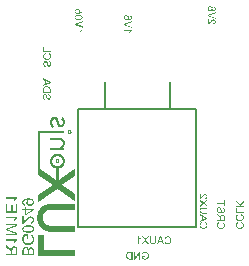
<source format=gbo>
G04*
G04 #@! TF.GenerationSoftware,Altium Limited,Altium Designer,19.1.8 (144)*
G04*
G04 Layer_Color=16777215*
%FSLAX44Y44*%
%MOMM*%
G71*
G01*
G75*
%ADD12C,0.2000*%
G36*
X-69347Y18682D02*
X-69060D01*
Y18641D01*
X-68896D01*
Y18600D01*
X-68732D01*
Y18559D01*
X-68609D01*
Y18518D01*
X-68527D01*
Y18477D01*
X-68445D01*
Y18436D01*
X-68322D01*
Y18395D01*
X-68281D01*
Y18354D01*
X-68199D01*
Y18313D01*
X-68117D01*
Y18272D01*
X-68076D01*
Y18231D01*
X-67994D01*
Y18190D01*
X-67953D01*
Y18149D01*
X-67912D01*
Y18108D01*
X-67830D01*
Y18067D01*
X-67789D01*
Y18026D01*
X-67748D01*
Y17985D01*
X-67707D01*
Y17944D01*
X-67666D01*
Y17903D01*
X-67625D01*
Y17862D01*
X-67584D01*
Y17821D01*
X-67543D01*
Y17780D01*
X-67502D01*
Y17739D01*
X-67461D01*
Y17698D01*
X-67420D01*
Y17657D01*
X-67379D01*
Y17575D01*
X-67338D01*
Y17534D01*
X-67297D01*
Y17493D01*
X-67256D01*
Y17411D01*
X-67215D01*
Y17329D01*
X-67174D01*
Y17288D01*
X-67133D01*
Y17206D01*
X-67092D01*
Y17165D01*
X-67051D01*
Y17083D01*
X-67010D01*
Y17001D01*
X-66969D01*
Y16919D01*
X-66928D01*
Y16837D01*
X-66887D01*
Y16714D01*
X-66846D01*
Y16632D01*
X-66805D01*
Y16509D01*
X-66764D01*
Y16427D01*
X-66723D01*
Y16304D01*
X-66682D01*
Y16181D01*
X-66641D01*
Y16058D01*
X-66600D01*
Y15894D01*
X-66559D01*
Y15730D01*
X-66518D01*
Y15566D01*
X-66477D01*
Y15402D01*
X-66436D01*
Y15279D01*
X-66395D01*
Y15074D01*
X-66354D01*
Y14869D01*
X-66313D01*
Y14623D01*
X-66272D01*
Y14459D01*
X-66231D01*
Y14254D01*
X-66190D01*
Y14090D01*
X-66149D01*
Y13926D01*
X-66108D01*
Y13762D01*
X-66067D01*
Y13639D01*
X-66026D01*
Y13475D01*
X-65985D01*
Y13393D01*
X-65944D01*
Y13270D01*
X-65903D01*
Y13147D01*
X-65862D01*
Y13024D01*
X-65821D01*
Y12942D01*
X-65780D01*
Y12860D01*
X-65739D01*
Y12778D01*
X-65698D01*
Y12696D01*
X-65657D01*
Y12615D01*
X-65616D01*
Y12533D01*
X-65575D01*
Y12491D01*
X-65534D01*
Y12409D01*
X-65493D01*
Y12369D01*
X-65452D01*
Y12327D01*
X-65411D01*
Y12286D01*
X-65370D01*
Y12205D01*
X-65329D01*
Y12163D01*
X-65288D01*
Y12122D01*
X-65206D01*
Y12081D01*
X-65165D01*
Y12040D01*
X-65083D01*
Y11999D01*
X-65042D01*
Y11959D01*
X-64919D01*
Y11918D01*
X-64714D01*
Y11876D01*
X-64468D01*
Y11918D01*
X-64263D01*
Y11959D01*
X-64140D01*
Y11999D01*
X-64058D01*
Y12040D01*
X-63976D01*
Y12081D01*
X-63894D01*
Y12122D01*
X-63853D01*
Y12163D01*
X-63771D01*
Y12205D01*
X-63730D01*
Y12245D01*
X-63689D01*
Y12286D01*
X-63648D01*
Y12327D01*
X-63607D01*
Y12369D01*
X-63566D01*
Y12409D01*
X-63525D01*
Y12450D01*
X-63484D01*
Y12533D01*
X-63443D01*
Y12573D01*
X-63402D01*
Y12615D01*
X-63361D01*
Y12696D01*
X-63320D01*
Y12778D01*
X-63279D01*
Y12860D01*
X-63238D01*
Y12942D01*
X-63197D01*
Y13065D01*
X-63156D01*
Y13147D01*
X-63115D01*
Y13270D01*
X-63074D01*
Y13434D01*
X-63033D01*
Y13639D01*
X-62992D01*
Y13967D01*
X-62951D01*
Y14459D01*
X-62992D01*
Y14828D01*
X-63033D01*
Y14992D01*
X-63074D01*
Y15156D01*
X-63115D01*
Y15279D01*
X-63156D01*
Y15361D01*
X-63197D01*
Y15484D01*
X-63238D01*
Y15566D01*
X-63279D01*
Y15648D01*
X-63320D01*
Y15689D01*
X-63361D01*
Y15771D01*
X-63402D01*
Y15812D01*
X-63443D01*
Y15894D01*
X-63484D01*
Y15935D01*
X-63525D01*
Y15976D01*
X-63566D01*
Y16058D01*
X-63607D01*
Y16099D01*
X-63648D01*
Y16140D01*
X-63689D01*
Y16181D01*
X-63730D01*
Y16222D01*
X-63771D01*
Y16263D01*
X-63812D01*
Y16304D01*
X-63853D01*
Y16345D01*
X-63894D01*
Y16386D01*
X-63935D01*
Y16427D01*
X-63976D01*
Y16468D01*
X-64058D01*
Y16509D01*
X-64099D01*
Y16550D01*
X-64140D01*
Y16591D01*
X-64222D01*
Y16632D01*
X-64263D01*
Y16673D01*
X-64345D01*
Y16714D01*
X-64386D01*
Y16755D01*
X-64345D01*
Y16796D01*
X-64304D01*
Y16878D01*
X-64263D01*
Y16919D01*
X-64222D01*
Y17001D01*
X-64181D01*
Y17042D01*
X-64140D01*
Y17124D01*
X-64099D01*
Y17165D01*
X-64058D01*
Y17247D01*
X-64017D01*
Y17288D01*
X-63976D01*
Y17370D01*
X-63935D01*
Y17411D01*
X-63894D01*
Y17493D01*
X-63853D01*
Y17534D01*
X-63812D01*
Y17616D01*
X-63771D01*
Y17657D01*
X-63730D01*
Y17739D01*
X-63689D01*
Y17780D01*
X-63648D01*
Y17862D01*
X-63607D01*
Y17903D01*
X-63566D01*
Y17985D01*
X-63525D01*
Y18026D01*
X-63484D01*
Y18108D01*
X-63443D01*
Y18149D01*
X-63402D01*
Y18231D01*
X-63361D01*
Y18272D01*
X-63320D01*
Y18354D01*
X-63238D01*
Y18313D01*
X-63197D01*
Y18272D01*
X-63115D01*
Y18231D01*
X-63033D01*
Y18190D01*
X-62992D01*
Y18149D01*
X-62910D01*
Y18108D01*
X-62869D01*
Y18067D01*
X-62787D01*
Y18026D01*
X-62746D01*
Y17985D01*
X-62705D01*
Y17944D01*
X-62623D01*
Y17903D01*
X-62582D01*
Y17862D01*
X-62541D01*
Y17821D01*
X-62500D01*
Y17780D01*
X-62459D01*
Y17739D01*
X-62418D01*
Y17698D01*
X-62377D01*
Y17657D01*
X-62336D01*
Y17616D01*
X-62295D01*
Y17575D01*
X-62254D01*
Y17534D01*
X-62213D01*
Y17493D01*
X-62172D01*
Y17452D01*
X-62131D01*
Y17411D01*
X-62090D01*
Y17329D01*
X-62049D01*
Y17288D01*
X-62008D01*
Y17247D01*
X-61967D01*
Y17165D01*
X-61926D01*
Y17124D01*
X-61885D01*
Y17042D01*
X-61844D01*
Y17001D01*
X-61803D01*
Y16919D01*
X-61762D01*
Y16837D01*
X-61721D01*
Y16755D01*
X-61680D01*
Y16673D01*
X-61639D01*
Y16591D01*
X-61598D01*
Y16509D01*
X-61557D01*
Y16386D01*
X-61516D01*
Y16304D01*
X-61475D01*
Y16181D01*
X-61434D01*
Y16058D01*
X-61393D01*
Y15894D01*
X-61352D01*
Y15771D01*
X-61311D01*
Y15566D01*
X-61270D01*
Y15402D01*
X-61229D01*
Y15115D01*
X-61188D01*
Y14664D01*
X-61147D01*
Y14049D01*
X-61188D01*
Y13598D01*
X-61229D01*
Y13311D01*
X-61270D01*
Y13106D01*
X-61311D01*
Y12942D01*
X-61352D01*
Y12778D01*
X-61393D01*
Y12655D01*
X-61434D01*
Y12491D01*
X-61475D01*
Y12409D01*
X-61516D01*
Y12286D01*
X-61557D01*
Y12163D01*
X-61598D01*
Y12081D01*
X-61639D01*
Y11999D01*
X-61680D01*
Y11918D01*
X-61721D01*
Y11836D01*
X-61762D01*
Y11753D01*
X-61803D01*
Y11672D01*
X-61844D01*
Y11589D01*
X-61885D01*
Y11549D01*
X-61926D01*
Y11466D01*
X-61967D01*
Y11385D01*
X-62008D01*
Y11343D01*
X-62049D01*
Y11262D01*
X-62090D01*
Y11221D01*
X-62131D01*
Y11179D01*
X-62172D01*
Y11098D01*
X-62213D01*
Y11056D01*
X-62254D01*
Y11015D01*
X-62295D01*
Y10975D01*
X-62336D01*
Y10934D01*
X-62377D01*
Y10892D01*
X-62418D01*
Y10852D01*
X-62459D01*
Y10811D01*
X-62500D01*
Y10769D01*
X-62541D01*
Y10728D01*
X-62582D01*
Y10688D01*
X-62623D01*
Y10647D01*
X-62664D01*
Y10605D01*
X-62705D01*
Y10565D01*
X-62787D01*
Y10524D01*
X-62828D01*
Y10482D01*
X-62910D01*
Y10441D01*
X-62951D01*
Y10401D01*
X-62992D01*
Y10359D01*
X-63074D01*
Y10318D01*
X-63156D01*
Y10278D01*
X-63238D01*
Y10237D01*
X-63320D01*
Y10196D01*
X-63402D01*
Y10155D01*
X-63525D01*
Y10114D01*
X-63607D01*
Y10072D01*
X-63771D01*
Y10031D01*
X-63935D01*
Y9991D01*
X-64140D01*
Y9950D01*
X-65165D01*
Y9991D01*
X-65411D01*
Y10031D01*
X-65575D01*
Y10072D01*
X-65698D01*
Y10114D01*
X-65821D01*
Y10155D01*
X-65944D01*
Y10196D01*
X-66026D01*
Y10237D01*
X-66108D01*
Y10278D01*
X-66149D01*
Y10318D01*
X-66231D01*
Y10359D01*
X-66272D01*
Y10401D01*
X-66354D01*
Y10441D01*
X-66395D01*
Y10482D01*
X-66436D01*
Y10524D01*
X-66518D01*
Y10565D01*
X-66559D01*
Y10605D01*
X-66600D01*
Y10647D01*
X-66641D01*
Y10688D01*
X-66682D01*
Y10728D01*
X-66723D01*
Y10769D01*
X-66764D01*
Y10811D01*
X-66805D01*
Y10852D01*
X-66846D01*
Y10892D01*
X-66887D01*
Y10975D01*
X-66928D01*
Y11015D01*
X-66969D01*
Y11056D01*
X-67010D01*
Y11138D01*
X-67051D01*
Y11179D01*
X-67092D01*
Y11262D01*
X-67133D01*
Y11302D01*
X-67174D01*
Y11385D01*
X-67215D01*
Y11466D01*
X-67256D01*
Y11549D01*
X-67297D01*
Y11631D01*
X-67338D01*
Y11712D01*
X-67379D01*
Y11795D01*
X-67420D01*
Y11876D01*
X-67461D01*
Y11999D01*
X-67502D01*
Y12081D01*
X-67543D01*
Y12205D01*
X-67584D01*
Y12327D01*
X-67625D01*
Y12450D01*
X-67666D01*
Y12573D01*
X-67707D01*
Y12737D01*
X-67748D01*
Y12860D01*
X-67789D01*
Y13024D01*
X-67830D01*
Y13188D01*
X-67871D01*
Y13352D01*
X-67912D01*
Y13516D01*
X-67953D01*
Y13680D01*
X-67994D01*
Y13844D01*
X-68035D01*
Y14049D01*
X-68076D01*
Y14254D01*
X-68117D01*
Y14418D01*
X-68158D01*
Y14582D01*
X-68199D01*
Y14746D01*
X-68240D01*
Y14910D01*
X-68281D01*
Y15074D01*
X-68322D01*
Y15197D01*
X-68363D01*
Y15320D01*
X-68404D01*
Y15402D01*
X-68445D01*
Y15525D01*
X-68486D01*
Y15607D01*
X-68527D01*
Y15689D01*
X-68568D01*
Y15771D01*
X-68609D01*
Y15812D01*
X-68650D01*
Y15894D01*
X-68691D01*
Y15976D01*
X-68732D01*
Y16017D01*
X-68773D01*
Y16058D01*
X-68814D01*
Y16099D01*
X-68855D01*
Y16181D01*
X-68896D01*
Y16222D01*
X-68937D01*
Y16263D01*
X-68978D01*
Y16304D01*
X-69060D01*
Y16345D01*
X-69101D01*
Y16386D01*
X-69142D01*
Y16427D01*
X-69224D01*
Y16468D01*
X-69265D01*
Y16509D01*
X-69388D01*
Y16550D01*
X-69511D01*
Y16591D01*
X-69716D01*
Y16632D01*
X-70167D01*
Y16591D01*
X-70372D01*
Y16550D01*
X-70495D01*
Y16509D01*
X-70618D01*
Y16468D01*
X-70700D01*
Y16427D01*
X-70741D01*
Y16386D01*
X-70823D01*
Y16345D01*
X-70864D01*
Y16304D01*
X-70905D01*
Y16263D01*
X-70946D01*
Y16222D01*
X-71028D01*
Y16181D01*
X-71069D01*
Y16140D01*
X-71110D01*
Y16058D01*
X-71151D01*
Y16017D01*
X-71192D01*
Y15976D01*
X-71233D01*
Y15935D01*
X-71274D01*
Y15853D01*
X-71315D01*
Y15812D01*
X-71356D01*
Y15730D01*
X-71397D01*
Y15648D01*
X-71438D01*
Y15566D01*
X-71479D01*
Y15484D01*
X-71520D01*
Y15361D01*
X-71561D01*
Y15238D01*
X-71602D01*
Y15115D01*
X-71643D01*
Y14951D01*
X-71684D01*
Y14746D01*
X-71725D01*
Y14418D01*
X-71766D01*
Y13598D01*
X-71725D01*
Y13270D01*
X-71684D01*
Y13065D01*
X-71643D01*
Y12901D01*
X-71602D01*
Y12778D01*
X-71561D01*
Y12655D01*
X-71520D01*
Y12573D01*
X-71479D01*
Y12491D01*
X-71438D01*
Y12409D01*
X-71397D01*
Y12327D01*
X-71356D01*
Y12245D01*
X-71315D01*
Y12205D01*
X-71274D01*
Y12122D01*
X-71233D01*
Y12081D01*
X-71192D01*
Y11999D01*
X-71151D01*
Y11959D01*
X-71110D01*
Y11918D01*
X-71069D01*
Y11836D01*
X-71028D01*
Y11795D01*
X-70987D01*
Y11753D01*
X-70946D01*
Y11712D01*
X-70905D01*
Y11672D01*
X-70864D01*
Y11631D01*
X-70823D01*
Y11549D01*
X-70782D01*
Y11508D01*
X-70741D01*
Y11466D01*
X-70700D01*
Y11425D01*
X-70659D01*
Y11385D01*
X-70618D01*
Y11343D01*
X-70577D01*
Y11302D01*
X-70536D01*
Y11262D01*
X-70454D01*
Y11221D01*
X-70413D01*
Y11179D01*
X-70372D01*
Y11138D01*
X-70331D01*
Y11098D01*
X-70290D01*
Y11056D01*
X-70249D01*
Y11015D01*
X-70208D01*
Y10934D01*
X-70249D01*
Y10852D01*
X-70290D01*
Y10811D01*
X-70331D01*
Y10769D01*
X-70372D01*
Y10728D01*
X-70413D01*
Y10647D01*
X-70454D01*
Y10605D01*
X-70495D01*
Y10565D01*
X-70536D01*
Y10482D01*
X-70577D01*
Y10441D01*
X-70618D01*
Y10401D01*
X-70659D01*
Y10359D01*
X-70700D01*
Y10278D01*
X-70741D01*
Y10237D01*
X-70782D01*
Y10196D01*
X-70823D01*
Y10114D01*
X-70864D01*
Y10072D01*
X-70905D01*
Y10031D01*
X-70946D01*
Y9950D01*
X-70987D01*
Y9909D01*
X-71028D01*
Y9868D01*
X-71069D01*
Y9827D01*
X-71110D01*
Y9745D01*
X-71151D01*
Y9704D01*
X-71192D01*
Y9663D01*
X-71233D01*
Y9581D01*
X-71274D01*
Y9540D01*
X-71315D01*
Y9499D01*
X-71356D01*
Y9458D01*
X-71438D01*
Y9499D01*
X-71520D01*
Y9540D01*
X-71561D01*
Y9581D01*
X-71602D01*
Y9621D01*
X-71684D01*
Y9663D01*
X-71725D01*
Y9704D01*
X-71766D01*
Y9745D01*
X-71807D01*
Y9786D01*
X-71889D01*
Y9827D01*
X-71930D01*
Y9868D01*
X-71971D01*
Y9909D01*
X-72012D01*
Y9950D01*
X-72053D01*
Y9991D01*
X-72094D01*
Y10031D01*
X-72135D01*
Y10072D01*
X-72176D01*
Y10114D01*
X-72217D01*
Y10155D01*
X-72258D01*
Y10196D01*
X-72299D01*
Y10237D01*
X-72340D01*
Y10278D01*
X-72381D01*
Y10318D01*
X-72422D01*
Y10359D01*
X-72463D01*
Y10401D01*
X-72504D01*
Y10441D01*
X-72545D01*
Y10524D01*
X-72586D01*
Y10565D01*
X-72627D01*
Y10605D01*
X-72668D01*
Y10688D01*
X-72709D01*
Y10728D01*
X-72750D01*
Y10811D01*
X-72791D01*
Y10852D01*
X-72832D01*
Y10934D01*
X-72873D01*
Y10975D01*
X-72914D01*
Y11056D01*
X-72955D01*
Y11138D01*
X-72996D01*
Y11221D01*
X-73037D01*
Y11302D01*
X-73078D01*
Y11385D01*
X-73119D01*
Y11508D01*
X-73160D01*
Y11589D01*
X-73201D01*
Y11712D01*
X-73242D01*
Y11836D01*
X-73283D01*
Y11959D01*
X-73324D01*
Y12122D01*
X-73365D01*
Y12286D01*
X-73406D01*
Y12450D01*
X-73447D01*
Y12696D01*
X-73488D01*
Y12942D01*
X-73529D01*
Y13393D01*
X-73570D01*
Y14623D01*
X-73529D01*
Y14992D01*
X-73488D01*
Y15279D01*
X-73447D01*
Y15484D01*
X-73406D01*
Y15689D01*
X-73365D01*
Y15853D01*
X-73324D01*
Y16017D01*
X-73283D01*
Y16140D01*
X-73242D01*
Y16263D01*
X-73201D01*
Y16386D01*
X-73160D01*
Y16468D01*
X-73119D01*
Y16550D01*
X-73078D01*
Y16673D01*
X-73037D01*
Y16755D01*
X-72996D01*
Y16837D01*
X-72955D01*
Y16919D01*
X-72914D01*
Y17001D01*
X-72873D01*
Y17042D01*
X-72832D01*
Y17124D01*
X-72791D01*
Y17206D01*
X-72750D01*
Y17247D01*
X-72709D01*
Y17329D01*
X-72668D01*
Y17370D01*
X-72627D01*
Y17452D01*
X-72586D01*
Y17493D01*
X-72545D01*
Y17534D01*
X-72504D01*
Y17575D01*
X-72463D01*
Y17616D01*
X-72422D01*
Y17698D01*
X-72381D01*
Y17739D01*
X-72340D01*
Y17780D01*
X-72299D01*
Y17821D01*
X-72258D01*
Y17862D01*
X-72217D01*
Y17903D01*
X-72135D01*
Y17944D01*
X-72094D01*
Y17985D01*
X-72053D01*
Y18026D01*
X-72012D01*
Y18067D01*
X-71971D01*
Y18108D01*
X-71889D01*
Y18149D01*
X-71848D01*
Y18190D01*
X-71766D01*
Y18231D01*
X-71725D01*
Y18272D01*
X-71643D01*
Y18313D01*
X-71602D01*
Y18354D01*
X-71520D01*
Y18395D01*
X-71438D01*
Y18436D01*
X-71356D01*
Y18477D01*
X-71233D01*
Y18518D01*
X-71110D01*
Y18559D01*
X-71028D01*
Y18600D01*
X-70823D01*
Y18641D01*
X-70659D01*
Y18682D01*
X-70372D01*
Y18723D01*
X-69347D01*
Y18682D01*
D02*
G37*
G36*
X-56760Y7490D02*
X-56596D01*
Y7449D01*
X-56473D01*
Y7408D01*
X-56391D01*
Y7367D01*
X-56309D01*
Y7326D01*
X-56227D01*
Y7285D01*
X-56186D01*
Y7244D01*
X-56104D01*
Y7203D01*
X-56063D01*
Y7162D01*
X-56023D01*
Y7121D01*
X-55981D01*
Y7080D01*
X-55940D01*
Y7039D01*
X-55900D01*
Y6998D01*
X-55858D01*
Y6957D01*
X-55817D01*
Y6916D01*
X-55776D01*
Y6834D01*
X-55735D01*
Y6793D01*
X-55694D01*
Y6711D01*
X-55654D01*
Y6629D01*
X-55613D01*
Y6547D01*
X-55571D01*
Y6424D01*
X-55530D01*
Y6260D01*
X-55489D01*
Y5932D01*
X-55448D01*
Y5727D01*
X-55489D01*
Y5399D01*
X-55530D01*
Y5276D01*
X-55571D01*
Y5153D01*
X-55613D01*
Y5030D01*
X-55654D01*
Y4948D01*
X-55694D01*
Y4907D01*
X-55735D01*
Y4825D01*
X-55776D01*
Y4784D01*
X-55817D01*
Y4702D01*
X-55858D01*
Y4661D01*
X-55900D01*
Y4620D01*
X-55940D01*
Y4579D01*
X-55981D01*
Y4538D01*
X-56023D01*
Y4497D01*
X-56063D01*
Y4456D01*
X-56145D01*
Y4415D01*
X-56186D01*
Y4374D01*
X-56268D01*
Y4333D01*
X-56350D01*
Y4292D01*
X-56432D01*
Y4251D01*
X-56514D01*
Y4210D01*
X-56637D01*
Y4169D01*
X-56842D01*
Y4128D01*
X-57457D01*
Y4169D01*
X-57662D01*
Y4210D01*
X-57785D01*
Y4251D01*
X-57867D01*
Y4292D01*
X-57949D01*
Y4333D01*
X-58031D01*
Y4374D01*
X-58113D01*
Y4415D01*
X-58154D01*
Y4456D01*
X-58236D01*
Y4497D01*
X-58277D01*
Y4538D01*
X-58318D01*
Y4579D01*
X-58359D01*
Y4620D01*
X-58400D01*
Y4661D01*
X-58441D01*
Y4702D01*
X-58482D01*
Y4784D01*
X-58523D01*
Y4825D01*
X-58564D01*
Y4907D01*
X-58605D01*
Y4948D01*
X-58646D01*
Y5030D01*
X-58687D01*
Y5153D01*
X-58728D01*
Y5235D01*
X-58769D01*
Y5399D01*
X-58810D01*
Y5686D01*
X-58851D01*
Y5973D01*
X-58810D01*
Y6260D01*
X-58769D01*
Y6424D01*
X-58728D01*
Y6547D01*
X-58687D01*
Y6629D01*
X-58646D01*
Y6711D01*
X-58605D01*
Y6793D01*
X-58564D01*
Y6834D01*
X-58523D01*
Y6916D01*
X-58482D01*
Y6957D01*
X-58441D01*
Y6998D01*
X-58400D01*
Y7039D01*
X-58359D01*
Y7080D01*
X-58318D01*
Y7121D01*
X-58277D01*
Y7162D01*
X-58236D01*
Y7203D01*
X-58195D01*
Y7244D01*
X-58113D01*
Y7285D01*
X-58072D01*
Y7326D01*
X-57990D01*
Y7367D01*
X-57908D01*
Y7408D01*
X-57826D01*
Y7449D01*
X-57703D01*
Y7490D01*
X-57539D01*
Y7531D01*
X-56760D01*
Y7490D01*
D02*
G37*
G36*
X-65493Y889D02*
X-65042D01*
Y848D01*
X-64714D01*
Y807D01*
X-64550D01*
Y766D01*
X-64345D01*
Y725D01*
X-64181D01*
Y684D01*
X-64017D01*
Y643D01*
X-63894D01*
Y602D01*
X-63771D01*
Y561D01*
X-63648D01*
Y520D01*
X-63566D01*
Y479D01*
X-63484D01*
Y438D01*
X-63361D01*
Y397D01*
X-63279D01*
Y356D01*
X-63197D01*
Y315D01*
X-63156D01*
Y274D01*
X-63074D01*
Y233D01*
X-62992D01*
Y192D01*
X-62951D01*
Y151D01*
X-62869D01*
Y110D01*
X-62828D01*
Y69D01*
X-62746D01*
Y28D01*
X-62705D01*
Y-13D01*
X-62623D01*
Y-54D01*
X-62582D01*
Y-95D01*
X-62541D01*
Y-136D01*
X-62500D01*
Y-177D01*
X-62459D01*
Y-218D01*
X-62418D01*
Y-259D01*
X-62377D01*
Y-300D01*
X-62336D01*
Y-341D01*
X-62295D01*
Y-382D01*
X-62254D01*
Y-423D01*
X-62213D01*
Y-464D01*
X-62172D01*
Y-505D01*
X-62131D01*
Y-546D01*
X-62090D01*
Y-587D01*
X-62049D01*
Y-669D01*
X-62008D01*
Y-710D01*
X-61967D01*
Y-751D01*
X-61926D01*
Y-833D01*
X-61885D01*
Y-874D01*
X-61844D01*
Y-956D01*
X-61803D01*
Y-997D01*
X-61762D01*
Y-1079D01*
X-61721D01*
Y-1161D01*
X-61680D01*
Y-1243D01*
X-61639D01*
Y-1325D01*
X-61598D01*
Y-1407D01*
X-61557D01*
Y-1489D01*
X-61516D01*
Y-1571D01*
X-61475D01*
Y-1694D01*
X-61434D01*
Y-1817D01*
X-61393D01*
Y-1940D01*
X-61352D01*
Y-2104D01*
X-61311D01*
Y-2268D01*
X-61270D01*
Y-2473D01*
X-61229D01*
Y-2719D01*
X-61188D01*
Y-3211D01*
X-61147D01*
Y-3867D01*
X-61188D01*
Y-4277D01*
X-61229D01*
Y-4523D01*
X-61270D01*
Y-4728D01*
X-61311D01*
Y-4851D01*
X-61352D01*
Y-5015D01*
X-61393D01*
Y-5138D01*
X-61434D01*
Y-5261D01*
X-61475D01*
Y-5343D01*
X-61516D01*
Y-5466D01*
X-61557D01*
Y-5548D01*
X-61598D01*
Y-5630D01*
X-61639D01*
Y-5712D01*
X-61680D01*
Y-5794D01*
X-61721D01*
Y-5876D01*
X-61762D01*
Y-5958D01*
X-61803D01*
Y-5999D01*
X-61844D01*
Y-6081D01*
X-61885D01*
Y-6163D01*
X-61926D01*
Y-6204D01*
X-61967D01*
Y-6245D01*
X-62008D01*
Y-6327D01*
X-62049D01*
Y-6368D01*
X-62090D01*
Y-6450D01*
X-62131D01*
Y-6491D01*
X-62172D01*
Y-6532D01*
X-62213D01*
Y-6573D01*
X-62254D01*
Y-6614D01*
X-62295D01*
Y-6696D01*
X-62336D01*
Y-6737D01*
X-62377D01*
Y-6778D01*
X-62418D01*
Y-6819D01*
X-62459D01*
Y-6860D01*
X-62500D01*
Y-6901D01*
X-62541D01*
Y-6942D01*
X-62623D01*
Y-6983D01*
X-62664D01*
Y-7024D01*
X-62705D01*
Y-7065D01*
X-62746D01*
Y-7106D01*
X-62787D01*
Y-7147D01*
X-62869D01*
Y-7188D01*
X-62910D01*
Y-7229D01*
X-62992D01*
Y-7270D01*
X-63033D01*
Y-7311D01*
X-63115D01*
Y-7352D01*
X-63156D01*
Y-7393D01*
X-63238D01*
Y-7434D01*
X-63320D01*
Y-7475D01*
X-63402D01*
Y-7557D01*
X-62623D01*
Y-7598D01*
X-61475D01*
Y-9484D01*
X-61762D01*
Y-9443D01*
X-62623D01*
Y-9402D01*
X-63443D01*
Y-9361D01*
X-73283D01*
Y-7393D01*
X-66723D01*
Y-7352D01*
X-66354D01*
Y-7311D01*
X-66108D01*
Y-7270D01*
X-65903D01*
Y-7229D01*
X-65739D01*
Y-7188D01*
X-65575D01*
Y-7147D01*
X-65411D01*
Y-7106D01*
X-65329D01*
Y-7065D01*
X-65206D01*
Y-7024D01*
X-65083D01*
Y-6983D01*
X-65001D01*
Y-6942D01*
X-64878D01*
Y-6901D01*
X-64796D01*
Y-6860D01*
X-64714D01*
Y-6819D01*
X-64632D01*
Y-6778D01*
X-64591D01*
Y-6737D01*
X-64509D01*
Y-6696D01*
X-64427D01*
Y-6655D01*
X-64386D01*
Y-6614D01*
X-64304D01*
Y-6573D01*
X-64263D01*
Y-6532D01*
X-64181D01*
Y-6491D01*
X-64140D01*
Y-6450D01*
X-64099D01*
Y-6409D01*
X-64058D01*
Y-6368D01*
X-64017D01*
Y-6327D01*
X-63976D01*
Y-6286D01*
X-63894D01*
Y-6245D01*
X-63853D01*
Y-6204D01*
X-63812D01*
Y-6163D01*
X-63771D01*
Y-6081D01*
X-63730D01*
Y-6040D01*
X-63689D01*
Y-5999D01*
X-63648D01*
Y-5958D01*
X-63607D01*
Y-5876D01*
X-63566D01*
Y-5835D01*
X-63525D01*
Y-5753D01*
X-63484D01*
Y-5712D01*
X-63443D01*
Y-5630D01*
X-63402D01*
Y-5589D01*
X-63361D01*
Y-5507D01*
X-63320D01*
Y-5425D01*
X-63279D01*
Y-5302D01*
X-63238D01*
Y-5220D01*
X-63197D01*
Y-5097D01*
X-63156D01*
Y-4974D01*
X-63115D01*
Y-4851D01*
X-63074D01*
Y-4646D01*
X-63033D01*
Y-4441D01*
X-62992D01*
Y-4031D01*
X-62951D01*
Y-3498D01*
X-62992D01*
Y-3129D01*
X-63033D01*
Y-2924D01*
X-63074D01*
Y-2760D01*
X-63115D01*
Y-2637D01*
X-63156D01*
Y-2555D01*
X-63197D01*
Y-2432D01*
X-63238D01*
Y-2350D01*
X-63279D01*
Y-2309D01*
X-63320D01*
Y-2227D01*
X-63361D01*
Y-2145D01*
X-63402D01*
Y-2104D01*
X-63443D01*
Y-2063D01*
X-63484D01*
Y-1981D01*
X-63525D01*
Y-1940D01*
X-63566D01*
Y-1899D01*
X-63607D01*
Y-1858D01*
X-63648D01*
Y-1817D01*
X-63689D01*
Y-1776D01*
X-63730D01*
Y-1735D01*
X-63771D01*
Y-1694D01*
X-63853D01*
Y-1653D01*
X-63894D01*
Y-1612D01*
X-63976D01*
Y-1571D01*
X-64017D01*
Y-1530D01*
X-64099D01*
Y-1489D01*
X-64140D01*
Y-1448D01*
X-64222D01*
Y-1407D01*
X-64345D01*
Y-1366D01*
X-64427D01*
Y-1325D01*
X-64509D01*
Y-1284D01*
X-64632D01*
Y-1243D01*
X-64755D01*
Y-1202D01*
X-64878D01*
Y-1161D01*
X-65042D01*
Y-1120D01*
X-65288D01*
Y-1079D01*
X-65575D01*
Y-1038D01*
X-73283D01*
Y930D01*
X-65493D01*
Y889D01*
D02*
G37*
G36*
X-61475Y4866D02*
X-81810D01*
Y-25432D01*
X-81769D01*
Y-25473D01*
X-81728D01*
Y-25514D01*
X-81646D01*
Y-25555D01*
X-81605D01*
Y-25596D01*
X-81564D01*
Y-25637D01*
X-81482D01*
Y-25678D01*
X-81441D01*
Y-25719D01*
X-81359D01*
Y-25760D01*
X-81318D01*
Y-25801D01*
X-81236D01*
Y-25842D01*
X-81195D01*
Y-25883D01*
X-81154D01*
Y-25924D01*
X-81072D01*
Y-25965D01*
X-81031D01*
Y-26006D01*
X-80949D01*
Y-26047D01*
X-80908D01*
Y-26088D01*
X-80826D01*
Y-26129D01*
X-80785D01*
Y-26170D01*
X-80744D01*
Y-26211D01*
X-80662D01*
Y-26252D01*
X-80621D01*
Y-26293D01*
X-80539D01*
Y-26334D01*
X-80498D01*
Y-26375D01*
X-80416D01*
Y-26416D01*
X-80375D01*
Y-26457D01*
X-80293D01*
Y-26498D01*
X-80252D01*
Y-26539D01*
X-80211D01*
Y-26580D01*
X-80129D01*
Y-26621D01*
X-80088D01*
Y-26662D01*
X-80006D01*
Y-26703D01*
X-79965D01*
Y-26744D01*
X-79883D01*
Y-26785D01*
X-79842D01*
Y-26826D01*
X-79801D01*
Y-26867D01*
X-79719D01*
Y-26908D01*
X-79678D01*
Y-26949D01*
X-79597D01*
Y-26990D01*
X-79556D01*
Y-27031D01*
X-79473D01*
Y-27072D01*
X-79432D01*
Y-27113D01*
X-79391D01*
Y-27154D01*
X-79310D01*
Y-27195D01*
X-79268D01*
Y-27236D01*
X-79187D01*
Y-27277D01*
X-79145D01*
Y-27318D01*
X-79063D01*
Y-27359D01*
X-79022D01*
Y-27400D01*
X-78981D01*
Y-27441D01*
X-78899D01*
Y-27482D01*
X-78858D01*
Y-27523D01*
X-78776D01*
Y-27564D01*
X-78735D01*
Y-27605D01*
X-78653D01*
Y-27646D01*
X-78612D01*
Y-27687D01*
X-78572D01*
Y-27728D01*
X-78489D01*
Y-27769D01*
X-78449D01*
Y-27810D01*
X-78366D01*
Y-27851D01*
X-78326D01*
Y-27892D01*
X-78243D01*
Y-27933D01*
X-78203D01*
Y-27974D01*
X-78162D01*
Y-28015D01*
X-78080D01*
Y-28056D01*
X-78039D01*
Y-28097D01*
X-77957D01*
Y-28138D01*
X-77916D01*
Y-28179D01*
X-77833D01*
Y-28220D01*
X-77793D01*
Y-28261D01*
X-77751D01*
Y-28302D01*
X-77670D01*
Y-28343D01*
X-77628D01*
Y-28384D01*
X-77547D01*
Y-28425D01*
X-77505D01*
Y-28466D01*
X-77424D01*
Y-28507D01*
X-77382D01*
Y-28548D01*
X-77341D01*
Y-28589D01*
X-77259D01*
Y-28630D01*
X-77218D01*
Y-28671D01*
X-77137D01*
Y-28712D01*
X-77096D01*
Y-28753D01*
X-77014D01*
Y-28794D01*
X-76973D01*
Y-28835D01*
X-76932D01*
Y-28876D01*
X-76850D01*
Y-28917D01*
X-76809D01*
Y-28958D01*
X-76727D01*
Y-28999D01*
X-76686D01*
Y-29040D01*
X-76603D01*
Y-29081D01*
X-76563D01*
Y-29122D01*
X-76522D01*
Y-29163D01*
X-76440D01*
Y-29204D01*
X-76399D01*
Y-29245D01*
X-76317D01*
Y-29286D01*
X-76276D01*
Y-29327D01*
X-76194D01*
Y-29368D01*
X-76153D01*
Y-29409D01*
X-76112D01*
Y-29450D01*
X-76030D01*
Y-29491D01*
X-75989D01*
Y-29532D01*
X-75907D01*
Y-29573D01*
X-75866D01*
Y-29614D01*
X-75784D01*
Y-29655D01*
X-75743D01*
Y-29696D01*
X-75702D01*
Y-29737D01*
X-75620D01*
Y-29778D01*
X-75579D01*
Y-29819D01*
X-75497D01*
Y-29860D01*
X-75456D01*
Y-29901D01*
X-75374D01*
Y-29942D01*
X-75333D01*
Y-29983D01*
X-75292D01*
Y-30024D01*
X-75210D01*
Y-30065D01*
X-75169D01*
Y-30106D01*
X-75087D01*
Y-30147D01*
X-75046D01*
Y-30188D01*
X-74964D01*
Y-30229D01*
X-74923D01*
Y-30270D01*
X-74882D01*
Y-30311D01*
X-74800D01*
Y-30352D01*
X-74759D01*
Y-30393D01*
X-74677D01*
Y-30434D01*
X-74636D01*
Y-30475D01*
X-74554D01*
Y-30516D01*
X-74513D01*
Y-30557D01*
X-74472D01*
Y-30598D01*
X-74390D01*
Y-30639D01*
X-74349D01*
Y-30680D01*
X-74267D01*
Y-30721D01*
X-74226D01*
Y-30762D01*
X-74144D01*
Y-30803D01*
X-74103D01*
Y-30844D01*
X-74062D01*
Y-30885D01*
X-73980D01*
Y-30926D01*
X-73939D01*
Y-30967D01*
X-73857D01*
Y-31008D01*
X-73816D01*
Y-31049D01*
X-73734D01*
Y-31090D01*
X-73693D01*
Y-31131D01*
X-73652D01*
Y-31172D01*
X-73570D01*
Y-31213D01*
X-73529D01*
Y-31254D01*
X-73447D01*
Y-31295D01*
X-73406D01*
Y-31336D01*
X-73324D01*
Y-31377D01*
X-73283D01*
Y-31418D01*
X-73242D01*
Y-31459D01*
X-73160D01*
Y-31500D01*
X-73119D01*
Y-31541D01*
X-73037D01*
Y-31582D01*
X-72996D01*
Y-31623D01*
X-72914D01*
Y-31664D01*
X-72873D01*
Y-31705D01*
X-72832D01*
Y-31746D01*
X-72750D01*
Y-31787D01*
X-72709D01*
Y-31828D01*
X-72627D01*
Y-31869D01*
X-72586D01*
Y-31910D01*
X-72504D01*
Y-31951D01*
X-72463D01*
Y-31992D01*
X-72422D01*
Y-32033D01*
X-72340D01*
Y-32074D01*
X-72299D01*
Y-32115D01*
X-72217D01*
Y-32156D01*
X-72176D01*
Y-32197D01*
X-72094D01*
Y-32238D01*
X-72053D01*
Y-32279D01*
X-72012D01*
Y-32320D01*
X-71930D01*
Y-32361D01*
X-71889D01*
Y-32402D01*
X-71807D01*
Y-32443D01*
X-71766D01*
Y-32484D01*
X-71684D01*
Y-32525D01*
X-71643D01*
Y-32566D01*
X-71602D01*
Y-32607D01*
X-71520D01*
Y-32648D01*
X-71479D01*
Y-32689D01*
X-71397D01*
Y-32730D01*
X-71356D01*
Y-32771D01*
X-71274D01*
Y-32812D01*
X-71233D01*
Y-32853D01*
X-71192D01*
Y-32894D01*
X-71110D01*
Y-32935D01*
X-71069D01*
Y-32976D01*
X-70987D01*
Y-33017D01*
X-70946D01*
Y-33058D01*
X-70864D01*
Y-33099D01*
X-70823D01*
Y-33140D01*
X-70782D01*
Y-33181D01*
X-70700D01*
Y-33222D01*
X-70659D01*
Y-33263D01*
X-70577D01*
Y-33304D01*
X-70536D01*
Y-33345D01*
X-70454D01*
Y-33386D01*
X-70413D01*
Y-33427D01*
X-70372D01*
Y-33468D01*
X-70290D01*
Y-33509D01*
X-70249D01*
Y-33550D01*
X-70167D01*
Y-33591D01*
X-70126D01*
Y-33632D01*
X-70044D01*
Y-33673D01*
X-70003D01*
Y-33714D01*
X-69962D01*
Y-33755D01*
X-69880D01*
Y-33796D01*
X-69839D01*
Y-33837D01*
X-69757D01*
Y-33878D01*
X-69716D01*
Y-33919D01*
X-69634D01*
Y-33960D01*
X-69593D01*
Y-34001D01*
X-69552D01*
Y-34042D01*
X-69470D01*
Y-34083D01*
X-69429D01*
Y-34124D01*
X-69347D01*
Y-34165D01*
X-69306D01*
Y-34206D01*
X-69224D01*
Y-34247D01*
X-69183D01*
Y-34288D01*
X-69142D01*
Y-34329D01*
X-69060D01*
Y-34370D01*
X-69019D01*
Y-34411D01*
X-68937D01*
Y-34452D01*
X-68896D01*
Y-34493D01*
X-68814D01*
Y-34534D01*
X-68773D01*
Y-34575D01*
X-68732D01*
Y-34616D01*
X-68650D01*
Y-34657D01*
X-68609D01*
Y-34698D01*
X-68527D01*
Y-34739D01*
X-68486D01*
Y-34780D01*
X-68404D01*
Y-34821D01*
X-68322D01*
Y-24981D01*
X-68486D01*
Y-24940D01*
X-68732D01*
Y-24899D01*
X-68937D01*
Y-24858D01*
X-69101D01*
Y-24817D01*
X-69265D01*
Y-24776D01*
X-69388D01*
Y-24735D01*
X-69511D01*
Y-24694D01*
X-69634D01*
Y-24653D01*
X-69757D01*
Y-24612D01*
X-69839D01*
Y-24571D01*
X-69962D01*
Y-24530D01*
X-70044D01*
Y-24489D01*
X-70126D01*
Y-24448D01*
X-70208D01*
Y-24407D01*
X-70290D01*
Y-24366D01*
X-70372D01*
Y-24325D01*
X-70454D01*
Y-24284D01*
X-70536D01*
Y-24243D01*
X-70577D01*
Y-24202D01*
X-70659D01*
Y-24161D01*
X-70741D01*
Y-24120D01*
X-70782D01*
Y-24079D01*
X-70864D01*
Y-24038D01*
X-70905D01*
Y-23997D01*
X-70987D01*
Y-23956D01*
X-71028D01*
Y-23915D01*
X-71110D01*
Y-23874D01*
X-71151D01*
Y-23833D01*
X-71233D01*
Y-23792D01*
X-71274D01*
Y-23751D01*
X-71315D01*
Y-23710D01*
X-71356D01*
Y-23669D01*
X-71397D01*
Y-23628D01*
X-71479D01*
Y-23587D01*
X-71520D01*
Y-23546D01*
X-71561D01*
Y-23505D01*
X-71602D01*
Y-23464D01*
X-71643D01*
Y-23423D01*
X-71684D01*
Y-23382D01*
X-71725D01*
Y-23341D01*
X-71766D01*
Y-23300D01*
X-71848D01*
Y-23218D01*
X-71889D01*
Y-23177D01*
X-71930D01*
Y-23136D01*
X-71971D01*
Y-23095D01*
X-72012D01*
Y-23054D01*
X-72053D01*
Y-23013D01*
X-72094D01*
Y-22972D01*
X-72135D01*
Y-22931D01*
X-72176D01*
Y-22849D01*
X-72217D01*
Y-22808D01*
X-72258D01*
Y-22767D01*
X-72299D01*
Y-22726D01*
X-72340D01*
Y-22644D01*
X-72381D01*
Y-22603D01*
X-72422D01*
Y-22562D01*
X-72463D01*
Y-22480D01*
X-72504D01*
Y-22398D01*
X-72545D01*
Y-22357D01*
X-72586D01*
Y-22275D01*
X-72627D01*
Y-22234D01*
X-72668D01*
Y-22152D01*
X-72709D01*
Y-22111D01*
X-72750D01*
Y-22029D01*
X-72791D01*
Y-21947D01*
X-72832D01*
Y-21865D01*
X-72873D01*
Y-21783D01*
X-72914D01*
Y-21701D01*
X-72955D01*
Y-21619D01*
X-72996D01*
Y-21537D01*
X-73037D01*
Y-21414D01*
X-73078D01*
Y-21332D01*
X-73119D01*
Y-21209D01*
X-73160D01*
Y-21086D01*
X-73201D01*
Y-20963D01*
X-73242D01*
Y-20840D01*
X-73283D01*
Y-20717D01*
X-73324D01*
Y-20553D01*
X-73365D01*
Y-20430D01*
X-73406D01*
Y-20225D01*
X-73447D01*
Y-19979D01*
X-73488D01*
Y-19774D01*
X-73529D01*
Y-19282D01*
X-73570D01*
Y-18175D01*
X-73529D01*
Y-17724D01*
X-73488D01*
Y-17519D01*
X-73447D01*
Y-17273D01*
X-73406D01*
Y-17068D01*
X-73365D01*
Y-16904D01*
X-73324D01*
Y-16781D01*
X-73283D01*
Y-16617D01*
X-73242D01*
Y-16494D01*
X-73201D01*
Y-16371D01*
X-73160D01*
Y-16289D01*
X-73119D01*
Y-16166D01*
X-73078D01*
Y-16084D01*
X-73037D01*
Y-15961D01*
X-72996D01*
Y-15879D01*
X-72955D01*
Y-15797D01*
X-72914D01*
Y-15715D01*
X-72873D01*
Y-15633D01*
X-72832D01*
Y-15551D01*
X-72791D01*
Y-15469D01*
X-72750D01*
Y-15387D01*
X-72709D01*
Y-15346D01*
X-72668D01*
Y-15264D01*
X-72627D01*
Y-15182D01*
X-72586D01*
Y-15141D01*
X-72545D01*
Y-15059D01*
X-72504D01*
Y-15018D01*
X-72463D01*
Y-14936D01*
X-72422D01*
Y-14895D01*
X-72381D01*
Y-14813D01*
X-72340D01*
Y-14772D01*
X-72299D01*
Y-14731D01*
X-72258D01*
Y-14690D01*
X-72217D01*
Y-14608D01*
X-72176D01*
Y-14567D01*
X-72135D01*
Y-14526D01*
X-72094D01*
Y-14485D01*
X-72053D01*
Y-14403D01*
X-72012D01*
Y-14362D01*
X-71971D01*
Y-14321D01*
X-71930D01*
Y-14280D01*
X-71889D01*
Y-14239D01*
X-71848D01*
Y-14198D01*
X-71807D01*
Y-14158D01*
X-71766D01*
Y-14116D01*
X-71725D01*
Y-14075D01*
X-71684D01*
Y-14034D01*
X-71643D01*
Y-13993D01*
X-71561D01*
Y-13952D01*
X-71520D01*
Y-13911D01*
X-71479D01*
Y-13870D01*
X-71438D01*
Y-13829D01*
X-71397D01*
Y-13788D01*
X-71315D01*
Y-13748D01*
X-71274D01*
Y-13706D01*
X-71233D01*
Y-13665D01*
X-71192D01*
Y-13625D01*
X-71110D01*
Y-13583D01*
X-71069D01*
Y-13542D01*
X-70987D01*
Y-13501D01*
X-70946D01*
Y-13461D01*
X-70864D01*
Y-13420D01*
X-70823D01*
Y-13378D01*
X-70741D01*
Y-13338D01*
X-70700D01*
Y-13297D01*
X-70618D01*
Y-13255D01*
X-70536D01*
Y-13214D01*
X-70454D01*
Y-13174D01*
X-70372D01*
Y-13132D01*
X-70290D01*
Y-13091D01*
X-70249D01*
Y-13051D01*
X-70167D01*
Y-13010D01*
X-70044D01*
Y-12968D01*
X-69962D01*
Y-12928D01*
X-69880D01*
Y-12887D01*
X-69757D01*
Y-12845D01*
X-69675D01*
Y-12804D01*
X-69552D01*
Y-12764D01*
X-69429D01*
Y-12723D01*
X-69306D01*
Y-12681D01*
X-69142D01*
Y-12641D01*
X-68978D01*
Y-12600D01*
X-68814D01*
Y-12558D01*
X-68568D01*
Y-12517D01*
X-68322D01*
Y-12477D01*
X-67871D01*
Y-12435D01*
X-66846D01*
Y-12477D01*
X-66436D01*
Y-12517D01*
X-66149D01*
Y-12558D01*
X-65944D01*
Y-12600D01*
X-65739D01*
Y-12641D01*
X-65575D01*
Y-12681D01*
X-65452D01*
Y-12723D01*
X-65288D01*
Y-12764D01*
X-65165D01*
Y-12804D01*
X-65083D01*
Y-12845D01*
X-64960D01*
Y-12887D01*
X-64878D01*
Y-12928D01*
X-64755D01*
Y-12968D01*
X-64673D01*
Y-13010D01*
X-64591D01*
Y-13051D01*
X-64509D01*
Y-13091D01*
X-64427D01*
Y-13132D01*
X-64345D01*
Y-13174D01*
X-64263D01*
Y-13214D01*
X-64181D01*
Y-13255D01*
X-64099D01*
Y-13297D01*
X-64058D01*
Y-13338D01*
X-63976D01*
Y-13378D01*
X-63935D01*
Y-13420D01*
X-63853D01*
Y-13461D01*
X-63812D01*
Y-13501D01*
X-63730D01*
Y-13542D01*
X-63689D01*
Y-13583D01*
X-63607D01*
Y-13625D01*
X-63566D01*
Y-13665D01*
X-63484D01*
Y-13706D01*
X-63443D01*
Y-13748D01*
X-63402D01*
Y-13788D01*
X-63361D01*
Y-13829D01*
X-63320D01*
Y-13870D01*
X-63238D01*
Y-13911D01*
X-63197D01*
Y-13952D01*
X-63156D01*
Y-13993D01*
X-63115D01*
Y-14034D01*
X-63074D01*
Y-14075D01*
X-63033D01*
Y-14116D01*
X-62992D01*
Y-14158D01*
X-62951D01*
Y-14198D01*
X-62910D01*
Y-14239D01*
X-62869D01*
Y-14280D01*
X-62828D01*
Y-14321D01*
X-62787D01*
Y-14362D01*
X-62746D01*
Y-14403D01*
X-62705D01*
Y-14444D01*
X-62664D01*
Y-14485D01*
X-62623D01*
Y-14526D01*
X-62582D01*
Y-14608D01*
X-62541D01*
Y-14649D01*
X-62500D01*
Y-14690D01*
X-62459D01*
Y-14731D01*
X-62418D01*
Y-14813D01*
X-62377D01*
Y-14854D01*
X-62336D01*
Y-14895D01*
X-62295D01*
Y-14977D01*
X-62254D01*
Y-15018D01*
X-62213D01*
Y-15100D01*
X-62172D01*
Y-15141D01*
X-62131D01*
Y-15223D01*
X-62090D01*
Y-15305D01*
X-62049D01*
Y-15346D01*
X-62008D01*
Y-15428D01*
X-61967D01*
Y-15510D01*
X-61926D01*
Y-15592D01*
X-61885D01*
Y-15674D01*
X-61844D01*
Y-15756D01*
X-61803D01*
Y-15838D01*
X-61762D01*
Y-15920D01*
X-61721D01*
Y-16002D01*
X-61680D01*
Y-16084D01*
X-61639D01*
Y-16207D01*
X-61598D01*
Y-16330D01*
X-61557D01*
Y-16412D01*
X-61516D01*
Y-16535D01*
X-61475D01*
Y-16658D01*
X-61434D01*
Y-16822D01*
X-61393D01*
Y-16986D01*
X-61352D01*
Y-17109D01*
X-61311D01*
Y-17355D01*
X-61270D01*
Y-17601D01*
X-61229D01*
Y-17888D01*
X-61188D01*
Y-18339D01*
X-61147D01*
Y-19118D01*
X-61188D01*
Y-19610D01*
X-61229D01*
Y-19897D01*
X-61270D01*
Y-20143D01*
X-61311D01*
Y-20348D01*
X-61352D01*
Y-20512D01*
X-61393D01*
Y-20676D01*
X-61434D01*
Y-20799D01*
X-61475D01*
Y-20922D01*
X-61516D01*
Y-21045D01*
X-61557D01*
Y-21168D01*
X-61598D01*
Y-21291D01*
X-61639D01*
Y-21373D01*
X-61680D01*
Y-21496D01*
X-61721D01*
Y-21578D01*
X-61762D01*
Y-21660D01*
X-61803D01*
Y-21742D01*
X-61844D01*
Y-21824D01*
X-61885D01*
Y-21906D01*
X-61926D01*
Y-21988D01*
X-61967D01*
Y-22070D01*
X-62008D01*
Y-22152D01*
X-62049D01*
Y-22193D01*
X-62090D01*
Y-22275D01*
X-62131D01*
Y-22316D01*
X-62172D01*
Y-22398D01*
X-62213D01*
Y-22439D01*
X-62254D01*
Y-22521D01*
X-62295D01*
Y-22603D01*
X-62336D01*
Y-22644D01*
X-62377D01*
Y-22685D01*
X-62418D01*
Y-22726D01*
X-62459D01*
Y-22808D01*
X-62500D01*
Y-22849D01*
X-62541D01*
Y-22890D01*
X-62582D01*
Y-22931D01*
X-62623D01*
Y-23013D01*
X-62664D01*
Y-23054D01*
X-62705D01*
Y-23095D01*
X-62746D01*
Y-23136D01*
X-62787D01*
Y-23177D01*
X-62828D01*
Y-23218D01*
X-62869D01*
Y-23259D01*
X-62910D01*
Y-23300D01*
X-62951D01*
Y-23341D01*
X-62992D01*
Y-23382D01*
X-63033D01*
Y-23423D01*
X-63074D01*
Y-23464D01*
X-63115D01*
Y-23505D01*
X-63156D01*
Y-23546D01*
X-63197D01*
Y-23587D01*
X-63279D01*
Y-23628D01*
X-63320D01*
Y-23669D01*
X-63361D01*
Y-23710D01*
X-63402D01*
Y-23751D01*
X-63443D01*
Y-23792D01*
X-63525D01*
Y-23833D01*
X-63566D01*
Y-23874D01*
X-63607D01*
Y-23915D01*
X-63689D01*
Y-23956D01*
X-63730D01*
Y-23997D01*
X-63812D01*
Y-24038D01*
X-63853D01*
Y-24079D01*
X-63935D01*
Y-24120D01*
X-63976D01*
Y-24161D01*
X-64058D01*
Y-24202D01*
X-64140D01*
Y-24243D01*
X-64222D01*
Y-24284D01*
X-64304D01*
Y-24325D01*
X-64345D01*
Y-24366D01*
X-64427D01*
Y-24407D01*
X-64509D01*
Y-24448D01*
X-64591D01*
Y-24489D01*
X-64714D01*
Y-24530D01*
X-64796D01*
Y-24571D01*
X-64878D01*
Y-24612D01*
X-65001D01*
Y-24653D01*
X-65083D01*
Y-24694D01*
X-65206D01*
Y-24735D01*
X-65329D01*
Y-24776D01*
X-65493D01*
Y-24817D01*
X-65657D01*
Y-24858D01*
X-65821D01*
Y-24899D01*
X-66026D01*
Y-24940D01*
X-66231D01*
Y-24981D01*
X-66395D01*
Y-34739D01*
X-66313D01*
Y-34698D01*
X-66272D01*
Y-34657D01*
X-66190D01*
Y-34616D01*
X-66149D01*
Y-34575D01*
X-66108D01*
Y-34534D01*
X-66026D01*
Y-34493D01*
X-65985D01*
Y-34452D01*
X-65903D01*
Y-34411D01*
X-65862D01*
Y-34370D01*
X-65821D01*
Y-34329D01*
X-65739D01*
Y-34288D01*
X-65698D01*
Y-34247D01*
X-65616D01*
Y-34206D01*
X-65575D01*
Y-34165D01*
X-65493D01*
Y-34124D01*
X-65452D01*
Y-34083D01*
X-65411D01*
Y-34042D01*
X-65329D01*
Y-34001D01*
X-65288D01*
Y-33960D01*
X-65206D01*
Y-33919D01*
X-65165D01*
Y-33878D01*
X-65124D01*
Y-33837D01*
X-65042D01*
Y-33796D01*
X-65001D01*
Y-33755D01*
X-64919D01*
Y-33714D01*
X-64878D01*
Y-33673D01*
X-64837D01*
Y-33632D01*
X-64755D01*
Y-33591D01*
X-64714D01*
Y-33550D01*
X-64632D01*
Y-33509D01*
X-64591D01*
Y-33468D01*
X-64550D01*
Y-33427D01*
X-64468D01*
Y-33386D01*
X-64427D01*
Y-33345D01*
X-64345D01*
Y-33304D01*
X-64304D01*
Y-33263D01*
X-64222D01*
Y-33222D01*
X-64181D01*
Y-33181D01*
X-64140D01*
Y-33140D01*
X-64058D01*
Y-33099D01*
X-64017D01*
Y-33058D01*
X-63935D01*
Y-33017D01*
X-63894D01*
Y-32976D01*
X-63853D01*
Y-32935D01*
X-63771D01*
Y-32894D01*
X-63730D01*
Y-32853D01*
X-63648D01*
Y-32812D01*
X-63607D01*
Y-32771D01*
X-63566D01*
Y-32730D01*
X-63484D01*
Y-32689D01*
X-63443D01*
Y-32648D01*
X-63361D01*
Y-32607D01*
X-63320D01*
Y-32566D01*
X-63279D01*
Y-32525D01*
X-63197D01*
Y-32484D01*
X-63156D01*
Y-32443D01*
X-63074D01*
Y-32402D01*
X-63033D01*
Y-32361D01*
X-62992D01*
Y-32320D01*
X-62910D01*
Y-32279D01*
X-62869D01*
Y-32238D01*
X-62787D01*
Y-32197D01*
X-62746D01*
Y-32156D01*
X-62664D01*
Y-32115D01*
X-62623D01*
Y-32074D01*
X-62582D01*
Y-32033D01*
X-62500D01*
Y-31992D01*
X-62459D01*
Y-31951D01*
X-62377D01*
Y-31910D01*
X-62336D01*
Y-31869D01*
X-62295D01*
Y-31828D01*
X-62213D01*
Y-31787D01*
X-62172D01*
Y-31746D01*
X-62090D01*
Y-31705D01*
X-62049D01*
Y-31664D01*
X-62008D01*
Y-31623D01*
X-61926D01*
Y-31582D01*
X-61885D01*
Y-31541D01*
X-61803D01*
Y-31500D01*
X-61762D01*
Y-31459D01*
X-61721D01*
Y-31418D01*
X-61639D01*
Y-31377D01*
X-61598D01*
Y-31336D01*
X-61516D01*
Y-31295D01*
X-61475D01*
Y-31254D01*
X-61434D01*
Y-31213D01*
X-61352D01*
Y-31172D01*
X-61311D01*
Y-31131D01*
X-61229D01*
Y-31090D01*
X-61188D01*
Y-31049D01*
X-61106D01*
Y-31008D01*
X-61065D01*
Y-30967D01*
X-61024D01*
Y-30926D01*
X-60942D01*
Y-30885D01*
X-60901D01*
Y-30844D01*
X-60819D01*
Y-30803D01*
X-60778D01*
Y-30762D01*
X-60737D01*
Y-30721D01*
X-60655D01*
Y-30680D01*
X-60614D01*
Y-30639D01*
X-60532D01*
Y-30598D01*
X-60491D01*
Y-30557D01*
X-60450D01*
Y-30516D01*
X-60368D01*
Y-30475D01*
X-60327D01*
Y-30434D01*
X-60245D01*
Y-30393D01*
X-60204D01*
Y-30352D01*
X-60163D01*
Y-30311D01*
X-60081D01*
Y-30270D01*
X-60040D01*
Y-30229D01*
X-59958D01*
Y-30188D01*
X-59917D01*
Y-30147D01*
X-59835D01*
Y-30106D01*
X-59794D01*
Y-30065D01*
X-59753D01*
Y-30024D01*
X-59671D01*
Y-29983D01*
X-59630D01*
Y-29942D01*
X-59548D01*
Y-29901D01*
X-59507D01*
Y-29860D01*
X-59466D01*
Y-29819D01*
X-59384D01*
Y-29778D01*
X-59343D01*
Y-29737D01*
X-59261D01*
Y-29696D01*
X-59220D01*
Y-29655D01*
X-59179D01*
Y-29614D01*
X-59097D01*
Y-29573D01*
X-59056D01*
Y-29532D01*
X-58974D01*
Y-29491D01*
X-58933D01*
Y-29450D01*
X-58892D01*
Y-29409D01*
X-58810D01*
Y-29368D01*
X-58769D01*
Y-29327D01*
X-58687D01*
Y-29286D01*
X-58646D01*
Y-29245D01*
X-58605D01*
Y-29204D01*
X-58523D01*
Y-29163D01*
X-58482D01*
Y-29122D01*
X-58400D01*
Y-29081D01*
X-58359D01*
Y-29040D01*
X-58277D01*
Y-28999D01*
X-58236D01*
Y-28958D01*
X-58195D01*
Y-28917D01*
X-58113D01*
Y-28876D01*
X-58072D01*
Y-28835D01*
X-57990D01*
Y-28794D01*
X-57949D01*
Y-28753D01*
X-57908D01*
Y-28712D01*
X-57826D01*
Y-28671D01*
X-57785D01*
Y-28630D01*
X-57703D01*
Y-28589D01*
X-57662D01*
Y-28548D01*
X-57621D01*
Y-28507D01*
X-57539D01*
Y-28466D01*
X-57498D01*
Y-28425D01*
X-57416D01*
Y-28384D01*
X-57375D01*
Y-28343D01*
X-57334D01*
Y-28302D01*
X-57252D01*
Y-28261D01*
X-57211D01*
Y-28220D01*
X-57129D01*
Y-28179D01*
X-57088D01*
Y-28138D01*
X-57047D01*
Y-28097D01*
X-56965D01*
Y-28056D01*
X-56924D01*
Y-28015D01*
X-56842D01*
Y-27974D01*
X-56801D01*
Y-27933D01*
X-56719D01*
Y-27892D01*
X-56678D01*
Y-27851D01*
X-56637D01*
Y-27810D01*
X-56555D01*
Y-27769D01*
X-56514D01*
Y-27728D01*
X-56432D01*
Y-27687D01*
X-56391D01*
Y-27646D01*
X-56350D01*
Y-27605D01*
X-56268D01*
Y-27564D01*
X-56227D01*
Y-27523D01*
X-56145D01*
Y-27482D01*
X-56104D01*
Y-27441D01*
X-56063D01*
Y-27400D01*
X-55981D01*
Y-27359D01*
X-55940D01*
Y-27318D01*
X-55858D01*
Y-27277D01*
X-55817D01*
Y-27236D01*
X-55776D01*
Y-27195D01*
X-55694D01*
Y-27154D01*
X-55654D01*
Y-27113D01*
X-55571D01*
Y-27072D01*
X-55530D01*
Y-27031D01*
X-55489D01*
Y-26990D01*
X-55408D01*
Y-26949D01*
X-55367D01*
Y-26908D01*
X-55285D01*
Y-26867D01*
X-55244D01*
Y-26826D01*
X-55161D01*
Y-26785D01*
X-55121D01*
Y-26744D01*
X-55079D01*
Y-26703D01*
X-54998D01*
Y-26662D01*
X-54956D01*
Y-26621D01*
X-54875D01*
Y-26580D01*
X-54833D01*
Y-26539D01*
X-54792D01*
Y-26498D01*
X-54710D01*
Y-26457D01*
X-54669D01*
Y-26416D01*
X-54587D01*
Y-26375D01*
X-54546D01*
Y-26334D01*
X-54506D01*
Y-26293D01*
X-54423D01*
Y-26252D01*
X-54383D01*
Y-26211D01*
X-54300D01*
Y-26170D01*
X-54260D01*
Y-26129D01*
X-54219D01*
Y-26088D01*
X-54137D01*
Y-26047D01*
X-54096D01*
Y-26006D01*
X-54014D01*
Y-25965D01*
X-53973D01*
Y-25924D01*
X-53891D01*
Y-25883D01*
X-53850D01*
Y-25842D01*
X-53809D01*
Y-25801D01*
X-53727D01*
Y-25760D01*
X-53685D01*
Y-25719D01*
X-53604D01*
Y-25678D01*
X-53562D01*
Y-25637D01*
X-53521D01*
Y-25596D01*
X-53439D01*
Y-25555D01*
X-53399D01*
Y-25514D01*
X-53317D01*
Y-25473D01*
X-53275D01*
Y-25432D01*
X-53235D01*
Y-25391D01*
X-53153D01*
Y-25350D01*
X-53112D01*
Y-25309D01*
X-53030D01*
Y-25268D01*
X-52989D01*
Y-25227D01*
X-52948D01*
Y-25186D01*
X-52866D01*
Y-25145D01*
X-52825D01*
Y-25104D01*
X-52743D01*
Y-25063D01*
X-52702D01*
Y-25022D01*
X-52661D01*
Y-31254D01*
X-52743D01*
Y-31295D01*
X-52784D01*
Y-31336D01*
X-52866D01*
Y-31377D01*
X-52906D01*
Y-31418D01*
X-52989D01*
Y-31459D01*
X-53030D01*
Y-31500D01*
X-53071D01*
Y-31541D01*
X-53153D01*
Y-31582D01*
X-53194D01*
Y-31623D01*
X-53275D01*
Y-31664D01*
X-53317D01*
Y-31705D01*
X-53399D01*
Y-31746D01*
X-53439D01*
Y-31787D01*
X-53521D01*
Y-31828D01*
X-53562D01*
Y-31869D01*
X-53644D01*
Y-31910D01*
X-53685D01*
Y-31951D01*
X-53767D01*
Y-31992D01*
X-53809D01*
Y-32033D01*
X-53891D01*
Y-32074D01*
X-53931D01*
Y-32115D01*
X-53973D01*
Y-32156D01*
X-54054D01*
Y-32197D01*
X-54096D01*
Y-32238D01*
X-54177D01*
Y-32279D01*
X-54219D01*
Y-32320D01*
X-54300D01*
Y-32361D01*
X-54342D01*
Y-32402D01*
X-54423D01*
Y-32443D01*
X-54465D01*
Y-32484D01*
X-54546D01*
Y-32525D01*
X-54587D01*
Y-32566D01*
X-54669D01*
Y-32607D01*
X-54710D01*
Y-32648D01*
X-54792D01*
Y-32689D01*
X-54833D01*
Y-32730D01*
X-54875D01*
Y-32771D01*
X-54956D01*
Y-32812D01*
X-54998D01*
Y-32853D01*
X-55079D01*
Y-32894D01*
X-55121D01*
Y-32935D01*
X-55202D01*
Y-32976D01*
X-55244D01*
Y-33017D01*
X-55325D01*
Y-33058D01*
X-55367D01*
Y-33099D01*
X-55448D01*
Y-33140D01*
X-55489D01*
Y-33181D01*
X-55571D01*
Y-33222D01*
X-55613D01*
Y-33263D01*
X-55694D01*
Y-33304D01*
X-55735D01*
Y-33345D01*
X-55776D01*
Y-33386D01*
X-55858D01*
Y-33427D01*
X-55900D01*
Y-33468D01*
X-55981D01*
Y-33509D01*
X-56023D01*
Y-33550D01*
X-56104D01*
Y-33591D01*
X-56145D01*
Y-33632D01*
X-56227D01*
Y-33673D01*
X-56268D01*
Y-33714D01*
X-56350D01*
Y-33755D01*
X-56391D01*
Y-33796D01*
X-56473D01*
Y-33837D01*
X-56514D01*
Y-33878D01*
X-56596D01*
Y-33919D01*
X-56637D01*
Y-33960D01*
X-56678D01*
Y-34001D01*
X-56760D01*
Y-34042D01*
X-56801D01*
Y-34083D01*
X-56883D01*
Y-34124D01*
X-56924D01*
Y-34165D01*
X-57006D01*
Y-34206D01*
X-57047D01*
Y-34247D01*
X-57129D01*
Y-34288D01*
X-57170D01*
Y-34329D01*
X-57252D01*
Y-34370D01*
X-57293D01*
Y-34411D01*
X-57375D01*
Y-34452D01*
X-57416D01*
Y-34493D01*
X-57498D01*
Y-34534D01*
X-57539D01*
Y-34575D01*
X-57580D01*
Y-34616D01*
X-57662D01*
Y-34657D01*
X-57703D01*
Y-34698D01*
X-57785D01*
Y-34739D01*
X-57826D01*
Y-34780D01*
X-57908D01*
Y-34821D01*
X-57949D01*
Y-34862D01*
X-58031D01*
Y-34903D01*
X-58072D01*
Y-34944D01*
X-58154D01*
Y-34985D01*
X-58195D01*
Y-35026D01*
X-58277D01*
Y-35067D01*
X-58318D01*
Y-35108D01*
X-58400D01*
Y-35148D01*
X-58441D01*
Y-35189D01*
X-58482D01*
Y-35231D01*
X-58564D01*
Y-35272D01*
X-58605D01*
Y-35313D01*
X-58687D01*
Y-35354D01*
X-58728D01*
Y-35394D01*
X-58810D01*
Y-35436D01*
X-58851D01*
Y-35477D01*
X-58933D01*
Y-35517D01*
X-58974D01*
Y-35559D01*
X-59056D01*
Y-35600D01*
X-59097D01*
Y-35640D01*
X-59179D01*
Y-35682D01*
X-59220D01*
Y-35723D01*
X-59302D01*
Y-35764D01*
X-59343D01*
Y-35805D01*
X-59384D01*
Y-35845D01*
X-59466D01*
Y-35886D01*
X-59507D01*
Y-35928D01*
X-59589D01*
Y-35968D01*
X-59630D01*
Y-36010D01*
X-59712D01*
Y-36051D01*
X-59753D01*
Y-36091D01*
X-59835D01*
Y-36133D01*
X-59876D01*
Y-36174D01*
X-59958D01*
Y-36214D01*
X-59999D01*
Y-36256D01*
X-60081D01*
Y-36297D01*
X-60122D01*
Y-36337D01*
X-60204D01*
Y-36379D01*
X-60245D01*
Y-36419D01*
X-60286D01*
Y-36460D01*
X-60368D01*
Y-36502D01*
X-60409D01*
Y-36542D01*
X-60491D01*
Y-36583D01*
X-60532D01*
Y-36625D01*
X-60614D01*
Y-36665D01*
X-60655D01*
Y-36707D01*
X-60737D01*
Y-36748D01*
X-60778D01*
Y-36788D01*
X-60860D01*
Y-36830D01*
X-60901D01*
Y-36871D01*
X-60983D01*
Y-36911D01*
X-61024D01*
Y-36953D01*
X-61106D01*
Y-36994D01*
X-61147D01*
Y-37034D01*
X-61188D01*
Y-37076D01*
X-61270D01*
Y-37116D01*
X-61311D01*
Y-37157D01*
X-61393D01*
Y-37199D01*
X-61434D01*
Y-37239D01*
X-61516D01*
Y-37280D01*
X-61557D01*
Y-37322D01*
X-61639D01*
Y-37362D01*
X-61680D01*
Y-37404D01*
X-61762D01*
Y-37445D01*
X-61803D01*
Y-37485D01*
X-61885D01*
Y-37526D01*
X-61926D01*
Y-37567D01*
X-62008D01*
Y-37608D01*
X-62049D01*
Y-37649D01*
X-62090D01*
Y-37690D01*
X-62172D01*
Y-37731D01*
X-62213D01*
Y-37773D01*
X-62295D01*
Y-37813D01*
X-62336D01*
Y-37854D01*
X-62418D01*
Y-37895D01*
X-62459D01*
Y-37936D01*
X-62541D01*
Y-37977D01*
X-62582D01*
Y-38018D01*
X-62664D01*
Y-38059D01*
X-62705D01*
Y-38100D01*
X-62787D01*
Y-38142D01*
X-62828D01*
Y-38182D01*
X-62910D01*
Y-38223D01*
X-62951D01*
Y-38264D01*
X-62992D01*
Y-38305D01*
X-63074D01*
Y-38346D01*
X-63115D01*
Y-38387D01*
X-63197D01*
Y-38428D01*
X-63238D01*
Y-38469D01*
X-63320D01*
Y-38510D01*
X-63361D01*
Y-38551D01*
X-63443D01*
Y-38592D01*
X-63484D01*
Y-38633D01*
X-63566D01*
Y-38674D01*
X-63607D01*
Y-38715D01*
X-63689D01*
Y-38756D01*
X-63648D01*
Y-38797D01*
X-63607D01*
Y-38838D01*
X-63525D01*
Y-38879D01*
X-63484D01*
Y-38920D01*
X-63402D01*
Y-38961D01*
X-63361D01*
Y-39002D01*
X-63279D01*
Y-39043D01*
X-63238D01*
Y-39084D01*
X-63197D01*
Y-39125D01*
X-63115D01*
Y-39166D01*
X-63074D01*
Y-39207D01*
X-62992D01*
Y-39248D01*
X-62951D01*
Y-39289D01*
X-62869D01*
Y-39330D01*
X-62828D01*
Y-39371D01*
X-62746D01*
Y-39412D01*
X-62705D01*
Y-39453D01*
X-62623D01*
Y-39494D01*
X-62582D01*
Y-39535D01*
X-62541D01*
Y-39576D01*
X-62459D01*
Y-39617D01*
X-62418D01*
Y-39658D01*
X-62336D01*
Y-39699D01*
X-62295D01*
Y-39740D01*
X-62213D01*
Y-39781D01*
X-62172D01*
Y-39822D01*
X-62090D01*
Y-39863D01*
X-62049D01*
Y-39904D01*
X-62008D01*
Y-39945D01*
X-61926D01*
Y-39986D01*
X-61885D01*
Y-40027D01*
X-61803D01*
Y-40068D01*
X-61762D01*
Y-40109D01*
X-61680D01*
Y-40150D01*
X-61639D01*
Y-40191D01*
X-61557D01*
Y-40232D01*
X-61516D01*
Y-40273D01*
X-61434D01*
Y-40314D01*
X-61393D01*
Y-40355D01*
X-61352D01*
Y-40396D01*
X-61270D01*
Y-40437D01*
X-61229D01*
Y-40478D01*
X-61147D01*
Y-40519D01*
X-61106D01*
Y-40560D01*
X-61024D01*
Y-40601D01*
X-60983D01*
Y-40642D01*
X-60901D01*
Y-40683D01*
X-60860D01*
Y-40724D01*
X-60778D01*
Y-40765D01*
X-60737D01*
Y-40806D01*
X-60696D01*
Y-40847D01*
X-60614D01*
Y-40888D01*
X-60573D01*
Y-40929D01*
X-60491D01*
Y-40970D01*
X-60450D01*
Y-41011D01*
X-60368D01*
Y-41052D01*
X-60327D01*
Y-41093D01*
X-60245D01*
Y-41134D01*
X-60204D01*
Y-41175D01*
X-60163D01*
Y-41216D01*
X-60081D01*
Y-41257D01*
X-60040D01*
Y-41298D01*
X-59958D01*
Y-41339D01*
X-59917D01*
Y-41380D01*
X-59835D01*
Y-41421D01*
X-59794D01*
Y-41462D01*
X-59712D01*
Y-41503D01*
X-59671D01*
Y-41544D01*
X-59589D01*
Y-41585D01*
X-59548D01*
Y-41626D01*
X-59507D01*
Y-41667D01*
X-59425D01*
Y-41708D01*
X-59384D01*
Y-41749D01*
X-59302D01*
Y-41790D01*
X-59261D01*
Y-41831D01*
X-59179D01*
Y-41872D01*
X-59138D01*
Y-41913D01*
X-59056D01*
Y-41954D01*
X-59015D01*
Y-41995D01*
X-58974D01*
Y-42036D01*
X-58892D01*
Y-42077D01*
X-58851D01*
Y-42118D01*
X-58769D01*
Y-42159D01*
X-58728D01*
Y-42200D01*
X-58646D01*
Y-42241D01*
X-58605D01*
Y-42282D01*
X-58523D01*
Y-42323D01*
X-58482D01*
Y-42364D01*
X-58400D01*
Y-42405D01*
X-58359D01*
Y-42446D01*
X-58318D01*
Y-42487D01*
X-58236D01*
Y-42528D01*
X-58195D01*
Y-42569D01*
X-58113D01*
Y-42610D01*
X-58072D01*
Y-42651D01*
X-57990D01*
Y-42692D01*
X-57949D01*
Y-42733D01*
X-57867D01*
Y-42774D01*
X-57826D01*
Y-42815D01*
X-57744D01*
Y-42856D01*
X-57703D01*
Y-42897D01*
X-57662D01*
Y-42938D01*
X-57580D01*
Y-42979D01*
X-57539D01*
Y-43020D01*
X-57457D01*
Y-43061D01*
X-57416D01*
Y-43102D01*
X-57334D01*
Y-43143D01*
X-57293D01*
Y-43184D01*
X-57211D01*
Y-43225D01*
X-57170D01*
Y-43266D01*
X-57129D01*
Y-43307D01*
X-57047D01*
Y-43348D01*
X-57006D01*
Y-43389D01*
X-56924D01*
Y-43430D01*
X-56883D01*
Y-43471D01*
X-56801D01*
Y-43512D01*
X-56760D01*
Y-43553D01*
X-56678D01*
Y-43594D01*
X-56637D01*
Y-43635D01*
X-56555D01*
Y-43676D01*
X-56514D01*
Y-43717D01*
X-56473D01*
Y-43758D01*
X-56391D01*
Y-43799D01*
X-56350D01*
Y-43840D01*
X-56268D01*
Y-43881D01*
X-56227D01*
Y-43922D01*
X-56145D01*
Y-43963D01*
X-56104D01*
Y-44004D01*
X-56023D01*
Y-44045D01*
X-55981D01*
Y-44086D01*
X-55940D01*
Y-44127D01*
X-55858D01*
Y-44168D01*
X-55817D01*
Y-44209D01*
X-55735D01*
Y-44250D01*
X-55694D01*
Y-44291D01*
X-55613D01*
Y-44332D01*
X-55571D01*
Y-44373D01*
X-55489D01*
Y-44414D01*
X-55448D01*
Y-44455D01*
X-55367D01*
Y-44496D01*
X-55325D01*
Y-44537D01*
X-55285D01*
Y-44578D01*
X-55202D01*
Y-44619D01*
X-55161D01*
Y-44660D01*
X-55079D01*
Y-44701D01*
X-55038D01*
Y-44742D01*
X-54956D01*
Y-44783D01*
X-54915D01*
Y-44824D01*
X-54833D01*
Y-44865D01*
X-54792D01*
Y-44906D01*
X-54710D01*
Y-44947D01*
X-54669D01*
Y-44988D01*
X-54629D01*
Y-45029D01*
X-54546D01*
Y-45070D01*
X-54506D01*
Y-45111D01*
X-54423D01*
Y-45152D01*
X-54383D01*
Y-45193D01*
X-54300D01*
Y-45234D01*
X-54260D01*
Y-45275D01*
X-54177D01*
Y-45316D01*
X-54137D01*
Y-45357D01*
X-54096D01*
Y-45398D01*
X-54014D01*
Y-45439D01*
X-53973D01*
Y-45480D01*
X-53891D01*
Y-45521D01*
X-53850D01*
Y-45562D01*
X-53767D01*
Y-45603D01*
X-53727D01*
Y-45644D01*
X-53644D01*
Y-45685D01*
X-53604D01*
Y-45726D01*
X-53521D01*
Y-45767D01*
X-53481D01*
Y-45808D01*
X-53439D01*
Y-45849D01*
X-53358D01*
Y-45890D01*
X-53317D01*
Y-45931D01*
X-53235D01*
Y-45972D01*
X-53194D01*
Y-46013D01*
X-53112D01*
Y-46054D01*
X-53071D01*
Y-46095D01*
X-52989D01*
Y-46136D01*
X-52948D01*
Y-46177D01*
X-52906D01*
Y-46218D01*
X-52825D01*
Y-46259D01*
X-52784D01*
Y-46300D01*
X-52702D01*
Y-46341D01*
X-52661D01*
Y-52655D01*
X-52743D01*
Y-52614D01*
X-52784D01*
Y-52573D01*
X-52825D01*
Y-52532D01*
X-52906D01*
Y-52491D01*
X-52948D01*
Y-52450D01*
X-53030D01*
Y-52409D01*
X-53071D01*
Y-52368D01*
X-53153D01*
Y-52327D01*
X-53194D01*
Y-52286D01*
X-53235D01*
Y-52245D01*
X-53317D01*
Y-52204D01*
X-53358D01*
Y-52163D01*
X-53439D01*
Y-52122D01*
X-53481D01*
Y-52081D01*
X-53521D01*
Y-52040D01*
X-53604D01*
Y-51999D01*
X-53644D01*
Y-51958D01*
X-53727D01*
Y-51917D01*
X-53767D01*
Y-51876D01*
X-53809D01*
Y-51835D01*
X-53891D01*
Y-51794D01*
X-53931D01*
Y-51753D01*
X-54014D01*
Y-51712D01*
X-54054D01*
Y-51671D01*
X-54096D01*
Y-51630D01*
X-54177D01*
Y-51589D01*
X-54219D01*
Y-51548D01*
X-54300D01*
Y-51507D01*
X-54342D01*
Y-51466D01*
X-54383D01*
Y-51425D01*
X-54465D01*
Y-51384D01*
X-54506D01*
Y-51343D01*
X-54587D01*
Y-51302D01*
X-54629D01*
Y-51261D01*
X-54710D01*
Y-51220D01*
X-54752D01*
Y-51179D01*
X-54792D01*
Y-51138D01*
X-54875D01*
Y-51097D01*
X-54915D01*
Y-51056D01*
X-54998D01*
Y-51015D01*
X-55038D01*
Y-50974D01*
X-55079D01*
Y-50933D01*
X-55161D01*
Y-50892D01*
X-55202D01*
Y-50851D01*
X-55285D01*
Y-50810D01*
X-55325D01*
Y-50769D01*
X-55367D01*
Y-50728D01*
X-55448D01*
Y-50687D01*
X-55489D01*
Y-50646D01*
X-55571D01*
Y-50605D01*
X-55613D01*
Y-50564D01*
X-55654D01*
Y-50523D01*
X-55735D01*
Y-50482D01*
X-55776D01*
Y-50441D01*
X-55858D01*
Y-50400D01*
X-55900D01*
Y-50359D01*
X-55940D01*
Y-50318D01*
X-56023D01*
Y-50277D01*
X-56063D01*
Y-50236D01*
X-56145D01*
Y-50195D01*
X-56186D01*
Y-50154D01*
X-56268D01*
Y-50113D01*
X-56309D01*
Y-50072D01*
X-56350D01*
Y-50031D01*
X-56432D01*
Y-49990D01*
X-56473D01*
Y-49949D01*
X-56555D01*
Y-49908D01*
X-56596D01*
Y-49867D01*
X-56637D01*
Y-49826D01*
X-56719D01*
Y-49785D01*
X-56760D01*
Y-49744D01*
X-56842D01*
Y-49703D01*
X-56883D01*
Y-49662D01*
X-56924D01*
Y-49621D01*
X-57006D01*
Y-49580D01*
X-57047D01*
Y-49539D01*
X-57129D01*
Y-49498D01*
X-57170D01*
Y-49457D01*
X-57211D01*
Y-49416D01*
X-57293D01*
Y-49375D01*
X-57334D01*
Y-49334D01*
X-57416D01*
Y-49293D01*
X-57457D01*
Y-49252D01*
X-57498D01*
Y-49211D01*
X-57580D01*
Y-49170D01*
X-57621D01*
Y-49129D01*
X-57703D01*
Y-49088D01*
X-57744D01*
Y-49047D01*
X-57826D01*
Y-49006D01*
X-57867D01*
Y-48965D01*
X-57908D01*
Y-48924D01*
X-57990D01*
Y-48883D01*
X-58031D01*
Y-48842D01*
X-58113D01*
Y-48801D01*
X-58154D01*
Y-48760D01*
X-58195D01*
Y-48719D01*
X-58277D01*
Y-48678D01*
X-58318D01*
Y-48637D01*
X-58400D01*
Y-48596D01*
X-58441D01*
Y-48555D01*
X-58482D01*
Y-48514D01*
X-58564D01*
Y-48473D01*
X-58605D01*
Y-48432D01*
X-58687D01*
Y-48391D01*
X-58728D01*
Y-48350D01*
X-58769D01*
Y-48309D01*
X-58851D01*
Y-48268D01*
X-58892D01*
Y-48227D01*
X-58974D01*
Y-48186D01*
X-59015D01*
Y-48145D01*
X-59056D01*
Y-48104D01*
X-59138D01*
Y-48063D01*
X-59179D01*
Y-48022D01*
X-59261D01*
Y-47981D01*
X-59302D01*
Y-47940D01*
X-59343D01*
Y-47899D01*
X-59425D01*
Y-47858D01*
X-59466D01*
Y-47817D01*
X-59548D01*
Y-47776D01*
X-59589D01*
Y-47735D01*
X-59671D01*
Y-47694D01*
X-59712D01*
Y-47653D01*
X-59753D01*
Y-47612D01*
X-59835D01*
Y-47571D01*
X-59876D01*
Y-47530D01*
X-59958D01*
Y-47489D01*
X-59999D01*
Y-47448D01*
X-60040D01*
Y-47407D01*
X-60122D01*
Y-47366D01*
X-60163D01*
Y-47325D01*
X-60245D01*
Y-47284D01*
X-60286D01*
Y-47243D01*
X-60327D01*
Y-47202D01*
X-60409D01*
Y-47161D01*
X-60450D01*
Y-47120D01*
X-60532D01*
Y-47079D01*
X-60573D01*
Y-47038D01*
X-60614D01*
Y-46997D01*
X-60696D01*
Y-46956D01*
X-60737D01*
Y-46915D01*
X-60819D01*
Y-46874D01*
X-60860D01*
Y-46833D01*
X-60901D01*
Y-46792D01*
X-60983D01*
Y-46751D01*
X-61024D01*
Y-46710D01*
X-61106D01*
Y-46669D01*
X-61147D01*
Y-46628D01*
X-61229D01*
Y-46587D01*
X-61270D01*
Y-46546D01*
X-61311D01*
Y-46505D01*
X-61393D01*
Y-46464D01*
X-61434D01*
Y-46423D01*
X-61516D01*
Y-46382D01*
X-61557D01*
Y-46341D01*
X-61598D01*
Y-46300D01*
X-61680D01*
Y-46259D01*
X-61721D01*
Y-46218D01*
X-61803D01*
Y-46177D01*
X-61844D01*
Y-46136D01*
X-61885D01*
Y-46095D01*
X-61967D01*
Y-46054D01*
X-62008D01*
Y-46013D01*
X-62090D01*
Y-45972D01*
X-62131D01*
Y-45931D01*
X-62172D01*
Y-45890D01*
X-62254D01*
Y-45849D01*
X-62295D01*
Y-45808D01*
X-62377D01*
Y-45767D01*
X-62418D01*
Y-45726D01*
X-62459D01*
Y-45685D01*
X-62541D01*
Y-45644D01*
X-62582D01*
Y-45603D01*
X-62664D01*
Y-45562D01*
X-62705D01*
Y-45521D01*
X-62787D01*
Y-45480D01*
X-62828D01*
Y-45439D01*
X-62869D01*
Y-45398D01*
X-62951D01*
Y-45357D01*
X-62992D01*
Y-45316D01*
X-63074D01*
Y-45275D01*
X-63115D01*
Y-45234D01*
X-63156D01*
Y-45193D01*
X-63238D01*
Y-45152D01*
X-63279D01*
Y-45111D01*
X-63361D01*
Y-45070D01*
X-63402D01*
Y-45029D01*
X-63443D01*
Y-44988D01*
X-63525D01*
Y-44947D01*
X-63566D01*
Y-44906D01*
X-63648D01*
Y-44865D01*
X-63689D01*
Y-44824D01*
X-63730D01*
Y-44783D01*
X-63812D01*
Y-44742D01*
X-63853D01*
Y-44701D01*
X-63935D01*
Y-44660D01*
X-63976D01*
Y-44619D01*
X-64017D01*
Y-44578D01*
X-64099D01*
Y-44537D01*
X-64140D01*
Y-44496D01*
X-64222D01*
Y-44455D01*
X-64263D01*
Y-44414D01*
X-64345D01*
Y-44373D01*
X-64386D01*
Y-44332D01*
X-64427D01*
Y-44291D01*
X-64509D01*
Y-44250D01*
X-64550D01*
Y-44209D01*
X-64632D01*
Y-44168D01*
X-64673D01*
Y-44127D01*
X-64714D01*
Y-44086D01*
X-64796D01*
Y-44045D01*
X-64837D01*
Y-44004D01*
X-64919D01*
Y-43963D01*
X-64960D01*
Y-43922D01*
X-65001D01*
Y-43881D01*
X-65083D01*
Y-43840D01*
X-65124D01*
Y-43799D01*
X-65206D01*
Y-43758D01*
X-65247D01*
Y-43717D01*
X-65288D01*
Y-43676D01*
X-65370D01*
Y-43635D01*
X-65411D01*
Y-43594D01*
X-65493D01*
Y-43553D01*
X-65534D01*
Y-43512D01*
X-65575D01*
Y-43471D01*
X-65657D01*
Y-43430D01*
X-65698D01*
Y-43389D01*
X-65780D01*
Y-43348D01*
X-65821D01*
Y-43307D01*
X-65862D01*
Y-43266D01*
X-65944D01*
Y-43225D01*
X-65985D01*
Y-43184D01*
X-66067D01*
Y-43143D01*
X-66108D01*
Y-43102D01*
X-66190D01*
Y-43061D01*
X-66231D01*
Y-43020D01*
X-66272D01*
Y-42979D01*
X-66354D01*
Y-42938D01*
X-66395D01*
Y-42897D01*
X-66477D01*
Y-42856D01*
X-66518D01*
Y-42815D01*
X-66559D01*
Y-42774D01*
X-66641D01*
Y-42733D01*
X-66682D01*
Y-42692D01*
X-66764D01*
Y-42651D01*
X-66805D01*
Y-42610D01*
X-66846D01*
Y-42569D01*
X-66928D01*
Y-42528D01*
X-66969D01*
Y-42487D01*
X-67051D01*
Y-42446D01*
X-67092D01*
Y-42405D01*
X-67133D01*
Y-42364D01*
X-67215D01*
Y-42323D01*
X-67256D01*
Y-42282D01*
X-67338D01*
Y-42241D01*
X-67379D01*
Y-42200D01*
X-67461D01*
Y-42241D01*
X-67502D01*
Y-42282D01*
X-67584D01*
Y-42323D01*
X-67625D01*
Y-42364D01*
X-67707D01*
Y-42405D01*
X-67748D01*
Y-42446D01*
X-67830D01*
Y-42487D01*
X-67871D01*
Y-42528D01*
X-67953D01*
Y-42569D01*
X-67994D01*
Y-42610D01*
X-68076D01*
Y-42651D01*
X-68117D01*
Y-42692D01*
X-68158D01*
Y-42733D01*
X-68240D01*
Y-42774D01*
X-68281D01*
Y-42815D01*
X-68363D01*
Y-42856D01*
X-68404D01*
Y-42897D01*
X-68486D01*
Y-42938D01*
X-68527D01*
Y-42979D01*
X-68609D01*
Y-43020D01*
X-68650D01*
Y-43061D01*
X-68691D01*
Y-43102D01*
X-68773D01*
Y-43143D01*
X-68814D01*
Y-43184D01*
X-68896D01*
Y-43225D01*
X-68937D01*
Y-43266D01*
X-69019D01*
Y-43307D01*
X-69060D01*
Y-43348D01*
X-69142D01*
Y-43389D01*
X-69183D01*
Y-43430D01*
X-69224D01*
Y-43471D01*
X-69306D01*
Y-43512D01*
X-69347D01*
Y-43553D01*
X-69429D01*
Y-43594D01*
X-69470D01*
Y-43635D01*
X-69552D01*
Y-43676D01*
X-69593D01*
Y-43717D01*
X-69675D01*
Y-43758D01*
X-69716D01*
Y-43799D01*
X-69757D01*
Y-43840D01*
X-69839D01*
Y-43881D01*
X-69880D01*
Y-43922D01*
X-69962D01*
Y-43963D01*
X-70003D01*
Y-44004D01*
X-70085D01*
Y-44045D01*
X-70126D01*
Y-44086D01*
X-70208D01*
Y-44127D01*
X-70249D01*
Y-44168D01*
X-70290D01*
Y-44209D01*
X-70372D01*
Y-44250D01*
X-70413D01*
Y-44291D01*
X-70495D01*
Y-44332D01*
X-70536D01*
Y-44373D01*
X-70618D01*
Y-44414D01*
X-70659D01*
Y-44455D01*
X-70741D01*
Y-44496D01*
X-70782D01*
Y-44537D01*
X-70823D01*
Y-44578D01*
X-70905D01*
Y-44619D01*
X-70946D01*
Y-44660D01*
X-71028D01*
Y-44701D01*
X-71069D01*
Y-44742D01*
X-71151D01*
Y-44783D01*
X-71192D01*
Y-44824D01*
X-71274D01*
Y-44865D01*
X-71315D01*
Y-44906D01*
X-71356D01*
Y-44947D01*
X-71438D01*
Y-44988D01*
X-71479D01*
Y-45029D01*
X-71561D01*
Y-45070D01*
X-71602D01*
Y-45111D01*
X-71684D01*
Y-45152D01*
X-71725D01*
Y-45193D01*
X-71807D01*
Y-45234D01*
X-71848D01*
Y-45275D01*
X-71889D01*
Y-45316D01*
X-71971D01*
Y-45357D01*
X-72012D01*
Y-45398D01*
X-72094D01*
Y-45439D01*
X-72135D01*
Y-45480D01*
X-72217D01*
Y-45521D01*
X-72258D01*
Y-45562D01*
X-72340D01*
Y-45603D01*
X-72381D01*
Y-45644D01*
X-72422D01*
Y-45685D01*
X-72504D01*
Y-45726D01*
X-72545D01*
Y-45767D01*
X-72627D01*
Y-45808D01*
X-72668D01*
Y-45849D01*
X-72750D01*
Y-45890D01*
X-72791D01*
Y-45931D01*
X-72873D01*
Y-45972D01*
X-72914D01*
Y-46013D01*
X-72996D01*
Y-46054D01*
X-73037D01*
Y-46095D01*
X-73078D01*
Y-46136D01*
X-73160D01*
Y-46177D01*
X-73201D01*
Y-46218D01*
X-73283D01*
Y-46259D01*
X-73324D01*
Y-46300D01*
X-73406D01*
Y-46341D01*
X-73447D01*
Y-46382D01*
X-73529D01*
Y-46423D01*
X-73570D01*
Y-46464D01*
X-73611D01*
Y-46505D01*
X-73693D01*
Y-46546D01*
X-73734D01*
Y-46587D01*
X-73816D01*
Y-46628D01*
X-73857D01*
Y-46669D01*
X-73939D01*
Y-46710D01*
X-73980D01*
Y-46751D01*
X-74062D01*
Y-46792D01*
X-74103D01*
Y-46833D01*
X-74144D01*
Y-46874D01*
X-74226D01*
Y-46915D01*
X-74267D01*
Y-46956D01*
X-74349D01*
Y-46997D01*
X-74390D01*
Y-47038D01*
X-74472D01*
Y-47079D01*
X-74513D01*
Y-47120D01*
X-74595D01*
Y-47161D01*
X-74636D01*
Y-47202D01*
X-74677D01*
Y-47243D01*
X-74759D01*
Y-47284D01*
X-74800D01*
Y-47325D01*
X-74882D01*
Y-47366D01*
X-74923D01*
Y-47407D01*
X-75005D01*
Y-47448D01*
X-75046D01*
Y-47489D01*
X-75128D01*
Y-47530D01*
X-75169D01*
Y-47571D01*
X-75210D01*
Y-47612D01*
X-75292D01*
Y-47653D01*
X-75333D01*
Y-47694D01*
X-75415D01*
Y-47735D01*
X-75456D01*
Y-47776D01*
X-75538D01*
Y-47817D01*
X-75579D01*
Y-47858D01*
X-75661D01*
Y-47899D01*
X-75702D01*
Y-47940D01*
X-75743D01*
Y-47981D01*
X-75825D01*
Y-48022D01*
X-75866D01*
Y-48063D01*
X-75948D01*
Y-48104D01*
X-75989D01*
Y-48145D01*
X-76071D01*
Y-48186D01*
X-76112D01*
Y-48227D01*
X-76194D01*
Y-48268D01*
X-76235D01*
Y-48309D01*
X-76276D01*
Y-48350D01*
X-76358D01*
Y-48391D01*
X-76399D01*
Y-48432D01*
X-76481D01*
Y-48473D01*
X-76522D01*
Y-48514D01*
X-76603D01*
Y-48555D01*
X-76645D01*
Y-48596D01*
X-76727D01*
Y-48637D01*
X-76768D01*
Y-48678D01*
X-76809D01*
Y-48719D01*
X-76891D01*
Y-48760D01*
X-76932D01*
Y-48801D01*
X-77014D01*
Y-48842D01*
X-77055D01*
Y-48883D01*
X-77137D01*
Y-48924D01*
X-77178D01*
Y-48965D01*
X-77259D01*
Y-49006D01*
X-77301D01*
Y-49047D01*
X-77382D01*
Y-49088D01*
X-77424D01*
Y-49129D01*
X-77464D01*
Y-49170D01*
X-77547D01*
Y-49211D01*
X-77587D01*
Y-49252D01*
X-77670D01*
Y-49293D01*
X-77710D01*
Y-49334D01*
X-77793D01*
Y-49375D01*
X-77833D01*
Y-49416D01*
X-77916D01*
Y-49457D01*
X-77957D01*
Y-49498D01*
X-77997D01*
Y-49539D01*
X-78080D01*
Y-49580D01*
X-78120D01*
Y-49621D01*
X-78203D01*
Y-49662D01*
X-78243D01*
Y-49703D01*
X-78326D01*
Y-49744D01*
X-78366D01*
Y-49785D01*
X-78449D01*
Y-49826D01*
X-78489D01*
Y-49867D01*
X-78531D01*
Y-49908D01*
X-78612D01*
Y-49949D01*
X-78653D01*
Y-49990D01*
X-78735D01*
Y-50031D01*
X-78776D01*
Y-50072D01*
X-78858D01*
Y-50113D01*
X-78899D01*
Y-50154D01*
X-78981D01*
Y-50195D01*
X-79022D01*
Y-50236D01*
X-79063D01*
Y-50277D01*
X-79145D01*
Y-50318D01*
X-79187D01*
Y-50359D01*
X-79268D01*
Y-50400D01*
X-79310D01*
Y-50441D01*
X-79391D01*
Y-50482D01*
X-79432D01*
Y-50523D01*
X-79514D01*
Y-50564D01*
X-79556D01*
Y-50605D01*
X-79597D01*
Y-50646D01*
X-79678D01*
Y-50687D01*
X-79719D01*
Y-50728D01*
X-79801D01*
Y-50769D01*
X-79842D01*
Y-50810D01*
X-79924D01*
Y-50851D01*
X-79965D01*
Y-50892D01*
X-80047D01*
Y-50933D01*
X-80088D01*
Y-50974D01*
X-80129D01*
Y-51015D01*
X-80211D01*
Y-51056D01*
X-80252D01*
Y-51097D01*
X-80334D01*
Y-51138D01*
X-80375D01*
Y-51179D01*
X-80457D01*
Y-51220D01*
X-80498D01*
Y-51261D01*
X-80580D01*
Y-51302D01*
X-80621D01*
Y-51343D01*
X-80662D01*
Y-51384D01*
X-80744D01*
Y-51425D01*
X-80785D01*
Y-51466D01*
X-80867D01*
Y-51507D01*
X-80908D01*
Y-51548D01*
X-80990D01*
Y-51589D01*
X-81031D01*
Y-51630D01*
X-81113D01*
Y-51671D01*
X-81154D01*
Y-51712D01*
X-81195D01*
Y-51753D01*
X-81277D01*
Y-51794D01*
X-81318D01*
Y-51835D01*
X-81400D01*
Y-51876D01*
X-81441D01*
Y-51917D01*
X-81523D01*
Y-51958D01*
X-81564D01*
Y-51999D01*
X-81646D01*
Y-52040D01*
X-81687D01*
Y-52081D01*
X-81728D01*
Y-52122D01*
X-81810D01*
Y-52163D01*
X-81851D01*
Y-52204D01*
X-81933D01*
Y-52245D01*
X-81974D01*
Y-52286D01*
X-82056D01*
Y-52327D01*
X-82097D01*
Y-52368D01*
X-82179D01*
Y-52409D01*
X-82220D01*
Y-52450D01*
X-82302D01*
Y-52491D01*
X-82343D01*
Y-52532D01*
X-82384D01*
Y-52573D01*
X-82466D01*
Y-52614D01*
X-82507D01*
Y-52655D01*
X-82589D01*
Y-52696D01*
X-82630D01*
Y-52737D01*
X-82712D01*
Y-52778D01*
X-82753D01*
Y-52819D01*
X-82835D01*
Y-52860D01*
X-82876D01*
Y-52901D01*
X-82917D01*
Y-52942D01*
X-82999D01*
Y-52983D01*
X-83040D01*
Y-53024D01*
X-83122D01*
Y-53065D01*
X-83163D01*
Y-53106D01*
X-83245D01*
Y-53147D01*
X-83286D01*
Y-53188D01*
X-83368D01*
Y-53229D01*
X-83409D01*
Y-53270D01*
X-83450D01*
Y-53311D01*
X-83532D01*
Y-53352D01*
X-83573D01*
Y-53393D01*
X-83655D01*
Y-53434D01*
X-83696D01*
Y-53475D01*
X-83737D01*
Y-47325D01*
X-83696D01*
Y-47284D01*
X-83655D01*
Y-47243D01*
X-83573D01*
Y-47202D01*
X-83532D01*
Y-47161D01*
X-83450D01*
Y-47120D01*
X-83409D01*
Y-47079D01*
X-83327D01*
Y-47038D01*
X-83286D01*
Y-46997D01*
X-83204D01*
Y-46956D01*
X-83163D01*
Y-46915D01*
X-83081D01*
Y-46874D01*
X-83040D01*
Y-46833D01*
X-82958D01*
Y-46792D01*
X-82917D01*
Y-46751D01*
X-82835D01*
Y-46710D01*
X-82794D01*
Y-46669D01*
X-82712D01*
Y-46628D01*
X-82671D01*
Y-46587D01*
X-82589D01*
Y-46546D01*
X-82548D01*
Y-46505D01*
X-82466D01*
Y-46464D01*
X-82425D01*
Y-46423D01*
X-82343D01*
Y-46382D01*
X-82302D01*
Y-46341D01*
X-82220D01*
Y-46300D01*
X-82179D01*
Y-46259D01*
X-82097D01*
Y-46218D01*
X-82056D01*
Y-46177D01*
X-81974D01*
Y-46136D01*
X-81933D01*
Y-46095D01*
X-81851D01*
Y-46054D01*
X-81810D01*
Y-46013D01*
X-81728D01*
Y-45972D01*
X-81687D01*
Y-45931D01*
X-81605D01*
Y-45890D01*
X-81564D01*
Y-45849D01*
X-81482D01*
Y-45808D01*
X-81441D01*
Y-45767D01*
X-81359D01*
Y-45726D01*
X-81318D01*
Y-45685D01*
X-81277D01*
Y-45644D01*
X-81195D01*
Y-45603D01*
X-81154D01*
Y-45562D01*
X-81072D01*
Y-45521D01*
X-81031D01*
Y-45480D01*
X-80949D01*
Y-45439D01*
X-80908D01*
Y-45398D01*
X-80826D01*
Y-45357D01*
X-80785D01*
Y-45316D01*
X-80703D01*
Y-45275D01*
X-80662D01*
Y-45234D01*
X-80580D01*
Y-45193D01*
X-80539D01*
Y-45152D01*
X-80457D01*
Y-45111D01*
X-80416D01*
Y-45070D01*
X-80334D01*
Y-45029D01*
X-80293D01*
Y-44988D01*
X-80211D01*
Y-44947D01*
X-80170D01*
Y-44906D01*
X-80088D01*
Y-44865D01*
X-80047D01*
Y-44824D01*
X-79965D01*
Y-44783D01*
X-79924D01*
Y-44742D01*
X-79842D01*
Y-44701D01*
X-79801D01*
Y-44660D01*
X-79719D01*
Y-44619D01*
X-79678D01*
Y-44578D01*
X-79597D01*
Y-44537D01*
X-79556D01*
Y-44496D01*
X-79473D01*
Y-44455D01*
X-79432D01*
Y-44414D01*
X-79350D01*
Y-44373D01*
X-79310D01*
Y-44332D01*
X-79227D01*
Y-44291D01*
X-79187D01*
Y-44250D01*
X-79104D01*
Y-44209D01*
X-79063D01*
Y-44168D01*
X-78981D01*
Y-44127D01*
X-78941D01*
Y-44086D01*
X-78858D01*
Y-44045D01*
X-78818D01*
Y-44004D01*
X-78735D01*
Y-43963D01*
X-78695D01*
Y-43922D01*
X-78612D01*
Y-43881D01*
X-78572D01*
Y-43840D01*
X-78531D01*
Y-43799D01*
X-78449D01*
Y-43758D01*
X-78408D01*
Y-43717D01*
X-78326D01*
Y-43676D01*
X-78285D01*
Y-43635D01*
X-78203D01*
Y-43594D01*
X-78162D01*
Y-43553D01*
X-78080D01*
Y-43512D01*
X-78039D01*
Y-43471D01*
X-77957D01*
Y-43430D01*
X-77916D01*
Y-43389D01*
X-77833D01*
Y-43348D01*
X-77793D01*
Y-43307D01*
X-77710D01*
Y-43266D01*
X-77670D01*
Y-43225D01*
X-77587D01*
Y-43184D01*
X-77547D01*
Y-43143D01*
X-77464D01*
Y-43102D01*
X-77424D01*
Y-43061D01*
X-77341D01*
Y-43020D01*
X-77301D01*
Y-42979D01*
X-77218D01*
Y-42938D01*
X-77178D01*
Y-42897D01*
X-77096D01*
Y-42856D01*
X-77055D01*
Y-42815D01*
X-76973D01*
Y-42774D01*
X-76932D01*
Y-42733D01*
X-76850D01*
Y-42692D01*
X-76809D01*
Y-42651D01*
X-76727D01*
Y-42610D01*
X-76686D01*
Y-42569D01*
X-76603D01*
Y-42528D01*
X-76563D01*
Y-42487D01*
X-76481D01*
Y-42446D01*
X-76440D01*
Y-42405D01*
X-76358D01*
Y-42364D01*
X-76317D01*
Y-42323D01*
X-76235D01*
Y-42282D01*
X-76194D01*
Y-42241D01*
X-76112D01*
Y-42200D01*
X-76071D01*
Y-42159D01*
X-75989D01*
Y-42118D01*
X-75948D01*
Y-42077D01*
X-75907D01*
Y-42036D01*
X-75825D01*
Y-41995D01*
X-75784D01*
Y-41954D01*
X-75702D01*
Y-41913D01*
X-75661D01*
Y-41872D01*
X-75579D01*
Y-41831D01*
X-75538D01*
Y-41790D01*
X-75456D01*
Y-41749D01*
X-75415D01*
Y-41708D01*
X-75333D01*
Y-41667D01*
X-75292D01*
Y-41626D01*
X-75210D01*
Y-41585D01*
X-75169D01*
Y-41544D01*
X-75087D01*
Y-41503D01*
X-75046D01*
Y-41462D01*
X-74964D01*
Y-41421D01*
X-74923D01*
Y-41380D01*
X-74841D01*
Y-41339D01*
X-74800D01*
Y-41298D01*
X-74718D01*
Y-41257D01*
X-74677D01*
Y-41216D01*
X-74595D01*
Y-41175D01*
X-74554D01*
Y-41134D01*
X-74472D01*
Y-41093D01*
X-74431D01*
Y-41052D01*
X-74349D01*
Y-41011D01*
X-74308D01*
Y-40970D01*
X-74226D01*
Y-40929D01*
X-74185D01*
Y-40888D01*
X-74103D01*
Y-40847D01*
X-74062D01*
Y-40806D01*
X-73980D01*
Y-40765D01*
X-73939D01*
Y-40724D01*
X-73857D01*
Y-40683D01*
X-73816D01*
Y-40642D01*
X-73734D01*
Y-40601D01*
X-73693D01*
Y-40560D01*
X-73611D01*
Y-40519D01*
X-73570D01*
Y-40478D01*
X-73488D01*
Y-40437D01*
X-73447D01*
Y-40396D01*
X-73365D01*
Y-40355D01*
X-73324D01*
Y-40314D01*
X-73283D01*
Y-40273D01*
X-73201D01*
Y-40232D01*
X-73160D01*
Y-40191D01*
X-73078D01*
Y-40150D01*
X-73037D01*
Y-40109D01*
X-72955D01*
Y-40068D01*
X-72914D01*
Y-40027D01*
X-72832D01*
Y-39986D01*
X-72791D01*
Y-39945D01*
X-72709D01*
Y-39904D01*
X-72668D01*
Y-39863D01*
X-72586D01*
Y-39822D01*
X-72545D01*
Y-39781D01*
X-72463D01*
Y-39740D01*
X-72422D01*
Y-39699D01*
X-72340D01*
Y-39658D01*
X-72299D01*
Y-39617D01*
X-72217D01*
Y-39576D01*
X-72176D01*
Y-39535D01*
X-72094D01*
Y-39494D01*
X-72053D01*
Y-39453D01*
X-71971D01*
Y-39412D01*
X-71930D01*
Y-39371D01*
X-71848D01*
Y-39330D01*
X-71807D01*
Y-39289D01*
X-71725D01*
Y-39248D01*
X-71684D01*
Y-39207D01*
X-71602D01*
Y-39166D01*
X-71561D01*
Y-39125D01*
X-71479D01*
Y-39084D01*
X-71438D01*
Y-39043D01*
X-71356D01*
Y-39002D01*
X-71315D01*
Y-38961D01*
X-71233D01*
Y-38879D01*
X-71315D01*
Y-38838D01*
X-71356D01*
Y-38797D01*
X-71397D01*
Y-38756D01*
X-71479D01*
Y-38715D01*
X-71520D01*
Y-38674D01*
X-71602D01*
Y-38633D01*
X-71643D01*
Y-38592D01*
X-71725D01*
Y-38551D01*
X-71766D01*
Y-38510D01*
X-71848D01*
Y-38469D01*
X-71889D01*
Y-38428D01*
X-71971D01*
Y-38387D01*
X-72012D01*
Y-38346D01*
X-72094D01*
Y-38305D01*
X-72135D01*
Y-38264D01*
X-72217D01*
Y-38223D01*
X-72258D01*
Y-38182D01*
X-72340D01*
Y-38142D01*
X-72381D01*
Y-38100D01*
X-72463D01*
Y-38059D01*
X-72504D01*
Y-38018D01*
X-72586D01*
Y-37977D01*
X-72627D01*
Y-37936D01*
X-72709D01*
Y-37895D01*
X-72750D01*
Y-37854D01*
X-72832D01*
Y-37813D01*
X-72873D01*
Y-37773D01*
X-72955D01*
Y-37731D01*
X-72996D01*
Y-37690D01*
X-73078D01*
Y-37649D01*
X-73119D01*
Y-37608D01*
X-73201D01*
Y-37567D01*
X-73242D01*
Y-37526D01*
X-73324D01*
Y-37485D01*
X-73365D01*
Y-37445D01*
X-73447D01*
Y-37404D01*
X-73488D01*
Y-37362D01*
X-73570D01*
Y-37322D01*
X-73611D01*
Y-37280D01*
X-73693D01*
Y-37239D01*
X-73734D01*
Y-37199D01*
X-73816D01*
Y-37157D01*
X-73857D01*
Y-37116D01*
X-73939D01*
Y-37076D01*
X-73980D01*
Y-37034D01*
X-74062D01*
Y-36994D01*
X-74103D01*
Y-36953D01*
X-74185D01*
Y-36911D01*
X-74226D01*
Y-36871D01*
X-74308D01*
Y-36830D01*
X-74349D01*
Y-36788D01*
X-74431D01*
Y-36748D01*
X-74472D01*
Y-36707D01*
X-74554D01*
Y-36665D01*
X-74595D01*
Y-36625D01*
X-74677D01*
Y-36583D01*
X-74718D01*
Y-36542D01*
X-74800D01*
Y-36502D01*
X-74841D01*
Y-36460D01*
X-74923D01*
Y-36419D01*
X-74964D01*
Y-36379D01*
X-75046D01*
Y-36337D01*
X-75087D01*
Y-36297D01*
X-75169D01*
Y-36256D01*
X-75210D01*
Y-36214D01*
X-75292D01*
Y-36174D01*
X-75333D01*
Y-36133D01*
X-75415D01*
Y-36091D01*
X-75456D01*
Y-36051D01*
X-75538D01*
Y-36010D01*
X-75579D01*
Y-35968D01*
X-75661D01*
Y-35928D01*
X-75702D01*
Y-35886D01*
X-75784D01*
Y-35845D01*
X-75825D01*
Y-35805D01*
X-75907D01*
Y-35764D01*
X-75948D01*
Y-35723D01*
X-76030D01*
Y-35682D01*
X-76071D01*
Y-35640D01*
X-76153D01*
Y-35600D01*
X-76194D01*
Y-35559D01*
X-76276D01*
Y-35517D01*
X-76317D01*
Y-35477D01*
X-76399D01*
Y-35436D01*
X-76440D01*
Y-35394D01*
X-76522D01*
Y-35354D01*
X-76563D01*
Y-35313D01*
X-76645D01*
Y-35272D01*
X-76686D01*
Y-35231D01*
X-76768D01*
Y-35189D01*
X-76809D01*
Y-35148D01*
X-76891D01*
Y-35108D01*
X-76932D01*
Y-35067D01*
X-77014D01*
Y-35026D01*
X-77055D01*
Y-34985D01*
X-77137D01*
Y-34944D01*
X-77178D01*
Y-34903D01*
X-77259D01*
Y-34862D01*
X-77301D01*
Y-34821D01*
X-77382D01*
Y-34780D01*
X-77424D01*
Y-34739D01*
X-77505D01*
Y-34698D01*
X-77547D01*
Y-34657D01*
X-77628D01*
Y-34616D01*
X-77670D01*
Y-34575D01*
X-77751D01*
Y-34534D01*
X-77793D01*
Y-34493D01*
X-77874D01*
Y-34452D01*
X-77916D01*
Y-34411D01*
X-77997D01*
Y-34370D01*
X-78039D01*
Y-34329D01*
X-78120D01*
Y-34288D01*
X-78162D01*
Y-34247D01*
X-78243D01*
Y-34206D01*
X-78285D01*
Y-34165D01*
X-78366D01*
Y-34124D01*
X-78408D01*
Y-34083D01*
X-78449D01*
Y-34042D01*
X-78531D01*
Y-34001D01*
X-78572D01*
Y-33960D01*
X-78653D01*
Y-33919D01*
X-78695D01*
Y-33878D01*
X-78776D01*
Y-33837D01*
X-78818D01*
Y-33796D01*
X-78899D01*
Y-33755D01*
X-78941D01*
Y-33714D01*
X-79022D01*
Y-33673D01*
X-79063D01*
Y-33632D01*
X-79145D01*
Y-33591D01*
X-79187D01*
Y-33550D01*
X-79268D01*
Y-33509D01*
X-79310D01*
Y-33468D01*
X-79391D01*
Y-33427D01*
X-79432D01*
Y-33386D01*
X-79514D01*
Y-33345D01*
X-79556D01*
Y-33304D01*
X-79637D01*
Y-33263D01*
X-79678D01*
Y-33222D01*
X-79760D01*
Y-33181D01*
X-79801D01*
Y-33140D01*
X-79883D01*
Y-33099D01*
X-79924D01*
Y-33058D01*
X-80006D01*
Y-33017D01*
X-80047D01*
Y-32976D01*
X-80129D01*
Y-32935D01*
X-80170D01*
Y-32894D01*
X-80252D01*
Y-32853D01*
X-80293D01*
Y-32812D01*
X-80375D01*
Y-32771D01*
X-80416D01*
Y-32730D01*
X-80498D01*
Y-32689D01*
X-80539D01*
Y-32648D01*
X-80621D01*
Y-32607D01*
X-80662D01*
Y-32566D01*
X-80744D01*
Y-32525D01*
X-80785D01*
Y-32484D01*
X-80867D01*
Y-32443D01*
X-80908D01*
Y-32402D01*
X-80990D01*
Y-32361D01*
X-81031D01*
Y-32320D01*
X-81113D01*
Y-32279D01*
X-81154D01*
Y-32238D01*
X-81236D01*
Y-32197D01*
X-81277D01*
Y-32156D01*
X-81359D01*
Y-32115D01*
X-81400D01*
Y-32074D01*
X-81482D01*
Y-32033D01*
X-81523D01*
Y-31992D01*
X-81605D01*
Y-31951D01*
X-81646D01*
Y-31910D01*
X-81728D01*
Y-31869D01*
X-81769D01*
Y-31828D01*
X-81851D01*
Y-31787D01*
X-81892D01*
Y-31746D01*
X-81974D01*
Y-31705D01*
X-82015D01*
Y-31664D01*
X-82097D01*
Y-31623D01*
X-82138D01*
Y-31582D01*
X-82220D01*
Y-31541D01*
X-82261D01*
Y-31500D01*
X-82343D01*
Y-31459D01*
X-82384D01*
Y-31418D01*
X-82466D01*
Y-31377D01*
X-82507D01*
Y-31336D01*
X-82589D01*
Y-31295D01*
X-82630D01*
Y-31254D01*
X-82712D01*
Y-31213D01*
X-82753D01*
Y-31172D01*
X-82835D01*
Y-31131D01*
X-82876D01*
Y-31090D01*
X-82958D01*
Y-31049D01*
X-82999D01*
Y-31008D01*
X-83081D01*
Y-30967D01*
X-83122D01*
Y-30926D01*
X-83204D01*
Y-30885D01*
X-83245D01*
Y-30844D01*
X-83327D01*
Y-30803D01*
X-83368D01*
Y-30762D01*
X-83450D01*
Y-30721D01*
X-83491D01*
Y-30680D01*
X-83573D01*
Y-30639D01*
X-83614D01*
Y-30598D01*
X-83696D01*
Y-30557D01*
X-83737D01*
Y6793D01*
X-61475D01*
Y4866D01*
D02*
G37*
G36*
X-52661Y-59748D02*
X-71807D01*
Y-59788D01*
X-72504D01*
Y-59830D01*
X-72914D01*
Y-59871D01*
X-73283D01*
Y-59911D01*
X-73529D01*
Y-59953D01*
X-73775D01*
Y-59994D01*
X-74021D01*
Y-60034D01*
X-74267D01*
Y-60075D01*
X-74431D01*
Y-60117D01*
X-74636D01*
Y-60157D01*
X-74800D01*
Y-60198D01*
X-74923D01*
Y-60240D01*
X-75087D01*
Y-60280D01*
X-75210D01*
Y-60321D01*
X-75333D01*
Y-60363D01*
X-75497D01*
Y-60403D01*
X-75579D01*
Y-60444D01*
X-75702D01*
Y-60486D01*
X-75825D01*
Y-60526D01*
X-75907D01*
Y-60567D01*
X-75989D01*
Y-60609D01*
X-76112D01*
Y-60649D01*
X-76194D01*
Y-60690D01*
X-76276D01*
Y-60732D01*
X-76358D01*
Y-60773D01*
X-76440D01*
Y-60813D01*
X-76522D01*
Y-60855D01*
X-76603D01*
Y-60896D01*
X-76686D01*
Y-60936D01*
X-76768D01*
Y-60978D01*
X-76809D01*
Y-61019D01*
X-76891D01*
Y-61059D01*
X-76973D01*
Y-61101D01*
X-77014D01*
Y-61141D01*
X-77096D01*
Y-61182D01*
X-77137D01*
Y-61223D01*
X-77218D01*
Y-61265D01*
X-77259D01*
Y-61305D01*
X-77341D01*
Y-61346D01*
X-77382D01*
Y-61388D01*
X-77464D01*
Y-61428D01*
X-77505D01*
Y-61469D01*
X-77547D01*
Y-61510D01*
X-77628D01*
Y-61551D01*
X-77670D01*
Y-61592D01*
X-77710D01*
Y-61634D01*
X-77751D01*
Y-61674D01*
X-77793D01*
Y-61715D01*
X-77833D01*
Y-61756D01*
X-77874D01*
Y-61797D01*
X-77957D01*
Y-61838D01*
X-77997D01*
Y-61879D01*
X-78039D01*
Y-61920D01*
X-78080D01*
Y-61961D01*
X-78120D01*
Y-62002D01*
X-78162D01*
Y-62084D01*
X-78203D01*
Y-62125D01*
X-78243D01*
Y-62166D01*
X-78285D01*
Y-62207D01*
X-78326D01*
Y-62248D01*
X-78366D01*
Y-62289D01*
X-78408D01*
Y-62330D01*
X-78449D01*
Y-62412D01*
X-78489D01*
Y-62453D01*
X-78531D01*
Y-62494D01*
X-78572D01*
Y-62576D01*
X-78612D01*
Y-62617D01*
X-78653D01*
Y-62658D01*
X-78695D01*
Y-62740D01*
X-78735D01*
Y-62781D01*
X-78776D01*
Y-62863D01*
X-78818D01*
Y-62904D01*
X-78858D01*
Y-62986D01*
X-78899D01*
Y-63068D01*
X-78941D01*
Y-63109D01*
X-78981D01*
Y-63191D01*
X-79022D01*
Y-63273D01*
X-79063D01*
Y-63355D01*
X-79104D01*
Y-63437D01*
X-79145D01*
Y-63519D01*
X-79187D01*
Y-63601D01*
X-79227D01*
Y-63683D01*
X-79268D01*
Y-63806D01*
X-79310D01*
Y-63888D01*
X-79350D01*
Y-64011D01*
X-79391D01*
Y-64134D01*
X-79432D01*
Y-64257D01*
X-79473D01*
Y-64421D01*
X-79514D01*
Y-64544D01*
X-79556D01*
Y-64749D01*
X-79597D01*
Y-64954D01*
X-79637D01*
Y-65200D01*
X-79678D01*
Y-65446D01*
X-79719D01*
Y-65897D01*
X-79760D01*
Y-67455D01*
X-79719D01*
Y-67865D01*
X-79678D01*
Y-68152D01*
X-79637D01*
Y-68398D01*
X-79597D01*
Y-68603D01*
X-79556D01*
Y-68767D01*
X-79514D01*
Y-68931D01*
X-79473D01*
Y-69095D01*
X-79432D01*
Y-69218D01*
X-79391D01*
Y-69341D01*
X-79350D01*
Y-69423D01*
X-79310D01*
Y-69546D01*
X-79268D01*
Y-69628D01*
X-79227D01*
Y-69751D01*
X-79187D01*
Y-69833D01*
X-79145D01*
Y-69915D01*
X-79104D01*
Y-69997D01*
X-79063D01*
Y-70079D01*
X-79022D01*
Y-70161D01*
X-78981D01*
Y-70202D01*
X-78941D01*
Y-70284D01*
X-78899D01*
Y-70366D01*
X-78858D01*
Y-70407D01*
X-78818D01*
Y-70489D01*
X-78776D01*
Y-70530D01*
X-78735D01*
Y-70612D01*
X-78695D01*
Y-70653D01*
X-78653D01*
Y-70735D01*
X-78612D01*
Y-70776D01*
X-78572D01*
Y-70817D01*
X-78531D01*
Y-70899D01*
X-78489D01*
Y-70940D01*
X-78449D01*
Y-70981D01*
X-78408D01*
Y-71063D01*
X-78366D01*
Y-71104D01*
X-78326D01*
Y-71145D01*
X-78285D01*
Y-71186D01*
X-78243D01*
Y-71227D01*
X-78203D01*
Y-71268D01*
X-78162D01*
Y-71309D01*
X-78120D01*
Y-71350D01*
X-78080D01*
Y-71391D01*
X-78039D01*
Y-71432D01*
X-77997D01*
Y-71473D01*
X-77957D01*
Y-71514D01*
X-77916D01*
Y-71555D01*
X-77874D01*
Y-71596D01*
X-77833D01*
Y-71637D01*
X-77793D01*
Y-71678D01*
X-77751D01*
Y-71719D01*
X-77710D01*
Y-71760D01*
X-77628D01*
Y-71801D01*
X-77587D01*
Y-71842D01*
X-77547D01*
Y-71883D01*
X-77505D01*
Y-71924D01*
X-77424D01*
Y-71965D01*
X-77382D01*
Y-72006D01*
X-77341D01*
Y-72047D01*
X-77259D01*
Y-72088D01*
X-77218D01*
Y-72129D01*
X-77137D01*
Y-72170D01*
X-77096D01*
Y-72211D01*
X-77014D01*
Y-72252D01*
X-76932D01*
Y-72293D01*
X-76891D01*
Y-72334D01*
X-76809D01*
Y-72375D01*
X-76727D01*
Y-72416D01*
X-76645D01*
Y-72457D01*
X-76603D01*
Y-72498D01*
X-76522D01*
Y-72539D01*
X-76440D01*
Y-72580D01*
X-76358D01*
Y-72621D01*
X-76276D01*
Y-72662D01*
X-76153D01*
Y-72703D01*
X-76071D01*
Y-72744D01*
X-75989D01*
Y-72785D01*
X-75866D01*
Y-72826D01*
X-75784D01*
Y-72867D01*
X-75661D01*
Y-72908D01*
X-75579D01*
Y-72949D01*
X-75456D01*
Y-72990D01*
X-75333D01*
Y-73031D01*
X-75210D01*
Y-73072D01*
X-75046D01*
Y-73113D01*
X-74923D01*
Y-73154D01*
X-74759D01*
Y-73195D01*
X-74595D01*
Y-73236D01*
X-74390D01*
Y-73277D01*
X-74226D01*
Y-73318D01*
X-73980D01*
Y-73359D01*
X-73734D01*
Y-73400D01*
X-73488D01*
Y-73441D01*
X-73201D01*
Y-73482D01*
X-72832D01*
Y-73523D01*
X-72381D01*
Y-73564D01*
X-71520D01*
Y-73605D01*
X-52661D01*
Y-78566D01*
X-72709D01*
Y-78525D01*
X-73324D01*
Y-78484D01*
X-73734D01*
Y-78443D01*
X-74103D01*
Y-78402D01*
X-74390D01*
Y-78361D01*
X-74677D01*
Y-78320D01*
X-74923D01*
Y-78279D01*
X-75128D01*
Y-78238D01*
X-75333D01*
Y-78197D01*
X-75538D01*
Y-78156D01*
X-75743D01*
Y-78115D01*
X-75907D01*
Y-78074D01*
X-76071D01*
Y-78033D01*
X-76235D01*
Y-77992D01*
X-76399D01*
Y-77951D01*
X-76563D01*
Y-77910D01*
X-76686D01*
Y-77869D01*
X-76809D01*
Y-77828D01*
X-76932D01*
Y-77787D01*
X-77055D01*
Y-77746D01*
X-77218D01*
Y-77705D01*
X-77341D01*
Y-77664D01*
X-77424D01*
Y-77623D01*
X-77547D01*
Y-77582D01*
X-77670D01*
Y-77541D01*
X-77751D01*
Y-77500D01*
X-77874D01*
Y-77459D01*
X-77957D01*
Y-77418D01*
X-78039D01*
Y-77377D01*
X-78162D01*
Y-77336D01*
X-78243D01*
Y-77295D01*
X-78326D01*
Y-77254D01*
X-78408D01*
Y-77213D01*
X-78531D01*
Y-77172D01*
X-78612D01*
Y-77131D01*
X-78653D01*
Y-77090D01*
X-78735D01*
Y-77049D01*
X-78818D01*
Y-77008D01*
X-78899D01*
Y-76967D01*
X-78981D01*
Y-76926D01*
X-79063D01*
Y-76885D01*
X-79145D01*
Y-76844D01*
X-79227D01*
Y-76803D01*
X-79268D01*
Y-76762D01*
X-79350D01*
Y-76721D01*
X-79432D01*
Y-76680D01*
X-79473D01*
Y-76639D01*
X-79556D01*
Y-76598D01*
X-79637D01*
Y-76557D01*
X-79678D01*
Y-76516D01*
X-79760D01*
Y-76475D01*
X-79801D01*
Y-76434D01*
X-79883D01*
Y-76393D01*
X-79924D01*
Y-76352D01*
X-80006D01*
Y-76311D01*
X-80047D01*
Y-76270D01*
X-80129D01*
Y-76229D01*
X-80170D01*
Y-76188D01*
X-80211D01*
Y-76147D01*
X-80293D01*
Y-76106D01*
X-80334D01*
Y-76065D01*
X-80416D01*
Y-76024D01*
X-80457D01*
Y-75983D01*
X-80498D01*
Y-75942D01*
X-80539D01*
Y-75901D01*
X-80621D01*
Y-75860D01*
X-80662D01*
Y-75819D01*
X-80703D01*
Y-75778D01*
X-80744D01*
Y-75737D01*
X-80826D01*
Y-75696D01*
X-80867D01*
Y-75655D01*
X-80908D01*
Y-75614D01*
X-80949D01*
Y-75573D01*
X-80990D01*
Y-75532D01*
X-81031D01*
Y-75491D01*
X-81072D01*
Y-75450D01*
X-81113D01*
Y-75409D01*
X-81154D01*
Y-75368D01*
X-81236D01*
Y-75327D01*
X-81277D01*
Y-75286D01*
X-81318D01*
Y-75245D01*
X-81359D01*
Y-75204D01*
X-81400D01*
Y-75163D01*
X-81441D01*
Y-75122D01*
X-81482D01*
Y-75081D01*
X-81523D01*
Y-75040D01*
X-81564D01*
Y-74958D01*
X-81605D01*
Y-74917D01*
X-81646D01*
Y-74876D01*
X-81687D01*
Y-74835D01*
X-81728D01*
Y-74794D01*
X-81769D01*
Y-74753D01*
X-81810D01*
Y-74712D01*
X-81851D01*
Y-74671D01*
X-81892D01*
Y-74589D01*
X-81933D01*
Y-74548D01*
X-81974D01*
Y-74507D01*
X-82015D01*
Y-74466D01*
X-82056D01*
Y-74425D01*
X-82097D01*
Y-74343D01*
X-82138D01*
Y-74302D01*
X-82179D01*
Y-74261D01*
X-82220D01*
Y-74179D01*
X-82261D01*
Y-74138D01*
X-82302D01*
Y-74097D01*
X-82343D01*
Y-74015D01*
X-82384D01*
Y-73974D01*
X-82425D01*
Y-73933D01*
X-82466D01*
Y-73851D01*
X-82507D01*
Y-73810D01*
X-82548D01*
Y-73728D01*
X-82589D01*
Y-73687D01*
X-82630D01*
Y-73605D01*
X-82671D01*
Y-73564D01*
X-82712D01*
Y-73482D01*
X-82753D01*
Y-73441D01*
X-82794D01*
Y-73359D01*
X-82835D01*
Y-73277D01*
X-82876D01*
Y-73236D01*
X-82917D01*
Y-73154D01*
X-82958D01*
Y-73072D01*
X-82999D01*
Y-72990D01*
X-83040D01*
Y-72949D01*
X-83081D01*
Y-72867D01*
X-83122D01*
Y-72785D01*
X-83163D01*
Y-72703D01*
X-83204D01*
Y-72621D01*
X-83245D01*
Y-72539D01*
X-83286D01*
Y-72457D01*
X-83327D01*
Y-72375D01*
X-83368D01*
Y-72293D01*
X-83409D01*
Y-72211D01*
X-83450D01*
Y-72129D01*
X-83491D01*
Y-72006D01*
X-83532D01*
Y-71924D01*
X-83573D01*
Y-71842D01*
X-83614D01*
Y-71719D01*
X-83655D01*
Y-71637D01*
X-83696D01*
Y-71514D01*
X-83737D01*
Y-71391D01*
X-83778D01*
Y-71309D01*
X-83819D01*
Y-71186D01*
X-83860D01*
Y-71063D01*
X-83901D01*
Y-70899D01*
X-83942D01*
Y-70776D01*
X-83983D01*
Y-70653D01*
X-84024D01*
Y-70489D01*
X-84065D01*
Y-70325D01*
X-84106D01*
Y-70161D01*
X-84147D01*
Y-69997D01*
X-84188D01*
Y-69792D01*
X-84229D01*
Y-69546D01*
X-84270D01*
Y-69341D01*
X-84311D01*
Y-69054D01*
X-84352D01*
Y-68767D01*
X-84393D01*
Y-68398D01*
X-84434D01*
Y-67947D01*
X-84475D01*
Y-67086D01*
X-84516D01*
Y-66225D01*
X-84475D01*
Y-65405D01*
X-84434D01*
Y-64913D01*
X-84393D01*
Y-64585D01*
X-84352D01*
Y-64257D01*
X-84311D01*
Y-64011D01*
X-84270D01*
Y-63765D01*
X-84229D01*
Y-63560D01*
X-84188D01*
Y-63355D01*
X-84147D01*
Y-63191D01*
X-84106D01*
Y-63027D01*
X-84065D01*
Y-62863D01*
X-84024D01*
Y-62699D01*
X-83983D01*
Y-62576D01*
X-83942D01*
Y-62412D01*
X-83901D01*
Y-62289D01*
X-83860D01*
Y-62166D01*
X-83819D01*
Y-62043D01*
X-83778D01*
Y-61920D01*
X-83737D01*
Y-61838D01*
X-83696D01*
Y-61715D01*
X-83655D01*
Y-61634D01*
X-83614D01*
Y-61510D01*
X-83573D01*
Y-61428D01*
X-83532D01*
Y-61305D01*
X-83491D01*
Y-61223D01*
X-83450D01*
Y-61141D01*
X-83409D01*
Y-61059D01*
X-83368D01*
Y-60978D01*
X-83327D01*
Y-60896D01*
X-83286D01*
Y-60813D01*
X-83245D01*
Y-60732D01*
X-83204D01*
Y-60649D01*
X-83163D01*
Y-60567D01*
X-83122D01*
Y-60486D01*
X-83081D01*
Y-60403D01*
X-83040D01*
Y-60321D01*
X-82999D01*
Y-60280D01*
X-82958D01*
Y-60198D01*
X-82917D01*
Y-60117D01*
X-82876D01*
Y-60075D01*
X-82835D01*
Y-59994D01*
X-82794D01*
Y-59911D01*
X-82753D01*
Y-59871D01*
X-82712D01*
Y-59788D01*
X-82671D01*
Y-59748D01*
X-82630D01*
Y-59665D01*
X-82589D01*
Y-59625D01*
X-82548D01*
Y-59542D01*
X-82507D01*
Y-59502D01*
X-82466D01*
Y-59419D01*
X-82425D01*
Y-59378D01*
X-82384D01*
Y-59297D01*
X-82343D01*
Y-59255D01*
X-82302D01*
Y-59215D01*
X-82261D01*
Y-59132D01*
X-82220D01*
Y-59092D01*
X-82179D01*
Y-59051D01*
X-82138D01*
Y-58969D01*
X-82097D01*
Y-58927D01*
X-82056D01*
Y-58887D01*
X-82015D01*
Y-58846D01*
X-81974D01*
Y-58764D01*
X-81933D01*
Y-58723D01*
X-81892D01*
Y-58682D01*
X-81851D01*
Y-58641D01*
X-81810D01*
Y-58600D01*
X-81769D01*
Y-58559D01*
X-81728D01*
Y-58518D01*
X-81687D01*
Y-58436D01*
X-81646D01*
Y-58395D01*
X-81605D01*
Y-58354D01*
X-81564D01*
Y-58313D01*
X-81523D01*
Y-58272D01*
X-81482D01*
Y-58231D01*
X-81441D01*
Y-58190D01*
X-81400D01*
Y-58149D01*
X-81359D01*
Y-58108D01*
X-81318D01*
Y-58067D01*
X-81277D01*
Y-58026D01*
X-81236D01*
Y-57985D01*
X-81195D01*
Y-57944D01*
X-81154D01*
Y-57903D01*
X-81113D01*
Y-57862D01*
X-81031D01*
Y-57821D01*
X-80990D01*
Y-57780D01*
X-80949D01*
Y-57739D01*
X-80908D01*
Y-57698D01*
X-80867D01*
Y-57657D01*
X-80826D01*
Y-57616D01*
X-80785D01*
Y-57575D01*
X-80703D01*
Y-57534D01*
X-80662D01*
Y-57493D01*
X-80621D01*
Y-57452D01*
X-80580D01*
Y-57411D01*
X-80498D01*
Y-57370D01*
X-80457D01*
Y-57329D01*
X-80416D01*
Y-57288D01*
X-80334D01*
Y-57247D01*
X-80293D01*
Y-57206D01*
X-80252D01*
Y-57165D01*
X-80170D01*
Y-57124D01*
X-80129D01*
Y-57083D01*
X-80047D01*
Y-57042D01*
X-80006D01*
Y-57001D01*
X-79965D01*
Y-56960D01*
X-79883D01*
Y-56919D01*
X-79842D01*
Y-56878D01*
X-79760D01*
Y-56837D01*
X-79719D01*
Y-56796D01*
X-79637D01*
Y-56755D01*
X-79556D01*
Y-56714D01*
X-79514D01*
Y-56673D01*
X-79432D01*
Y-56632D01*
X-79350D01*
Y-56591D01*
X-79310D01*
Y-56550D01*
X-79227D01*
Y-56509D01*
X-79145D01*
Y-56468D01*
X-79063D01*
Y-56427D01*
X-79022D01*
Y-56386D01*
X-78941D01*
Y-56345D01*
X-78858D01*
Y-56304D01*
X-78776D01*
Y-56263D01*
X-78695D01*
Y-56222D01*
X-78612D01*
Y-56181D01*
X-78531D01*
Y-56140D01*
X-78449D01*
Y-56099D01*
X-78366D01*
Y-56058D01*
X-78243D01*
Y-56017D01*
X-78162D01*
Y-55976D01*
X-78080D01*
Y-55935D01*
X-77997D01*
Y-55894D01*
X-77874D01*
Y-55853D01*
X-77793D01*
Y-55812D01*
X-77670D01*
Y-55771D01*
X-77547D01*
Y-55730D01*
X-77464D01*
Y-55689D01*
X-77341D01*
Y-55648D01*
X-77218D01*
Y-55607D01*
X-77096D01*
Y-55566D01*
X-76973D01*
Y-55525D01*
X-76850D01*
Y-55484D01*
X-76727D01*
Y-55443D01*
X-76563D01*
Y-55402D01*
X-76440D01*
Y-55361D01*
X-76276D01*
Y-55320D01*
X-76112D01*
Y-55279D01*
X-75948D01*
Y-55238D01*
X-75784D01*
Y-55197D01*
X-75579D01*
Y-55156D01*
X-75374D01*
Y-55115D01*
X-75169D01*
Y-55074D01*
X-74964D01*
Y-55033D01*
X-74718D01*
Y-54992D01*
X-74472D01*
Y-54951D01*
X-74144D01*
Y-54910D01*
X-73816D01*
Y-54869D01*
X-73406D01*
Y-54828D01*
X-72873D01*
Y-54787D01*
X-52661D01*
Y-59748D01*
D02*
G37*
G36*
X-79022Y-94350D02*
X-52702D01*
Y-94391D01*
X-52661D01*
Y-99352D01*
X-83737D01*
Y-80821D01*
X-79022D01*
Y-94350D01*
D02*
G37*
G36*
X-73251Y48615D02*
Y47694D01*
X-79754Y45199D01*
Y46105D01*
X-77785Y46815D01*
Y49545D01*
X-79754Y50297D01*
Y51274D01*
X-73251Y48615D01*
D02*
G37*
G36*
X-76310Y44715D02*
X-76155Y44710D01*
X-76004Y44696D01*
X-75863Y44677D01*
X-75727Y44658D01*
X-75600Y44639D01*
X-75478Y44616D01*
X-75370Y44592D01*
X-75271Y44564D01*
X-75182Y44541D01*
X-75107Y44522D01*
X-75041Y44503D01*
X-74989Y44484D01*
X-74956Y44470D01*
X-74933Y44466D01*
X-74924Y44461D01*
X-74801Y44409D01*
X-74679Y44353D01*
X-74571Y44296D01*
X-74463Y44235D01*
X-74364Y44170D01*
X-74275Y44104D01*
X-74190Y44043D01*
X-74110Y43982D01*
X-74045Y43920D01*
X-73984Y43869D01*
X-73932Y43817D01*
X-73890Y43775D01*
X-73857Y43742D01*
X-73829Y43714D01*
X-73815Y43695D01*
X-73810Y43690D01*
X-73749Y43615D01*
X-73692Y43535D01*
X-73598Y43375D01*
X-73514Y43216D01*
X-73453Y43070D01*
X-73425Y43000D01*
X-73406Y42938D01*
X-73387Y42882D01*
X-73368Y42835D01*
X-73359Y42793D01*
X-73349Y42765D01*
X-73345Y42746D01*
Y42741D01*
X-73326Y42661D01*
X-73312Y42577D01*
X-73302Y42487D01*
X-73288Y42393D01*
X-73274Y42201D01*
X-73260Y42013D01*
Y41923D01*
X-73255Y41844D01*
Y41768D01*
X-73251Y41707D01*
Y39344D01*
X-79754D01*
Y41688D01*
X-79749Y41900D01*
X-79745Y42003D01*
X-79735Y42097D01*
X-79731Y42191D01*
X-79721Y42276D01*
X-79712Y42356D01*
X-79698Y42431D01*
X-79688Y42497D01*
X-79679Y42558D01*
X-79669Y42610D01*
X-79665Y42652D01*
X-79655Y42685D01*
X-79651Y42713D01*
X-79646Y42727D01*
Y42732D01*
X-79599Y42896D01*
X-79547Y43046D01*
X-79519Y43112D01*
X-79496Y43178D01*
X-79467Y43234D01*
X-79439Y43291D01*
X-79416Y43338D01*
X-79392Y43380D01*
X-79373Y43418D01*
X-79355Y43451D01*
X-79341Y43474D01*
X-79331Y43493D01*
X-79322Y43502D01*
Y43507D01*
X-79233Y43624D01*
X-79138Y43737D01*
X-79040Y43836D01*
X-78946Y43925D01*
X-78861Y43996D01*
X-78824Y44029D01*
X-78791Y44052D01*
X-78767Y44071D01*
X-78744Y44085D01*
X-78734Y44094D01*
X-78730Y44099D01*
X-78579Y44198D01*
X-78424Y44282D01*
X-78264Y44362D01*
X-78114Y44423D01*
X-78048Y44451D01*
X-77983Y44475D01*
X-77926Y44499D01*
X-77879Y44513D01*
X-77842Y44527D01*
X-77809Y44536D01*
X-77790Y44545D01*
X-77785D01*
X-77564Y44602D01*
X-77339Y44644D01*
X-77118Y44677D01*
X-77010Y44686D01*
X-76911Y44696D01*
X-76817Y44705D01*
X-76733Y44710D01*
X-76657Y44715D01*
X-76596D01*
X-76540Y44719D01*
X-76502D01*
X-76479D01*
X-76469D01*
X-76310Y44715D01*
D02*
G37*
G36*
X-77818Y38164D02*
X-77729Y38159D01*
X-77639Y38145D01*
X-77555Y38127D01*
X-77470Y38108D01*
X-77395Y38084D01*
X-77325Y38056D01*
X-77259Y38033D01*
X-77203Y38009D01*
X-77151Y37981D01*
X-77104Y37957D01*
X-77066Y37939D01*
X-77038Y37920D01*
X-77014Y37910D01*
X-77000Y37901D01*
X-76996Y37896D01*
X-76920Y37840D01*
X-76850Y37784D01*
X-76719Y37652D01*
X-76606Y37511D01*
X-76554Y37441D01*
X-76512Y37375D01*
X-76469Y37309D01*
X-76432Y37248D01*
X-76404Y37196D01*
X-76375Y37149D01*
X-76357Y37112D01*
X-76343Y37079D01*
X-76333Y37060D01*
X-76329Y37055D01*
X-76296Y36975D01*
X-76263Y36881D01*
X-76225Y36778D01*
X-76192Y36665D01*
X-76155Y36548D01*
X-76122Y36430D01*
X-76061Y36191D01*
X-76028Y36078D01*
X-76004Y35970D01*
X-75981Y35871D01*
X-75957Y35786D01*
X-75943Y35716D01*
X-75934Y35688D01*
X-75929Y35664D01*
X-75924Y35645D01*
Y35631D01*
X-75920Y35622D01*
Y35617D01*
X-75873Y35429D01*
X-75830Y35260D01*
X-75788Y35110D01*
X-75746Y34974D01*
X-75704Y34856D01*
X-75666Y34748D01*
X-75628Y34659D01*
X-75595Y34579D01*
X-75563Y34513D01*
X-75534Y34461D01*
X-75511Y34414D01*
X-75487Y34381D01*
X-75473Y34353D01*
X-75459Y34339D01*
X-75455Y34330D01*
X-75450Y34325D01*
X-75408Y34283D01*
X-75360Y34245D01*
X-75314Y34208D01*
X-75262Y34179D01*
X-75168Y34137D01*
X-75074Y34109D01*
X-74994Y34090D01*
X-74961Y34086D01*
X-74928Y34081D01*
X-74905Y34076D01*
X-74886D01*
X-74876D01*
X-74872D01*
X-74797Y34081D01*
X-74726Y34090D01*
X-74656Y34109D01*
X-74594Y34132D01*
X-74477Y34189D01*
X-74421Y34222D01*
X-74374Y34255D01*
X-74331Y34288D01*
X-74294Y34316D01*
X-74261Y34349D01*
X-74233Y34372D01*
X-74209Y34396D01*
X-74195Y34414D01*
X-74186Y34424D01*
X-74181Y34429D01*
X-74129Y34499D01*
X-74087Y34579D01*
X-74050Y34668D01*
X-74017Y34757D01*
X-73988Y34851D01*
X-73965Y34945D01*
X-73932Y35133D01*
X-73918Y35218D01*
X-73909Y35303D01*
X-73904Y35373D01*
X-73899Y35439D01*
X-73894Y35491D01*
Y35566D01*
X-73899Y35702D01*
X-73909Y35829D01*
X-73923Y35946D01*
X-73941Y36059D01*
X-73970Y36158D01*
X-73993Y36252D01*
X-74021Y36336D01*
X-74050Y36411D01*
X-74082Y36477D01*
X-74110Y36534D01*
X-74134Y36581D01*
X-74158Y36623D01*
X-74181Y36656D01*
X-74195Y36675D01*
X-74205Y36689D01*
X-74209Y36693D01*
X-74270Y36759D01*
X-74341Y36820D01*
X-74411Y36877D01*
X-74486Y36924D01*
X-74566Y36966D01*
X-74641Y37004D01*
X-74717Y37036D01*
X-74792Y37060D01*
X-74862Y37083D01*
X-74928Y37102D01*
X-74989Y37116D01*
X-75036Y37126D01*
X-75079Y37135D01*
X-75111Y37140D01*
X-75130Y37144D01*
X-75140D01*
X-75079Y37972D01*
X-74975Y37962D01*
X-74872Y37953D01*
X-74773Y37934D01*
X-74679Y37910D01*
X-74590Y37887D01*
X-74505Y37859D01*
X-74425Y37831D01*
X-74355Y37802D01*
X-74289Y37769D01*
X-74233Y37746D01*
X-74181Y37718D01*
X-74139Y37694D01*
X-74106Y37675D01*
X-74078Y37661D01*
X-74064Y37652D01*
X-74059Y37647D01*
X-73974Y37591D01*
X-73899Y37525D01*
X-73824Y37459D01*
X-73758Y37389D01*
X-73697Y37318D01*
X-73641Y37248D01*
X-73589Y37182D01*
X-73547Y37112D01*
X-73504Y37050D01*
X-73471Y36990D01*
X-73439Y36938D01*
X-73415Y36891D01*
X-73396Y36853D01*
X-73382Y36825D01*
X-73377Y36806D01*
X-73373Y36802D01*
X-73330Y36698D01*
X-73293Y36590D01*
X-73265Y36482D01*
X-73236Y36369D01*
X-73194Y36158D01*
X-73180Y36054D01*
X-73166Y35960D01*
X-73157Y35866D01*
X-73152Y35786D01*
X-73143Y35711D01*
Y35650D01*
X-73138Y35599D01*
Y35528D01*
X-73143Y35406D01*
X-73147Y35288D01*
X-73157Y35176D01*
X-73171Y35063D01*
X-73190Y34959D01*
X-73208Y34861D01*
X-73227Y34771D01*
X-73251Y34687D01*
X-73269Y34607D01*
X-73293Y34537D01*
X-73312Y34480D01*
X-73326Y34429D01*
X-73345Y34386D01*
X-73354Y34358D01*
X-73359Y34339D01*
X-73363Y34334D01*
X-73406Y34236D01*
X-73453Y34147D01*
X-73504Y34062D01*
X-73556Y33982D01*
X-73612Y33907D01*
X-73664Y33841D01*
X-73720Y33780D01*
X-73772Y33728D01*
X-73819Y33681D01*
X-73866Y33639D01*
X-73904Y33602D01*
X-73941Y33573D01*
X-73970Y33550D01*
X-73993Y33536D01*
X-74007Y33526D01*
X-74012Y33522D01*
X-74092Y33475D01*
X-74176Y33432D01*
X-74256Y33395D01*
X-74336Y33362D01*
X-74416Y33334D01*
X-74491Y33310D01*
X-74562Y33296D01*
X-74632Y33277D01*
X-74698Y33268D01*
X-74754Y33259D01*
X-74806Y33254D01*
X-74848Y33249D01*
X-74886Y33244D01*
X-74909D01*
X-74928D01*
X-74933D01*
X-75017Y33249D01*
X-75097Y33254D01*
X-75248Y33282D01*
X-75384Y33315D01*
X-75445Y33338D01*
X-75506Y33357D01*
X-75558Y33381D01*
X-75605Y33399D01*
X-75642Y33418D01*
X-75675Y33437D01*
X-75704Y33451D01*
X-75722Y33461D01*
X-75736Y33465D01*
X-75741Y33470D01*
X-75807Y33517D01*
X-75873Y33564D01*
X-75990Y33677D01*
X-76094Y33789D01*
X-76178Y33902D01*
X-76216Y33959D01*
X-76249Y34006D01*
X-76281Y34053D01*
X-76305Y34090D01*
X-76324Y34123D01*
X-76338Y34147D01*
X-76343Y34161D01*
X-76347Y34165D01*
X-76385Y34241D01*
X-76418Y34320D01*
X-76455Y34414D01*
X-76493Y34513D01*
X-76563Y34720D01*
X-76624Y34927D01*
X-76653Y35021D01*
X-76676Y35115D01*
X-76700Y35199D01*
X-76719Y35270D01*
X-76733Y35331D01*
X-76747Y35378D01*
X-76751Y35392D01*
Y35406D01*
X-76756Y35411D01*
Y35415D01*
X-76794Y35575D01*
X-76831Y35721D01*
X-76864Y35857D01*
X-76897Y35975D01*
X-76925Y36083D01*
X-76949Y36177D01*
X-76972Y36256D01*
X-76996Y36332D01*
X-77014Y36393D01*
X-77029Y36444D01*
X-77043Y36482D01*
X-77052Y36515D01*
X-77062Y36543D01*
X-77066Y36557D01*
X-77071Y36567D01*
Y36571D01*
X-77104Y36646D01*
X-77132Y36712D01*
X-77165Y36778D01*
X-77198Y36834D01*
X-77231Y36891D01*
X-77264Y36938D01*
X-77297Y36980D01*
X-77325Y37018D01*
X-77353Y37050D01*
X-77381Y37079D01*
X-77423Y37126D01*
X-77452Y37149D01*
X-77456Y37159D01*
X-77461D01*
X-77550Y37220D01*
X-77639Y37267D01*
X-77729Y37300D01*
X-77809Y37318D01*
X-77884Y37332D01*
X-77912Y37337D01*
X-77940D01*
X-77964Y37342D01*
X-77978D01*
X-77987D01*
X-77992D01*
X-78100Y37332D01*
X-78208Y37314D01*
X-78302Y37281D01*
X-78382Y37248D01*
X-78452Y37215D01*
X-78481Y37196D01*
X-78504Y37182D01*
X-78523Y37173D01*
X-78537Y37163D01*
X-78546Y37154D01*
X-78551D01*
X-78640Y37079D01*
X-78720Y36990D01*
X-78791Y36895D01*
X-78847Y36806D01*
X-78889Y36722D01*
X-78908Y36689D01*
X-78922Y36656D01*
X-78936Y36632D01*
X-78946Y36614D01*
X-78951Y36599D01*
Y36595D01*
X-78998Y36449D01*
X-79035Y36303D01*
X-79059Y36158D01*
X-79077Y36021D01*
X-79082Y35960D01*
X-79087Y35904D01*
X-79092Y35857D01*
Y35815D01*
X-79096Y35777D01*
Y35730D01*
X-79087Y35528D01*
X-79068Y35340D01*
X-79049Y35251D01*
X-79035Y35171D01*
X-79016Y35091D01*
X-78998Y35021D01*
X-78983Y34959D01*
X-78965Y34898D01*
X-78946Y34851D01*
X-78932Y34809D01*
X-78922Y34776D01*
X-78913Y34748D01*
X-78903Y34734D01*
Y34729D01*
X-78866Y34649D01*
X-78828Y34574D01*
X-78786Y34504D01*
X-78744Y34443D01*
X-78702Y34381D01*
X-78659Y34330D01*
X-78617Y34278D01*
X-78579Y34236D01*
X-78542Y34198D01*
X-78509Y34165D01*
X-78481Y34137D01*
X-78452Y34118D01*
X-78429Y34100D01*
X-78415Y34086D01*
X-78405Y34081D01*
X-78401Y34076D01*
X-78274Y34006D01*
X-78142Y33949D01*
X-78006Y33902D01*
X-77879Y33869D01*
X-77818Y33855D01*
X-77766Y33841D01*
X-77715Y33832D01*
X-77672Y33827D01*
X-77639Y33818D01*
X-77616D01*
X-77597Y33813D01*
X-77593D01*
X-77663Y33000D01*
X-77785Y33005D01*
X-77903Y33019D01*
X-78015Y33038D01*
X-78123Y33061D01*
X-78222Y33089D01*
X-78321Y33117D01*
X-78410Y33150D01*
X-78495Y33183D01*
X-78570Y33212D01*
X-78636Y33244D01*
X-78692Y33273D01*
X-78744Y33301D01*
X-78781Y33319D01*
X-78809Y33338D01*
X-78828Y33348D01*
X-78833Y33352D01*
X-78927Y33418D01*
X-79016Y33489D01*
X-79096Y33564D01*
X-79171Y33644D01*
X-79242Y33719D01*
X-79308Y33799D01*
X-79364Y33874D01*
X-79416Y33949D01*
X-79458Y34015D01*
X-79500Y34081D01*
X-79533Y34137D01*
X-79561Y34189D01*
X-79580Y34231D01*
X-79594Y34259D01*
X-79604Y34283D01*
X-79608Y34288D01*
X-79651Y34400D01*
X-79693Y34523D01*
X-79726Y34645D01*
X-79754Y34771D01*
X-79801Y35021D01*
X-79815Y35138D01*
X-79829Y35251D01*
X-79839Y35359D01*
X-79848Y35458D01*
X-79853Y35547D01*
X-79857Y35622D01*
X-79862Y35683D01*
Y35768D01*
X-79857Y35895D01*
X-79853Y36021D01*
X-79839Y36144D01*
X-79825Y36256D01*
X-79801Y36365D01*
X-79782Y36468D01*
X-79759Y36567D01*
X-79735Y36656D01*
X-79712Y36736D01*
X-79688Y36806D01*
X-79665Y36867D01*
X-79646Y36919D01*
X-79632Y36961D01*
X-79618Y36994D01*
X-79613Y37013D01*
X-79608Y37018D01*
X-79557Y37121D01*
X-79505Y37215D01*
X-79449Y37304D01*
X-79392Y37384D01*
X-79331Y37459D01*
X-79270Y37530D01*
X-79214Y37596D01*
X-79157Y37652D01*
X-79106Y37704D01*
X-79059Y37746D01*
X-79012Y37784D01*
X-78974Y37812D01*
X-78941Y37835D01*
X-78918Y37854D01*
X-78903Y37864D01*
X-78899Y37868D01*
X-78809Y37920D01*
X-78725Y37967D01*
X-78636Y38009D01*
X-78551Y38042D01*
X-78467Y38070D01*
X-78387Y38094D01*
X-78307Y38117D01*
X-78236Y38131D01*
X-78166Y38145D01*
X-78105Y38155D01*
X-78053Y38159D01*
X-78006Y38164D01*
X-77968Y38169D01*
X-77940D01*
X-77921D01*
X-77917D01*
X-77818Y38164D01*
D02*
G37*
G36*
X-78523Y74731D02*
X-72786D01*
Y73871D01*
X-79289D01*
Y77930D01*
X-78523D01*
Y74731D01*
D02*
G37*
G36*
X-77010Y71986D02*
X-77161Y71949D01*
X-77297Y71906D01*
X-77428Y71859D01*
X-77546Y71803D01*
X-77659Y71751D01*
X-77762Y71690D01*
X-77851Y71634D01*
X-77936Y71578D01*
X-78006Y71526D01*
X-78072Y71474D01*
X-78124Y71427D01*
X-78166Y71385D01*
X-78204Y71352D01*
X-78227Y71328D01*
X-78241Y71310D01*
X-78246Y71305D01*
X-78316Y71206D01*
X-78382Y71108D01*
X-78439Y71004D01*
X-78486Y70901D01*
X-78523Y70797D01*
X-78556Y70694D01*
X-78584Y70595D01*
X-78608Y70501D01*
X-78627Y70417D01*
X-78636Y70332D01*
X-78645Y70262D01*
X-78655Y70201D01*
Y70149D01*
X-78660Y70111D01*
Y70079D01*
X-78655Y69970D01*
X-78645Y69862D01*
X-78631Y69759D01*
X-78612Y69656D01*
X-78589Y69562D01*
X-78561Y69468D01*
X-78537Y69383D01*
X-78504Y69303D01*
X-78476Y69233D01*
X-78453Y69167D01*
X-78425Y69110D01*
X-78401Y69064D01*
X-78382Y69026D01*
X-78368Y68998D01*
X-78359Y68979D01*
X-78354Y68974D01*
X-78293Y68880D01*
X-78227Y68796D01*
X-78157Y68716D01*
X-78081Y68641D01*
X-78006Y68575D01*
X-77926Y68514D01*
X-77851Y68457D01*
X-77781Y68406D01*
X-77710Y68363D01*
X-77645Y68326D01*
X-77583Y68293D01*
X-77532Y68269D01*
X-77489Y68246D01*
X-77461Y68232D01*
X-77438Y68227D01*
X-77433Y68222D01*
X-77316Y68180D01*
X-77193Y68142D01*
X-77071Y68110D01*
X-76944Y68086D01*
X-76705Y68039D01*
X-76587Y68025D01*
X-76474Y68011D01*
X-76376Y68001D01*
X-76282Y67997D01*
X-76197Y67992D01*
X-76127Y67987D01*
X-76066Y67983D01*
X-76023D01*
X-75995D01*
X-75986D01*
X-75864Y67987D01*
X-75746Y67992D01*
X-75521Y68016D01*
X-75413Y68030D01*
X-75309Y68049D01*
X-75210Y68067D01*
X-75121Y68086D01*
X-75037Y68105D01*
X-74961Y68119D01*
X-74896Y68138D01*
X-74839Y68152D01*
X-74797Y68166D01*
X-74764Y68175D01*
X-74741Y68185D01*
X-74736D01*
X-74623Y68227D01*
X-74520Y68274D01*
X-74421Y68326D01*
X-74332Y68382D01*
X-74242Y68439D01*
X-74163Y68495D01*
X-74092Y68556D01*
X-74026Y68612D01*
X-73970Y68669D01*
X-73918Y68720D01*
X-73876Y68767D01*
X-73838Y68810D01*
X-73810Y68843D01*
X-73787Y68866D01*
X-73777Y68885D01*
X-73773Y68890D01*
X-73707Y68988D01*
X-73655Y69092D01*
X-73603Y69195D01*
X-73561Y69298D01*
X-73528Y69406D01*
X-73500Y69510D01*
X-73477Y69609D01*
X-73458Y69707D01*
X-73439Y69797D01*
X-73429Y69881D01*
X-73420Y69956D01*
X-73415Y70022D01*
X-73411Y70074D01*
Y70144D01*
X-73415Y70266D01*
X-73425Y70379D01*
X-73439Y70487D01*
X-73462Y70591D01*
X-73486Y70685D01*
X-73514Y70774D01*
X-73542Y70854D01*
X-73570Y70929D01*
X-73603Y70995D01*
X-73632Y71056D01*
X-73660Y71108D01*
X-73683Y71150D01*
X-73707Y71183D01*
X-73721Y71206D01*
X-73730Y71220D01*
X-73735Y71225D01*
X-73801Y71305D01*
X-73871Y71380D01*
X-73951Y71446D01*
X-74031Y71512D01*
X-74120Y71573D01*
X-74205Y71624D01*
X-74289Y71676D01*
X-74374Y71718D01*
X-74454Y71756D01*
X-74529Y71794D01*
X-74595Y71822D01*
X-74651Y71845D01*
X-74703Y71864D01*
X-74736Y71878D01*
X-74759Y71883D01*
X-74769Y71888D01*
X-74571Y72733D01*
X-74407Y72682D01*
X-74252Y72616D01*
X-74106Y72550D01*
X-73970Y72475D01*
X-73848Y72400D01*
X-73730Y72325D01*
X-73627Y72245D01*
X-73533Y72169D01*
X-73448Y72094D01*
X-73378Y72029D01*
X-73312Y71968D01*
X-73265Y71911D01*
X-73223Y71869D01*
X-73194Y71831D01*
X-73176Y71812D01*
X-73171Y71803D01*
X-73082Y71676D01*
X-73007Y71545D01*
X-72941Y71404D01*
X-72884Y71267D01*
X-72833Y71131D01*
X-72795Y70995D01*
X-72762Y70863D01*
X-72734Y70736D01*
X-72715Y70614D01*
X-72701Y70506D01*
X-72687Y70412D01*
X-72682Y70328D01*
X-72678Y70257D01*
X-72673Y70229D01*
Y70163D01*
X-72678Y70003D01*
X-72692Y69848D01*
X-72710Y69698D01*
X-72734Y69552D01*
X-72762Y69416D01*
X-72800Y69284D01*
X-72833Y69162D01*
X-72870Y69049D01*
X-72908Y68951D01*
X-72941Y68857D01*
X-72974Y68777D01*
X-73007Y68711D01*
X-73030Y68655D01*
X-73049Y68617D01*
X-73063Y68594D01*
X-73068Y68584D01*
X-73148Y68453D01*
X-73232Y68330D01*
X-73321Y68218D01*
X-73415Y68110D01*
X-73509Y68011D01*
X-73603Y67922D01*
X-73702Y67837D01*
X-73791Y67767D01*
X-73876Y67701D01*
X-73960Y67640D01*
X-74031Y67593D01*
X-74092Y67550D01*
X-74148Y67522D01*
X-74186Y67499D01*
X-74209Y67485D01*
X-74219Y67480D01*
X-74365Y67414D01*
X-74510Y67353D01*
X-74661Y67301D01*
X-74811Y67259D01*
X-74961Y67221D01*
X-75112Y67189D01*
X-75253Y67165D01*
X-75384Y67142D01*
X-75511Y67127D01*
X-75629Y67113D01*
X-75732Y67109D01*
X-75821Y67099D01*
X-75892D01*
X-75920Y67095D01*
X-75943D01*
X-75962D01*
X-75976D01*
X-75986D01*
X-75990D01*
X-76164Y67099D01*
X-76333Y67109D01*
X-76498Y67127D01*
X-76653Y67146D01*
X-76808Y67175D01*
X-76949Y67203D01*
X-77085Y67236D01*
X-77212Y67269D01*
X-77325Y67297D01*
X-77428Y67330D01*
X-77518Y67358D01*
X-77593Y67386D01*
X-77654Y67405D01*
X-77696Y67424D01*
X-77724Y67433D01*
X-77729Y67438D01*
X-77734D01*
X-77879Y67503D01*
X-78020Y67579D01*
X-78147Y67659D01*
X-78270Y67738D01*
X-78377Y67823D01*
X-78481Y67908D01*
X-78570Y67987D01*
X-78655Y68067D01*
X-78730Y68142D01*
X-78791Y68213D01*
X-78847Y68274D01*
X-78890Y68330D01*
X-78923Y68377D01*
X-78951Y68410D01*
X-78965Y68429D01*
X-78970Y68439D01*
X-79045Y68565D01*
X-79111Y68702D01*
X-79167Y68843D01*
X-79219Y68984D01*
X-79256Y69125D01*
X-79294Y69270D01*
X-79322Y69406D01*
X-79345Y69543D01*
X-79360Y69665D01*
X-79374Y69782D01*
X-79383Y69886D01*
X-79392Y69975D01*
Y70046D01*
X-79397Y70079D01*
Y70149D01*
X-79392Y70337D01*
X-79374Y70515D01*
X-79345Y70685D01*
X-79313Y70849D01*
X-79270Y70999D01*
X-79223Y71140D01*
X-79172Y71272D01*
X-79120Y71389D01*
X-79068Y71498D01*
X-79017Y71592D01*
X-78970Y71676D01*
X-78927Y71742D01*
X-78894Y71798D01*
X-78866Y71836D01*
X-78847Y71859D01*
X-78843Y71869D01*
X-78730Y71996D01*
X-78612Y72113D01*
X-78486Y72221D01*
X-78354Y72320D01*
X-78218Y72409D01*
X-78086Y72489D01*
X-77955Y72559D01*
X-77823Y72621D01*
X-77701Y72677D01*
X-77588Y72724D01*
X-77489Y72762D01*
X-77400Y72794D01*
X-77330Y72818D01*
X-77297Y72827D01*
X-77273Y72832D01*
X-77255Y72837D01*
X-77240Y72842D01*
X-77231Y72846D01*
X-77226D01*
X-77010Y71986D01*
D02*
G37*
G36*
X-77353Y66164D02*
X-77264Y66160D01*
X-77175Y66145D01*
X-77090Y66127D01*
X-77005Y66108D01*
X-76930Y66084D01*
X-76860Y66056D01*
X-76794Y66033D01*
X-76738Y66009D01*
X-76686Y65981D01*
X-76639Y65957D01*
X-76601Y65939D01*
X-76573Y65920D01*
X-76550Y65911D01*
X-76536Y65901D01*
X-76531Y65896D01*
X-76456Y65840D01*
X-76385Y65784D01*
X-76254Y65652D01*
X-76141Y65511D01*
X-76089Y65441D01*
X-76047Y65375D01*
X-76005Y65309D01*
X-75967Y65248D01*
X-75939Y65196D01*
X-75911Y65149D01*
X-75892Y65112D01*
X-75878Y65079D01*
X-75868Y65060D01*
X-75864Y65055D01*
X-75831Y64975D01*
X-75798Y64881D01*
X-75760Y64778D01*
X-75727Y64665D01*
X-75690Y64548D01*
X-75657Y64430D01*
X-75596Y64191D01*
X-75563Y64078D01*
X-75539Y63970D01*
X-75516Y63871D01*
X-75492Y63787D01*
X-75478Y63716D01*
X-75469Y63688D01*
X-75464Y63664D01*
X-75459Y63646D01*
Y63631D01*
X-75455Y63622D01*
Y63617D01*
X-75408Y63429D01*
X-75366Y63260D01*
X-75323Y63110D01*
X-75281Y62974D01*
X-75239Y62856D01*
X-75201Y62748D01*
X-75163Y62659D01*
X-75131Y62579D01*
X-75098Y62513D01*
X-75069Y62461D01*
X-75046Y62414D01*
X-75023Y62382D01*
X-75008Y62353D01*
X-74994Y62339D01*
X-74990Y62330D01*
X-74985Y62325D01*
X-74943Y62283D01*
X-74896Y62245D01*
X-74849Y62208D01*
X-74797Y62179D01*
X-74703Y62137D01*
X-74609Y62109D01*
X-74529Y62090D01*
X-74496Y62085D01*
X-74463Y62081D01*
X-74440Y62076D01*
X-74421D01*
X-74412D01*
X-74407D01*
X-74332Y62081D01*
X-74261Y62090D01*
X-74191Y62109D01*
X-74130Y62133D01*
X-74012Y62189D01*
X-73956Y62222D01*
X-73909Y62255D01*
X-73867Y62288D01*
X-73829Y62316D01*
X-73796Y62349D01*
X-73768Y62372D01*
X-73744Y62396D01*
X-73730Y62414D01*
X-73721Y62424D01*
X-73716Y62428D01*
X-73664Y62499D01*
X-73622Y62579D01*
X-73585Y62668D01*
X-73552Y62757D01*
X-73524Y62851D01*
X-73500Y62945D01*
X-73467Y63133D01*
X-73453Y63218D01*
X-73444Y63302D01*
X-73439Y63373D01*
X-73434Y63439D01*
X-73429Y63491D01*
Y63566D01*
X-73434Y63702D01*
X-73444Y63829D01*
X-73458Y63946D01*
X-73477Y64059D01*
X-73505Y64158D01*
X-73528Y64252D01*
X-73556Y64336D01*
X-73585Y64412D01*
X-73618Y64477D01*
X-73646Y64534D01*
X-73669Y64581D01*
X-73693Y64623D01*
X-73716Y64656D01*
X-73730Y64675D01*
X-73740Y64689D01*
X-73744Y64693D01*
X-73805Y64759D01*
X-73876Y64820D01*
X-73946Y64877D01*
X-74022Y64924D01*
X-74102Y64966D01*
X-74177Y65004D01*
X-74252Y65036D01*
X-74327Y65060D01*
X-74398Y65083D01*
X-74463Y65102D01*
X-74524Y65116D01*
X-74571Y65126D01*
X-74614Y65135D01*
X-74647Y65140D01*
X-74665Y65145D01*
X-74675D01*
X-74614Y65971D01*
X-74510Y65962D01*
X-74407Y65953D01*
X-74308Y65934D01*
X-74214Y65911D01*
X-74125Y65887D01*
X-74040Y65859D01*
X-73960Y65831D01*
X-73890Y65802D01*
X-73824Y65770D01*
X-73768Y65746D01*
X-73716Y65718D01*
X-73674Y65694D01*
X-73641Y65676D01*
X-73613Y65661D01*
X-73599Y65652D01*
X-73594Y65647D01*
X-73509Y65591D01*
X-73434Y65525D01*
X-73359Y65459D01*
X-73293Y65389D01*
X-73232Y65318D01*
X-73176Y65248D01*
X-73124Y65182D01*
X-73082Y65112D01*
X-73039Y65051D01*
X-73007Y64990D01*
X-72974Y64938D01*
X-72950Y64891D01*
X-72931Y64853D01*
X-72917Y64825D01*
X-72913Y64806D01*
X-72908Y64802D01*
X-72866Y64698D01*
X-72828Y64590D01*
X-72800Y64482D01*
X-72772Y64369D01*
X-72729Y64158D01*
X-72715Y64054D01*
X-72701Y63960D01*
X-72692Y63866D01*
X-72687Y63787D01*
X-72678Y63711D01*
Y63650D01*
X-72673Y63599D01*
Y63528D01*
X-72678Y63406D01*
X-72682Y63288D01*
X-72692Y63176D01*
X-72706Y63063D01*
X-72725Y62959D01*
X-72743Y62861D01*
X-72762Y62772D01*
X-72786Y62687D01*
X-72804Y62607D01*
X-72828Y62537D01*
X-72847Y62480D01*
X-72861Y62428D01*
X-72880Y62386D01*
X-72889Y62358D01*
X-72894Y62339D01*
X-72899Y62334D01*
X-72941Y62236D01*
X-72988Y62147D01*
X-73039Y62062D01*
X-73091Y61982D01*
X-73148Y61907D01*
X-73199Y61841D01*
X-73256Y61780D01*
X-73307Y61728D01*
X-73354Y61681D01*
X-73401Y61639D01*
X-73439Y61602D01*
X-73477Y61573D01*
X-73505Y61550D01*
X-73528Y61536D01*
X-73542Y61526D01*
X-73547Y61522D01*
X-73627Y61475D01*
X-73711Y61432D01*
X-73791Y61395D01*
X-73871Y61362D01*
X-73951Y61334D01*
X-74026Y61310D01*
X-74097Y61296D01*
X-74167Y61277D01*
X-74233Y61268D01*
X-74289Y61258D01*
X-74341Y61254D01*
X-74383Y61249D01*
X-74421Y61244D01*
X-74444D01*
X-74463D01*
X-74468D01*
X-74553Y61249D01*
X-74632Y61254D01*
X-74783Y61282D01*
X-74919Y61315D01*
X-74980Y61338D01*
X-75041Y61357D01*
X-75093Y61381D01*
X-75140Y61399D01*
X-75177Y61418D01*
X-75210Y61437D01*
X-75239Y61451D01*
X-75257Y61460D01*
X-75272Y61465D01*
X-75276Y61470D01*
X-75342Y61517D01*
X-75408Y61564D01*
X-75525Y61677D01*
X-75629Y61789D01*
X-75713Y61902D01*
X-75751Y61959D01*
X-75784Y62006D01*
X-75817Y62053D01*
X-75840Y62090D01*
X-75859Y62123D01*
X-75873Y62147D01*
X-75878Y62161D01*
X-75882Y62165D01*
X-75920Y62241D01*
X-75953Y62320D01*
X-75990Y62414D01*
X-76028Y62513D01*
X-76098Y62720D01*
X-76160Y62927D01*
X-76188Y63021D01*
X-76211Y63115D01*
X-76235Y63199D01*
X-76254Y63270D01*
X-76268Y63331D01*
X-76282Y63378D01*
X-76287Y63392D01*
Y63406D01*
X-76291Y63411D01*
Y63415D01*
X-76329Y63575D01*
X-76366Y63721D01*
X-76399Y63857D01*
X-76432Y63974D01*
X-76460Y64082D01*
X-76484Y64177D01*
X-76507Y64256D01*
X-76531Y64332D01*
X-76550Y64393D01*
X-76564Y64444D01*
X-76578Y64482D01*
X-76587Y64515D01*
X-76597Y64543D01*
X-76601Y64557D01*
X-76606Y64566D01*
Y64571D01*
X-76639Y64646D01*
X-76667Y64712D01*
X-76700Y64778D01*
X-76733Y64834D01*
X-76766Y64891D01*
X-76799Y64938D01*
X-76832Y64980D01*
X-76860Y65018D01*
X-76888Y65051D01*
X-76916Y65079D01*
X-76958Y65126D01*
X-76987Y65149D01*
X-76991Y65159D01*
X-76996D01*
X-77085Y65220D01*
X-77175Y65267D01*
X-77264Y65300D01*
X-77344Y65318D01*
X-77419Y65332D01*
X-77447Y65337D01*
X-77475D01*
X-77499Y65342D01*
X-77513D01*
X-77522D01*
X-77527D01*
X-77635Y65332D01*
X-77743Y65314D01*
X-77837Y65281D01*
X-77917Y65248D01*
X-77987Y65215D01*
X-78016Y65196D01*
X-78039Y65182D01*
X-78058Y65173D01*
X-78072Y65163D01*
X-78081Y65154D01*
X-78086D01*
X-78176Y65079D01*
X-78255Y64990D01*
X-78326Y64896D01*
X-78382Y64806D01*
X-78425Y64722D01*
X-78443Y64689D01*
X-78457Y64656D01*
X-78471Y64632D01*
X-78481Y64613D01*
X-78486Y64599D01*
Y64595D01*
X-78533Y64449D01*
X-78570Y64303D01*
X-78594Y64158D01*
X-78612Y64022D01*
X-78617Y63960D01*
X-78622Y63904D01*
X-78627Y63857D01*
Y63815D01*
X-78631Y63777D01*
Y63730D01*
X-78622Y63528D01*
X-78603Y63340D01*
X-78584Y63251D01*
X-78570Y63171D01*
X-78551Y63091D01*
X-78533Y63021D01*
X-78519Y62959D01*
X-78500Y62898D01*
X-78481Y62851D01*
X-78467Y62809D01*
X-78457Y62776D01*
X-78448Y62748D01*
X-78439Y62734D01*
Y62729D01*
X-78401Y62649D01*
X-78363Y62574D01*
X-78321Y62504D01*
X-78279Y62443D01*
X-78237Y62382D01*
X-78194Y62330D01*
X-78152Y62278D01*
X-78114Y62236D01*
X-78077Y62198D01*
X-78044Y62165D01*
X-78016Y62137D01*
X-77987Y62118D01*
X-77964Y62100D01*
X-77950Y62085D01*
X-77941Y62081D01*
X-77936Y62076D01*
X-77809Y62006D01*
X-77677Y61949D01*
X-77541Y61902D01*
X-77414Y61869D01*
X-77353Y61855D01*
X-77302Y61841D01*
X-77250Y61832D01*
X-77207Y61827D01*
X-77175Y61818D01*
X-77151D01*
X-77132Y61813D01*
X-77128D01*
X-77198Y61000D01*
X-77320Y61005D01*
X-77438Y61019D01*
X-77551Y61038D01*
X-77659Y61061D01*
X-77757Y61089D01*
X-77856Y61118D01*
X-77945Y61150D01*
X-78030Y61183D01*
X-78105Y61212D01*
X-78171Y61244D01*
X-78227Y61273D01*
X-78279Y61301D01*
X-78316Y61319D01*
X-78345Y61338D01*
X-78363Y61348D01*
X-78368Y61352D01*
X-78462Y61418D01*
X-78551Y61489D01*
X-78631Y61564D01*
X-78706Y61644D01*
X-78777Y61719D01*
X-78843Y61799D01*
X-78899Y61874D01*
X-78951Y61949D01*
X-78993Y62015D01*
X-79035Y62081D01*
X-79068Y62137D01*
X-79096Y62189D01*
X-79115Y62231D01*
X-79129Y62259D01*
X-79139Y62283D01*
X-79144Y62288D01*
X-79186Y62400D01*
X-79228Y62523D01*
X-79261Y62645D01*
X-79289Y62772D01*
X-79336Y63021D01*
X-79350Y63138D01*
X-79364Y63251D01*
X-79374Y63359D01*
X-79383Y63458D01*
X-79388Y63547D01*
X-79392Y63622D01*
X-79397Y63683D01*
Y63768D01*
X-79392Y63895D01*
X-79388Y64022D01*
X-79374Y64144D01*
X-79360Y64256D01*
X-79336Y64365D01*
X-79317Y64468D01*
X-79294Y64566D01*
X-79270Y64656D01*
X-79247Y64736D01*
X-79223Y64806D01*
X-79200Y64867D01*
X-79181Y64919D01*
X-79167Y64961D01*
X-79153Y64994D01*
X-79148Y65013D01*
X-79144Y65018D01*
X-79092Y65121D01*
X-79040Y65215D01*
X-78984Y65304D01*
X-78927Y65384D01*
X-78866Y65459D01*
X-78805Y65530D01*
X-78749Y65596D01*
X-78692Y65652D01*
X-78641Y65704D01*
X-78594Y65746D01*
X-78547Y65784D01*
X-78509Y65812D01*
X-78476Y65835D01*
X-78453Y65854D01*
X-78439Y65863D01*
X-78434Y65868D01*
X-78345Y65920D01*
X-78260Y65967D01*
X-78171Y66009D01*
X-78086Y66042D01*
X-78002Y66070D01*
X-77922Y66094D01*
X-77842Y66117D01*
X-77771Y66131D01*
X-77701Y66145D01*
X-77640Y66155D01*
X-77588Y66160D01*
X-77541Y66164D01*
X-77503Y66169D01*
X-77475D01*
X-77456D01*
X-77452D01*
X-77353Y66164D01*
D02*
G37*
G36*
X87573Y-55090D02*
X90214Y-52355D01*
Y-53525D01*
X86986Y-56753D01*
X90214D01*
Y-57613D01*
X83711D01*
Y-56753D01*
X85966D01*
X86991Y-55691D01*
X83711Y-53374D01*
Y-52237D01*
X87573Y-55090D01*
D02*
G37*
G36*
X84477Y-61804D02*
X90214D01*
Y-62664D01*
X83711D01*
Y-58604D01*
X84477D01*
Y-61804D01*
D02*
G37*
G36*
X85990Y-64549D02*
X85840Y-64586D01*
X85703Y-64628D01*
X85572Y-64675D01*
X85454Y-64732D01*
X85341Y-64784D01*
X85238Y-64845D01*
X85149Y-64901D01*
X85064Y-64957D01*
X84994Y-65009D01*
X84928Y-65061D01*
X84876Y-65108D01*
X84834Y-65150D01*
X84796Y-65183D01*
X84773Y-65206D01*
X84759Y-65225D01*
X84754Y-65230D01*
X84684Y-65329D01*
X84618Y-65427D01*
X84561Y-65531D01*
X84514Y-65634D01*
X84477Y-65737D01*
X84444Y-65841D01*
X84416Y-65939D01*
X84392Y-66033D01*
X84373Y-66118D01*
X84364Y-66203D01*
X84355Y-66273D01*
X84345Y-66334D01*
Y-66386D01*
X84340Y-66423D01*
Y-66456D01*
X84345Y-66564D01*
X84355Y-66673D01*
X84369Y-66776D01*
X84388Y-66879D01*
X84411Y-66973D01*
X84439Y-67067D01*
X84463Y-67152D01*
X84496Y-67232D01*
X84524Y-67302D01*
X84547Y-67368D01*
X84575Y-67424D01*
X84599Y-67471D01*
X84618Y-67509D01*
X84632Y-67537D01*
X84641Y-67556D01*
X84646Y-67561D01*
X84707Y-67655D01*
X84773Y-67739D01*
X84843Y-67819D01*
X84918Y-67894D01*
X84994Y-67960D01*
X85073Y-68021D01*
X85149Y-68078D01*
X85219Y-68129D01*
X85290Y-68172D01*
X85356Y-68209D01*
X85417Y-68242D01*
X85468Y-68265D01*
X85511Y-68289D01*
X85539Y-68303D01*
X85562Y-68308D01*
X85567Y-68312D01*
X85684Y-68355D01*
X85807Y-68392D01*
X85929Y-68425D01*
X86056Y-68449D01*
X86295Y-68496D01*
X86413Y-68510D01*
X86525Y-68524D01*
X86624Y-68533D01*
X86718Y-68538D01*
X86803Y-68543D01*
X86873Y-68547D01*
X86934Y-68552D01*
X86977D01*
X87005D01*
X87014D01*
X87136Y-68547D01*
X87254Y-68543D01*
X87479Y-68519D01*
X87587Y-68505D01*
X87691Y-68486D01*
X87790Y-68467D01*
X87879Y-68449D01*
X87963Y-68430D01*
X88039Y-68416D01*
X88104Y-68397D01*
X88161Y-68383D01*
X88203Y-68369D01*
X88236Y-68359D01*
X88259Y-68350D01*
X88264D01*
X88377Y-68308D01*
X88480Y-68261D01*
X88579Y-68209D01*
X88668Y-68153D01*
X88758Y-68096D01*
X88837Y-68040D01*
X88908Y-67979D01*
X88974Y-67922D01*
X89030Y-67866D01*
X89082Y-67814D01*
X89124Y-67767D01*
X89162Y-67725D01*
X89190Y-67692D01*
X89213Y-67669D01*
X89223Y-67650D01*
X89228Y-67645D01*
X89293Y-67547D01*
X89345Y-67443D01*
X89397Y-67340D01*
X89439Y-67236D01*
X89472Y-67128D01*
X89500Y-67025D01*
X89523Y-66926D01*
X89542Y-66828D01*
X89561Y-66738D01*
X89571Y-66654D01*
X89580Y-66578D01*
X89585Y-66513D01*
X89589Y-66461D01*
Y-66391D01*
X89585Y-66268D01*
X89575Y-66156D01*
X89561Y-66048D01*
X89538Y-65944D01*
X89514Y-65850D01*
X89486Y-65761D01*
X89458Y-65681D01*
X89430Y-65606D01*
X89397Y-65540D01*
X89368Y-65479D01*
X89340Y-65427D01*
X89317Y-65385D01*
X89293Y-65352D01*
X89279Y-65329D01*
X89270Y-65314D01*
X89265Y-65310D01*
X89199Y-65230D01*
X89129Y-65155D01*
X89049Y-65089D01*
X88969Y-65023D01*
X88880Y-64962D01*
X88795Y-64910D01*
X88711Y-64859D01*
X88626Y-64816D01*
X88546Y-64779D01*
X88471Y-64741D01*
X88405Y-64713D01*
X88349Y-64689D01*
X88297Y-64671D01*
X88264Y-64657D01*
X88241Y-64652D01*
X88231Y-64647D01*
X88429Y-63801D01*
X88593Y-63853D01*
X88748Y-63919D01*
X88894Y-63985D01*
X89030Y-64060D01*
X89152Y-64135D01*
X89270Y-64210D01*
X89373Y-64290D01*
X89467Y-64365D01*
X89552Y-64440D01*
X89622Y-64506D01*
X89688Y-64567D01*
X89735Y-64624D01*
X89777Y-64666D01*
X89805Y-64704D01*
X89824Y-64722D01*
X89829Y-64732D01*
X89918Y-64859D01*
X89993Y-64990D01*
X90059Y-65131D01*
X90116Y-65268D01*
X90167Y-65404D01*
X90205Y-65540D01*
X90238Y-65672D01*
X90266Y-65799D01*
X90285Y-65921D01*
X90299Y-66029D01*
X90313Y-66123D01*
X90318Y-66207D01*
X90322Y-66278D01*
X90327Y-66306D01*
Y-66372D01*
X90322Y-66532D01*
X90308Y-66687D01*
X90289Y-66837D01*
X90266Y-66983D01*
X90238Y-67119D01*
X90200Y-67250D01*
X90167Y-67373D01*
X90130Y-67485D01*
X90092Y-67584D01*
X90059Y-67678D01*
X90026Y-67758D01*
X89993Y-67824D01*
X89970Y-67880D01*
X89951Y-67918D01*
X89937Y-67941D01*
X89932Y-67951D01*
X89852Y-68082D01*
X89768Y-68204D01*
X89679Y-68317D01*
X89585Y-68425D01*
X89491Y-68524D01*
X89397Y-68613D01*
X89298Y-68698D01*
X89209Y-68768D01*
X89124Y-68834D01*
X89039Y-68895D01*
X88969Y-68942D01*
X88908Y-68984D01*
X88851Y-69013D01*
X88814Y-69036D01*
X88790Y-69050D01*
X88781Y-69055D01*
X88635Y-69121D01*
X88490Y-69182D01*
X88339Y-69233D01*
X88189Y-69276D01*
X88039Y-69313D01*
X87888Y-69346D01*
X87747Y-69370D01*
X87616Y-69393D01*
X87489Y-69407D01*
X87371Y-69421D01*
X87268Y-69426D01*
X87179Y-69436D01*
X87108D01*
X87080Y-69440D01*
X87057D01*
X87038D01*
X87024D01*
X87014D01*
X87009D01*
X86836Y-69436D01*
X86666Y-69426D01*
X86502Y-69407D01*
X86347Y-69388D01*
X86192Y-69360D01*
X86051Y-69332D01*
X85915Y-69299D01*
X85788Y-69266D01*
X85675Y-69238D01*
X85572Y-69205D01*
X85482Y-69177D01*
X85407Y-69149D01*
X85346Y-69130D01*
X85304Y-69111D01*
X85276Y-69102D01*
X85271Y-69097D01*
X85266D01*
X85120Y-69031D01*
X84980Y-68956D01*
X84853Y-68876D01*
X84731Y-68796D01*
X84622Y-68712D01*
X84519Y-68627D01*
X84430Y-68547D01*
X84345Y-68467D01*
X84270Y-68392D01*
X84209Y-68322D01*
X84152Y-68261D01*
X84110Y-68204D01*
X84077Y-68157D01*
X84049Y-68124D01*
X84035Y-68106D01*
X84030Y-68096D01*
X83955Y-67969D01*
X83889Y-67833D01*
X83833Y-67692D01*
X83781Y-67551D01*
X83744Y-67410D01*
X83706Y-67265D01*
X83678Y-67128D01*
X83654Y-66992D01*
X83640Y-66870D01*
X83626Y-66752D01*
X83617Y-66649D01*
X83608Y-66560D01*
Y-66489D01*
X83603Y-66456D01*
Y-66386D01*
X83608Y-66198D01*
X83626Y-66019D01*
X83654Y-65850D01*
X83687Y-65686D01*
X83730Y-65535D01*
X83777Y-65394D01*
X83828Y-65263D01*
X83880Y-65145D01*
X83932Y-65037D01*
X83983Y-64943D01*
X84030Y-64859D01*
X84073Y-64793D01*
X84106Y-64736D01*
X84134Y-64699D01*
X84152Y-64675D01*
X84157Y-64666D01*
X84270Y-64539D01*
X84388Y-64422D01*
X84514Y-64314D01*
X84646Y-64215D01*
X84782Y-64126D01*
X84914Y-64046D01*
X85045Y-63975D01*
X85177Y-63914D01*
X85299Y-63858D01*
X85412Y-63811D01*
X85511Y-63773D01*
X85600Y-63740D01*
X85670Y-63717D01*
X85703Y-63707D01*
X85727Y-63703D01*
X85745Y-63698D01*
X85760Y-63693D01*
X85769Y-63689D01*
X85774D01*
X85990Y-64549D01*
D02*
G37*
G36*
Y-71108D02*
X85840Y-71146D01*
X85703Y-71188D01*
X85572Y-71235D01*
X85454Y-71292D01*
X85341Y-71343D01*
X85238Y-71404D01*
X85149Y-71461D01*
X85064Y-71517D01*
X84994Y-71569D01*
X84928Y-71620D01*
X84876Y-71667D01*
X84834Y-71710D01*
X84796Y-71743D01*
X84773Y-71766D01*
X84759Y-71785D01*
X84754Y-71790D01*
X84684Y-71888D01*
X84618Y-71987D01*
X84561Y-72090D01*
X84514Y-72194D01*
X84477Y-72297D01*
X84444Y-72401D01*
X84416Y-72499D01*
X84392Y-72593D01*
X84373Y-72678D01*
X84364Y-72762D01*
X84355Y-72833D01*
X84345Y-72894D01*
Y-72946D01*
X84340Y-72983D01*
Y-73016D01*
X84345Y-73124D01*
X84355Y-73232D01*
X84369Y-73336D01*
X84388Y-73439D01*
X84411Y-73533D01*
X84439Y-73627D01*
X84463Y-73712D01*
X84496Y-73791D01*
X84524Y-73862D01*
X84547Y-73928D01*
X84575Y-73984D01*
X84599Y-74031D01*
X84618Y-74069D01*
X84632Y-74097D01*
X84641Y-74116D01*
X84646Y-74120D01*
X84707Y-74214D01*
X84773Y-74299D01*
X84843Y-74379D01*
X84918Y-74454D01*
X84994Y-74520D01*
X85073Y-74581D01*
X85149Y-74637D01*
X85219Y-74689D01*
X85290Y-74731D01*
X85356Y-74769D01*
X85417Y-74802D01*
X85468Y-74825D01*
X85511Y-74849D01*
X85539Y-74863D01*
X85562Y-74868D01*
X85567Y-74872D01*
X85684Y-74914D01*
X85807Y-74952D01*
X85929Y-74985D01*
X86056Y-75009D01*
X86295Y-75055D01*
X86413Y-75070D01*
X86525Y-75084D01*
X86624Y-75093D01*
X86718Y-75098D01*
X86803Y-75103D01*
X86873Y-75107D01*
X86934Y-75112D01*
X86977D01*
X87005D01*
X87014D01*
X87136Y-75107D01*
X87254Y-75103D01*
X87479Y-75079D01*
X87587Y-75065D01*
X87691Y-75046D01*
X87790Y-75027D01*
X87879Y-75009D01*
X87963Y-74990D01*
X88039Y-74976D01*
X88104Y-74957D01*
X88161Y-74943D01*
X88203Y-74929D01*
X88236Y-74919D01*
X88259Y-74910D01*
X88264D01*
X88377Y-74868D01*
X88480Y-74821D01*
X88579Y-74769D01*
X88668Y-74713D01*
X88758Y-74656D01*
X88837Y-74600D01*
X88908Y-74539D01*
X88974Y-74482D01*
X89030Y-74426D01*
X89082Y-74374D01*
X89124Y-74327D01*
X89162Y-74285D01*
X89190Y-74252D01*
X89213Y-74229D01*
X89223Y-74210D01*
X89228Y-74205D01*
X89293Y-74106D01*
X89345Y-74003D01*
X89397Y-73899D01*
X89439Y-73796D01*
X89472Y-73688D01*
X89500Y-73585D01*
X89523Y-73486D01*
X89542Y-73387D01*
X89561Y-73298D01*
X89571Y-73214D01*
X89580Y-73138D01*
X89585Y-73073D01*
X89589Y-73021D01*
Y-72950D01*
X89585Y-72828D01*
X89575Y-72715D01*
X89561Y-72607D01*
X89538Y-72504D01*
X89514Y-72410D01*
X89486Y-72321D01*
X89458Y-72241D01*
X89430Y-72166D01*
X89397Y-72100D01*
X89368Y-72039D01*
X89340Y-71987D01*
X89317Y-71945D01*
X89293Y-71912D01*
X89279Y-71888D01*
X89270Y-71874D01*
X89265Y-71870D01*
X89199Y-71790D01*
X89129Y-71715D01*
X89049Y-71649D01*
X88969Y-71583D01*
X88880Y-71522D01*
X88795Y-71470D01*
X88711Y-71418D01*
X88626Y-71376D01*
X88546Y-71339D01*
X88471Y-71301D01*
X88405Y-71273D01*
X88349Y-71249D01*
X88297Y-71231D01*
X88264Y-71216D01*
X88241Y-71212D01*
X88231Y-71207D01*
X88429Y-70361D01*
X88593Y-70413D01*
X88748Y-70479D01*
X88894Y-70545D01*
X89030Y-70620D01*
X89152Y-70695D01*
X89270Y-70770D01*
X89373Y-70850D01*
X89467Y-70925D01*
X89552Y-71000D01*
X89622Y-71066D01*
X89688Y-71127D01*
X89735Y-71184D01*
X89777Y-71226D01*
X89805Y-71263D01*
X89824Y-71282D01*
X89829Y-71292D01*
X89918Y-71418D01*
X89993Y-71550D01*
X90059Y-71691D01*
X90116Y-71827D01*
X90167Y-71964D01*
X90205Y-72100D01*
X90238Y-72231D01*
X90266Y-72358D01*
X90285Y-72480D01*
X90299Y-72589D01*
X90313Y-72682D01*
X90318Y-72767D01*
X90322Y-72838D01*
X90327Y-72866D01*
Y-72932D01*
X90322Y-73091D01*
X90308Y-73246D01*
X90289Y-73397D01*
X90266Y-73542D01*
X90238Y-73679D01*
X90200Y-73810D01*
X90167Y-73932D01*
X90130Y-74045D01*
X90092Y-74144D01*
X90059Y-74238D01*
X90026Y-74318D01*
X89993Y-74384D01*
X89970Y-74440D01*
X89951Y-74478D01*
X89937Y-74501D01*
X89932Y-74510D01*
X89852Y-74642D01*
X89768Y-74764D01*
X89679Y-74877D01*
X89585Y-74985D01*
X89491Y-75084D01*
X89397Y-75173D01*
X89298Y-75258D01*
X89209Y-75328D01*
X89124Y-75394D01*
X89039Y-75455D01*
X88969Y-75502D01*
X88908Y-75544D01*
X88851Y-75572D01*
X88814Y-75596D01*
X88790Y-75610D01*
X88781Y-75615D01*
X88635Y-75680D01*
X88490Y-75742D01*
X88339Y-75793D01*
X88189Y-75835D01*
X88039Y-75873D01*
X87888Y-75906D01*
X87747Y-75929D01*
X87616Y-75953D01*
X87489Y-75967D01*
X87371Y-75981D01*
X87268Y-75986D01*
X87179Y-75995D01*
X87108D01*
X87080Y-76000D01*
X87057D01*
X87038D01*
X87024D01*
X87014D01*
X87009D01*
X86836Y-75995D01*
X86666Y-75986D01*
X86502Y-75967D01*
X86347Y-75948D01*
X86192Y-75920D01*
X86051Y-75892D01*
X85915Y-75859D01*
X85788Y-75826D01*
X85675Y-75798D01*
X85572Y-75765D01*
X85482Y-75737D01*
X85407Y-75709D01*
X85346Y-75690D01*
X85304Y-75671D01*
X85276Y-75662D01*
X85271Y-75657D01*
X85266D01*
X85120Y-75591D01*
X84980Y-75516D01*
X84853Y-75436D01*
X84731Y-75356D01*
X84622Y-75272D01*
X84519Y-75187D01*
X84430Y-75107D01*
X84345Y-75027D01*
X84270Y-74952D01*
X84209Y-74882D01*
X84152Y-74821D01*
X84110Y-74764D01*
X84077Y-74717D01*
X84049Y-74684D01*
X84035Y-74665D01*
X84030Y-74656D01*
X83955Y-74529D01*
X83889Y-74393D01*
X83833Y-74252D01*
X83781Y-74111D01*
X83744Y-73970D01*
X83706Y-73824D01*
X83678Y-73688D01*
X83654Y-73552D01*
X83640Y-73430D01*
X83626Y-73312D01*
X83617Y-73209D01*
X83608Y-73120D01*
Y-73049D01*
X83603Y-73016D01*
Y-72946D01*
X83608Y-72758D01*
X83626Y-72579D01*
X83654Y-72410D01*
X83687Y-72245D01*
X83730Y-72095D01*
X83777Y-71954D01*
X83828Y-71823D01*
X83880Y-71705D01*
X83932Y-71597D01*
X83983Y-71503D01*
X84030Y-71418D01*
X84073Y-71353D01*
X84106Y-71296D01*
X84134Y-71259D01*
X84152Y-71235D01*
X84157Y-71226D01*
X84270Y-71099D01*
X84388Y-70981D01*
X84514Y-70873D01*
X84646Y-70775D01*
X84782Y-70685D01*
X84914Y-70606D01*
X85045Y-70535D01*
X85177Y-70474D01*
X85299Y-70418D01*
X85412Y-70371D01*
X85511Y-70333D01*
X85600Y-70300D01*
X85670Y-70277D01*
X85703Y-70267D01*
X85727Y-70262D01*
X85745Y-70258D01*
X85760Y-70253D01*
X85769Y-70248D01*
X85774D01*
X85990Y-71108D01*
D02*
G37*
G36*
X-8990Y104900D02*
X-8882Y104891D01*
X-8784Y104877D01*
X-8685Y104858D01*
X-8596Y104830D01*
X-8507Y104806D01*
X-8431Y104778D01*
X-8356Y104750D01*
X-8290Y104717D01*
X-8234Y104689D01*
X-8182Y104665D01*
X-8140Y104642D01*
X-8107Y104618D01*
X-8084Y104604D01*
X-8069Y104595D01*
X-8065Y104590D01*
X-7985Y104529D01*
X-7915Y104458D01*
X-7844Y104388D01*
X-7783Y104313D01*
X-7727Y104237D01*
X-7675Y104162D01*
X-7628Y104087D01*
X-7585Y104012D01*
X-7548Y103946D01*
X-7520Y103880D01*
X-7492Y103824D01*
X-7473Y103772D01*
X-7454Y103730D01*
X-7445Y103702D01*
X-7435Y103678D01*
Y103674D01*
X-7398Y103763D01*
X-7360Y103843D01*
X-7318Y103918D01*
X-7275Y103993D01*
X-7233Y104054D01*
X-7191Y104115D01*
X-7149Y104167D01*
X-7106Y104219D01*
X-7069Y104261D01*
X-7031Y104294D01*
X-7003Y104327D01*
X-6975Y104350D01*
X-6951Y104374D01*
X-6932Y104388D01*
X-6923Y104393D01*
X-6918Y104397D01*
X-6852Y104440D01*
X-6787Y104477D01*
X-6721Y104510D01*
X-6655Y104538D01*
X-6524Y104580D01*
X-6401Y104609D01*
X-6345Y104618D01*
X-6293Y104623D01*
X-6246Y104628D01*
X-6209Y104632D01*
X-6176Y104637D01*
X-6152D01*
X-6138D01*
X-6133D01*
X-6002Y104632D01*
X-5880Y104613D01*
X-5758Y104590D01*
X-5645Y104557D01*
X-5541Y104515D01*
X-5443Y104473D01*
X-5349Y104425D01*
X-5264Y104378D01*
X-5189Y104327D01*
X-5123Y104280D01*
X-5067Y104237D01*
X-5020Y104195D01*
X-4982Y104162D01*
X-4954Y104139D01*
X-4935Y104120D01*
X-4931Y104115D01*
X-4841Y104017D01*
X-4766Y103909D01*
X-4700Y103796D01*
X-4644Y103683D01*
X-4592Y103570D01*
X-4555Y103457D01*
X-4522Y103345D01*
X-4494Y103237D01*
X-4475Y103138D01*
X-4461Y103044D01*
X-4447Y102959D01*
X-4442Y102889D01*
X-4437Y102828D01*
X-4433Y102786D01*
Y102748D01*
X-4437Y102593D01*
X-4451Y102447D01*
X-4475Y102306D01*
X-4508Y102179D01*
X-4545Y102057D01*
X-4588Y101944D01*
X-4630Y101841D01*
X-4672Y101752D01*
X-4719Y101667D01*
X-4761Y101597D01*
X-4804Y101536D01*
X-4841Y101484D01*
X-4870Y101442D01*
X-4898Y101413D01*
X-4912Y101395D01*
X-4916Y101390D01*
X-5010Y101301D01*
X-5105Y101221D01*
X-5208Y101155D01*
X-5307Y101099D01*
X-5410Y101047D01*
X-5509Y101005D01*
X-5603Y100972D01*
X-5696Y100948D01*
X-5781Y100925D01*
X-5861Y100911D01*
X-5932Y100897D01*
X-5993Y100892D01*
X-6040Y100887D01*
X-6077Y100882D01*
X-6101D01*
X-6110D01*
X-6195Y100887D01*
X-6279Y100892D01*
X-6434Y100920D01*
X-6505Y100939D01*
X-6571Y100958D01*
X-6632Y100981D01*
X-6688Y101005D01*
X-6740Y101023D01*
X-6787Y101047D01*
X-6824Y101066D01*
X-6857Y101084D01*
X-6885Y101099D01*
X-6904Y101113D01*
X-6914Y101117D01*
X-6918Y101122D01*
X-6979Y101169D01*
X-7036Y101221D01*
X-7139Y101338D01*
X-7228Y101460D01*
X-7304Y101583D01*
X-7332Y101639D01*
X-7360Y101691D01*
X-7383Y101738D01*
X-7402Y101780D01*
X-7416Y101813D01*
X-7426Y101836D01*
X-7435Y101855D01*
Y101860D01*
X-7468Y101752D01*
X-7506Y101648D01*
X-7548Y101554D01*
X-7590Y101465D01*
X-7637Y101381D01*
X-7689Y101305D01*
X-7736Y101240D01*
X-7783Y101174D01*
X-7830Y101122D01*
X-7872Y101075D01*
X-7915Y101033D01*
X-7947Y101000D01*
X-7976Y100972D01*
X-7999Y100953D01*
X-8013Y100943D01*
X-8018Y100939D01*
X-8102Y100882D01*
X-8187Y100835D01*
X-8276Y100793D01*
X-8366Y100756D01*
X-8455Y100723D01*
X-8539Y100699D01*
X-8629Y100676D01*
X-8709Y100662D01*
X-8784Y100647D01*
X-8854Y100638D01*
X-8920Y100629D01*
X-8972Y100624D01*
X-9019Y100619D01*
X-9052D01*
X-9070D01*
X-9080D01*
X-9235Y100624D01*
X-9385Y100643D01*
X-9526Y100676D01*
X-9663Y100713D01*
X-9785Y100756D01*
X-9902Y100807D01*
X-10010Y100859D01*
X-10109Y100915D01*
X-10198Y100967D01*
X-10273Y101019D01*
X-10339Y101070D01*
X-10395Y101117D01*
X-10443Y101150D01*
X-10471Y101183D01*
X-10494Y101202D01*
X-10499Y101207D01*
X-10598Y101324D01*
X-10687Y101442D01*
X-10762Y101568D01*
X-10828Y101700D01*
X-10884Y101832D01*
X-10927Y101959D01*
X-10964Y102085D01*
X-10997Y102207D01*
X-11020Y102320D01*
X-11039Y102428D01*
X-11049Y102522D01*
X-11058Y102602D01*
X-11063Y102668D01*
X-11068Y102720D01*
Y102762D01*
X-11063Y102936D01*
X-11044Y103105D01*
X-11016Y103260D01*
X-10978Y103411D01*
X-10936Y103547D01*
X-10889Y103674D01*
X-10837Y103791D01*
X-10786Y103899D01*
X-10734Y103993D01*
X-10682Y104073D01*
X-10635Y104148D01*
X-10593Y104205D01*
X-10555Y104252D01*
X-10527Y104284D01*
X-10508Y104308D01*
X-10504Y104313D01*
X-10395Y104416D01*
X-10278Y104510D01*
X-10165Y104585D01*
X-10043Y104656D01*
X-9926Y104712D01*
X-9813Y104759D01*
X-9700Y104801D01*
X-9592Y104830D01*
X-9489Y104853D01*
X-9395Y104872D01*
X-9315Y104886D01*
X-9244Y104895D01*
X-9183Y104900D01*
X-9141Y104905D01*
X-9113D01*
X-9103D01*
X-8990Y104900D01*
D02*
G37*
G36*
X-4456Y99304D02*
X-9183Y97546D01*
X-9381Y97471D01*
X-9578Y97405D01*
X-9667Y97377D01*
X-9757Y97344D01*
X-9841Y97321D01*
X-9916Y97292D01*
X-9987Y97274D01*
X-10052Y97250D01*
X-10109Y97236D01*
X-10161Y97222D01*
X-10198Y97208D01*
X-10226Y97198D01*
X-10245Y97194D01*
X-10250D01*
X-10062Y97142D01*
X-9874Y97081D01*
X-9695Y97024D01*
X-9611Y96996D01*
X-9531Y96973D01*
X-9456Y96945D01*
X-9390Y96921D01*
X-9329Y96902D01*
X-9282Y96884D01*
X-9240Y96869D01*
X-9207Y96860D01*
X-9188Y96855D01*
X-9183Y96851D01*
X-4456Y95164D01*
Y94229D01*
X-10959Y96747D01*
Y97635D01*
X-4456Y100182D01*
Y99304D01*
D02*
G37*
G36*
X-4433Y92011D02*
X-4512Y91968D01*
X-4592Y91921D01*
X-4747Y91813D01*
X-4893Y91696D01*
X-4963Y91635D01*
X-5029Y91578D01*
X-5086Y91522D01*
X-5142Y91470D01*
X-5189Y91423D01*
X-5231Y91381D01*
X-5264Y91348D01*
X-5288Y91325D01*
X-5302Y91306D01*
X-5307Y91301D01*
X-5466Y91109D01*
X-5612Y90906D01*
X-5743Y90709D01*
X-5800Y90615D01*
X-5856Y90526D01*
X-5903Y90446D01*
X-5946Y90371D01*
X-5983Y90300D01*
X-6011Y90244D01*
X-6035Y90197D01*
X-6054Y90159D01*
X-6063Y90140D01*
X-6068Y90131D01*
X-6838D01*
X-6782Y90272D01*
X-6716Y90418D01*
X-6650Y90559D01*
X-6585Y90690D01*
X-6552Y90747D01*
X-6524Y90803D01*
X-6495Y90850D01*
X-6472Y90888D01*
X-6458Y90920D01*
X-6444Y90949D01*
X-6434Y90963D01*
X-6430Y90968D01*
X-6326Y91137D01*
X-6274Y91212D01*
X-6227Y91287D01*
X-6176Y91353D01*
X-6133Y91414D01*
X-6087Y91470D01*
X-6049Y91527D01*
X-6011Y91569D01*
X-5979Y91611D01*
X-5946Y91649D01*
X-5922Y91677D01*
X-5903Y91701D01*
X-5889Y91715D01*
X-5880Y91724D01*
X-5875Y91729D01*
X-10959D01*
Y92528D01*
X-4433D01*
Y92011D01*
D02*
G37*
G36*
X-50310Y110183D02*
X-50150Y110164D01*
X-49995Y110131D01*
X-49849Y110098D01*
X-49718Y110051D01*
X-49591Y110000D01*
X-49478Y109948D01*
X-49375Y109896D01*
X-49281Y109840D01*
X-49196Y109788D01*
X-49125Y109736D01*
X-49069Y109694D01*
X-49022Y109656D01*
X-48989Y109624D01*
X-48966Y109605D01*
X-48961Y109600D01*
X-48858Y109487D01*
X-48764Y109370D01*
X-48689Y109248D01*
X-48618Y109125D01*
X-48562Y109003D01*
X-48515Y108886D01*
X-48472Y108768D01*
X-48444Y108660D01*
X-48421Y108557D01*
X-48402Y108458D01*
X-48388Y108374D01*
X-48378Y108299D01*
X-48374Y108242D01*
X-48369Y108195D01*
Y108158D01*
X-48374Y108040D01*
X-48388Y107918D01*
X-48407Y107805D01*
X-48435Y107692D01*
X-48463Y107589D01*
X-48496Y107486D01*
X-48533Y107392D01*
X-48571Y107302D01*
X-48613Y107222D01*
X-48646Y107147D01*
X-48684Y107086D01*
X-48712Y107035D01*
X-48740Y106987D01*
X-48759Y106959D01*
X-48773Y106936D01*
X-48778Y106931D01*
X-47025Y107279D01*
Y109882D01*
X-46264D01*
Y106644D01*
X-49605Y106015D01*
X-49703Y106767D01*
X-49605Y106837D01*
X-49516Y106917D01*
X-49440Y106997D01*
X-49375Y107072D01*
X-49323Y107142D01*
X-49285Y107199D01*
X-49271Y107222D01*
X-49262Y107236D01*
X-49252Y107246D01*
Y107251D01*
X-49191Y107368D01*
X-49149Y107490D01*
X-49116Y107608D01*
X-49097Y107716D01*
X-49088Y107767D01*
X-49083Y107810D01*
X-49078Y107852D01*
Y107885D01*
X-49074Y107913D01*
Y107951D01*
X-49078Y108063D01*
X-49093Y108172D01*
X-49111Y108275D01*
X-49135Y108374D01*
X-49163Y108463D01*
X-49201Y108543D01*
X-49234Y108618D01*
X-49271Y108688D01*
X-49309Y108750D01*
X-49342Y108801D01*
X-49375Y108848D01*
X-49407Y108886D01*
X-49431Y108919D01*
X-49450Y108938D01*
X-49464Y108952D01*
X-49468Y108956D01*
X-49544Y109022D01*
X-49628Y109083D01*
X-49713Y109135D01*
X-49802Y109177D01*
X-49896Y109215D01*
X-49985Y109248D01*
X-50070Y109271D01*
X-50155Y109295D01*
X-50239Y109309D01*
X-50310Y109323D01*
X-50380Y109332D01*
X-50437Y109337D01*
X-50483D01*
X-50521Y109342D01*
X-50540D01*
X-50549D01*
X-50681Y109337D01*
X-50803Y109323D01*
X-50921Y109304D01*
X-51033Y109281D01*
X-51137Y109248D01*
X-51231Y109215D01*
X-51315Y109177D01*
X-51395Y109144D01*
X-51466Y109107D01*
X-51527Y109069D01*
X-51578Y109036D01*
X-51621Y109003D01*
X-51654Y108980D01*
X-51682Y108961D01*
X-51696Y108947D01*
X-51701Y108942D01*
X-51776Y108867D01*
X-51842Y108787D01*
X-51903Y108703D01*
X-51950Y108623D01*
X-51992Y108538D01*
X-52030Y108458D01*
X-52058Y108378D01*
X-52077Y108303D01*
X-52095Y108233D01*
X-52109Y108167D01*
X-52119Y108106D01*
X-52128Y108059D01*
Y108017D01*
X-52133Y107988D01*
Y107960D01*
X-52128Y107871D01*
X-52119Y107786D01*
X-52105Y107706D01*
X-52086Y107631D01*
X-52062Y107556D01*
X-52034Y107490D01*
X-52011Y107424D01*
X-51978Y107368D01*
X-51950Y107316D01*
X-51926Y107274D01*
X-51898Y107232D01*
X-51874Y107199D01*
X-51856Y107171D01*
X-51842Y107152D01*
X-51832Y107142D01*
X-51827Y107138D01*
X-51766Y107077D01*
X-51701Y107020D01*
X-51630Y106973D01*
X-51555Y106926D01*
X-51480Y106889D01*
X-51400Y106856D01*
X-51254Y106799D01*
X-51184Y106776D01*
X-51118Y106757D01*
X-51057Y106743D01*
X-51005Y106729D01*
X-50963Y106720D01*
X-50935Y106715D01*
X-50911Y106710D01*
X-50906D01*
X-50977Y105874D01*
X-51127Y105893D01*
X-51268Y105926D01*
X-51405Y105963D01*
X-51531Y106005D01*
X-51649Y106057D01*
X-51757Y106114D01*
X-51856Y106165D01*
X-51945Y106222D01*
X-52025Y106278D01*
X-52095Y106330D01*
X-52156Y106381D01*
X-52208Y106424D01*
X-52246Y106461D01*
X-52274Y106489D01*
X-52293Y106508D01*
X-52297Y106513D01*
X-52382Y106621D01*
X-52462Y106734D01*
X-52528Y106856D01*
X-52584Y106973D01*
X-52631Y107095D01*
X-52669Y107218D01*
X-52701Y107335D01*
X-52730Y107448D01*
X-52748Y107551D01*
X-52762Y107650D01*
X-52777Y107739D01*
X-52781Y107815D01*
X-52786Y107876D01*
X-52791Y107923D01*
Y107960D01*
X-52781Y108158D01*
X-52758Y108345D01*
X-52716Y108519D01*
X-52669Y108684D01*
X-52607Y108839D01*
X-52542Y108980D01*
X-52471Y109107D01*
X-52396Y109224D01*
X-52321Y109328D01*
X-52250Y109417D01*
X-52185Y109492D01*
X-52123Y109558D01*
X-52072Y109605D01*
X-52034Y109642D01*
X-52011Y109661D01*
X-52001Y109671D01*
X-51879Y109760D01*
X-51752Y109840D01*
X-51625Y109910D01*
X-51494Y109971D01*
X-51367Y110018D01*
X-51240Y110061D01*
X-51118Y110093D01*
X-51000Y110122D01*
X-50892Y110145D01*
X-50794Y110159D01*
X-50704Y110173D01*
X-50624Y110178D01*
X-50563Y110183D01*
X-50516Y110188D01*
X-50502D01*
X-50488D01*
X-50483D01*
X-50479D01*
X-50310Y110183D01*
D02*
G37*
G36*
X-49135Y105056D02*
X-48975Y105047D01*
X-48829Y105037D01*
X-48693Y105028D01*
X-48566Y105014D01*
X-48449Y105000D01*
X-48345Y104986D01*
X-48252Y104972D01*
X-48172Y104958D01*
X-48101Y104943D01*
X-48045Y104934D01*
X-47998Y104925D01*
X-47970Y104915D01*
X-47946Y104910D01*
X-47941D01*
X-47838Y104882D01*
X-47735Y104849D01*
X-47641Y104821D01*
X-47551Y104788D01*
X-47467Y104751D01*
X-47387Y104718D01*
X-47312Y104685D01*
X-47246Y104652D01*
X-47185Y104624D01*
X-47133Y104596D01*
X-47086Y104572D01*
X-47049Y104549D01*
X-47020Y104530D01*
X-46997Y104516D01*
X-46983Y104511D01*
X-46978Y104506D01*
X-46837Y104408D01*
X-46715Y104300D01*
X-46607Y104192D01*
X-46522Y104088D01*
X-46485Y104041D01*
X-46456Y103994D01*
X-46428Y103957D01*
X-46405Y103924D01*
X-46391Y103896D01*
X-46377Y103877D01*
X-46367Y103863D01*
Y103858D01*
X-46330Y103783D01*
X-46297Y103708D01*
X-46245Y103548D01*
X-46207Y103393D01*
X-46184Y103252D01*
X-46175Y103186D01*
X-46165Y103130D01*
X-46160Y103073D01*
Y103031D01*
X-46156Y102993D01*
Y102942D01*
X-46160Y102810D01*
X-46170Y102688D01*
X-46189Y102570D01*
X-46217Y102458D01*
X-46245Y102354D01*
X-46278Y102256D01*
X-46311Y102166D01*
X-46344Y102086D01*
X-46381Y102011D01*
X-46414Y101950D01*
X-46447Y101894D01*
X-46475Y101847D01*
X-46499Y101809D01*
X-46518Y101786D01*
X-46532Y101767D01*
X-46536Y101762D01*
X-46611Y101678D01*
X-46691Y101598D01*
X-46776Y101523D01*
X-46865Y101452D01*
X-46955Y101391D01*
X-47049Y101335D01*
X-47138Y101278D01*
X-47222Y101236D01*
X-47302Y101194D01*
X-47378Y101156D01*
X-47448Y101128D01*
X-47504Y101100D01*
X-47556Y101081D01*
X-47589Y101067D01*
X-47612Y101062D01*
X-47622Y101057D01*
X-47758Y101015D01*
X-47904Y100982D01*
X-48054Y100949D01*
X-48209Y100921D01*
X-48519Y100879D01*
X-48670Y100865D01*
X-48815Y100851D01*
X-48952Y100841D01*
X-49078Y100836D01*
X-49191Y100832D01*
X-49285Y100827D01*
X-49328D01*
X-49365Y100822D01*
X-49398D01*
X-49426D01*
X-49450D01*
X-49464D01*
X-49473D01*
X-49478D01*
X-49647D01*
X-49812Y100832D01*
X-49967Y100836D01*
X-50117Y100851D01*
X-50263Y100865D01*
X-50404Y100884D01*
X-50535Y100902D01*
X-50662Y100921D01*
X-50789Y100945D01*
X-50902Y100973D01*
X-51014Y100996D01*
X-51118Y101024D01*
X-51221Y101053D01*
X-51315Y101081D01*
X-51405Y101114D01*
X-51489Y101142D01*
X-51564Y101170D01*
X-51639Y101203D01*
X-51705Y101231D01*
X-51771Y101259D01*
X-51827Y101288D01*
X-51879Y101311D01*
X-51926Y101339D01*
X-51968Y101363D01*
X-52006Y101382D01*
X-52034Y101400D01*
X-52062Y101419D01*
X-52086Y101433D01*
X-52100Y101447D01*
X-52114Y101457D01*
X-52119Y101461D01*
X-52123D01*
X-52241Y101565D01*
X-52344Y101678D01*
X-52434Y101795D01*
X-52509Y101917D01*
X-52575Y102044D01*
X-52626Y102166D01*
X-52673Y102284D01*
X-52706Y102401D01*
X-52734Y102514D01*
X-52753Y102613D01*
X-52772Y102707D01*
X-52781Y102787D01*
X-52786Y102852D01*
X-52791Y102899D01*
Y102942D01*
X-52786Y103073D01*
X-52772Y103195D01*
X-52753Y103313D01*
X-52730Y103426D01*
X-52701Y103529D01*
X-52669Y103623D01*
X-52636Y103712D01*
X-52598Y103797D01*
X-52565Y103867D01*
X-52532Y103933D01*
X-52499Y103985D01*
X-52471Y104032D01*
X-52443Y104069D01*
X-52424Y104093D01*
X-52415Y104112D01*
X-52410Y104116D01*
X-52335Y104201D01*
X-52255Y104281D01*
X-52171Y104356D01*
X-52081Y104426D01*
X-51987Y104488D01*
X-51898Y104544D01*
X-51809Y104600D01*
X-51724Y104647D01*
X-51644Y104685D01*
X-51569Y104722D01*
X-51498Y104751D01*
X-51442Y104779D01*
X-51390Y104798D01*
X-51357Y104812D01*
X-51334Y104817D01*
X-51325Y104821D01*
X-51188Y104864D01*
X-51043Y104901D01*
X-50892Y104934D01*
X-50737Y104962D01*
X-50432Y105005D01*
X-50282Y105019D01*
X-50136Y105033D01*
X-49999Y105042D01*
X-49877Y105047D01*
X-49765Y105051D01*
X-49666Y105056D01*
X-49624D01*
X-49586Y105061D01*
X-49553D01*
X-49530D01*
X-49506D01*
X-49492D01*
X-49483D01*
X-49478D01*
X-49299D01*
X-49135Y105056D01*
D02*
G37*
G36*
X-46179Y99497D02*
X-50906Y97740D01*
X-51104Y97665D01*
X-51301Y97599D01*
X-51390Y97571D01*
X-51480Y97538D01*
X-51564Y97514D01*
X-51639Y97486D01*
X-51710Y97467D01*
X-51776Y97444D01*
X-51832Y97430D01*
X-51884Y97416D01*
X-51921Y97402D01*
X-51950Y97392D01*
X-51968Y97387D01*
X-51973D01*
X-51785Y97336D01*
X-51597Y97275D01*
X-51419Y97218D01*
X-51334Y97190D01*
X-51254Y97167D01*
X-51179Y97138D01*
X-51113Y97115D01*
X-51052Y97096D01*
X-51005Y97077D01*
X-50963Y97063D01*
X-50930Y97054D01*
X-50911Y97049D01*
X-50906Y97044D01*
X-46179Y95357D01*
Y94422D01*
X-52683Y96941D01*
Y97829D01*
X-46179Y100376D01*
Y99497D01*
D02*
G37*
G36*
X-46156Y92204D02*
X-46236Y92162D01*
X-46315Y92115D01*
X-46471Y92007D01*
X-46616Y91890D01*
X-46687Y91828D01*
X-46753Y91772D01*
X-46809Y91716D01*
X-46865Y91664D01*
X-46912Y91617D01*
X-46955Y91575D01*
X-46988Y91542D01*
X-47011Y91518D01*
X-47025Y91500D01*
X-47030Y91495D01*
X-47189Y91302D01*
X-47335Y91100D01*
X-47467Y90903D01*
X-47523Y90809D01*
X-47579Y90719D01*
X-47627Y90640D01*
X-47669Y90564D01*
X-47706Y90494D01*
X-47735Y90438D01*
X-47758Y90391D01*
X-47777Y90353D01*
X-47786Y90334D01*
X-47791Y90325D01*
X-48562D01*
X-48505Y90466D01*
X-48439Y90611D01*
X-48374Y90752D01*
X-48308Y90884D01*
X-48275Y90940D01*
X-48247Y90997D01*
X-48219Y91044D01*
X-48195Y91081D01*
X-48181Y91114D01*
X-48167Y91142D01*
X-48158Y91157D01*
X-48153Y91161D01*
X-48049Y91330D01*
X-47998Y91406D01*
X-47951Y91481D01*
X-47899Y91547D01*
X-47857Y91608D01*
X-47810Y91664D01*
X-47772Y91720D01*
X-47735Y91763D01*
X-47702Y91805D01*
X-47669Y91843D01*
X-47645Y91871D01*
X-47627Y91894D01*
X-47612Y91908D01*
X-47603Y91918D01*
X-47598Y91923D01*
X-52683D01*
Y92721D01*
X-46156D01*
Y92204D01*
D02*
G37*
G36*
X74214Y-57063D02*
X73448D01*
Y-54920D01*
X67711D01*
Y-54060D01*
X73448D01*
Y-51908D01*
X74214D01*
Y-57063D01*
D02*
G37*
G36*
X69647Y-57754D02*
X69736Y-57758D01*
X69825Y-57773D01*
X69910Y-57791D01*
X69995Y-57810D01*
X70070Y-57834D01*
X70140Y-57862D01*
X70206Y-57885D01*
X70262Y-57909D01*
X70314Y-57937D01*
X70361Y-57961D01*
X70399Y-57979D01*
X70427Y-57998D01*
X70450Y-58007D01*
X70465Y-58017D01*
X70469Y-58022D01*
X70544Y-58078D01*
X70615Y-58134D01*
X70746Y-58266D01*
X70859Y-58407D01*
X70911Y-58477D01*
X70953Y-58543D01*
X70995Y-58609D01*
X71033Y-58670D01*
X71061Y-58722D01*
X71089Y-58769D01*
X71108Y-58806D01*
X71122Y-58839D01*
X71132Y-58858D01*
X71136Y-58863D01*
X71169Y-58943D01*
X71202Y-59037D01*
X71240Y-59140D01*
X71273Y-59253D01*
X71310Y-59370D01*
X71343Y-59488D01*
X71404Y-59727D01*
X71437Y-59840D01*
X71461Y-59948D01*
X71484Y-60047D01*
X71508Y-60132D01*
X71522Y-60202D01*
X71531Y-60230D01*
X71536Y-60254D01*
X71540Y-60272D01*
Y-60286D01*
X71545Y-60296D01*
Y-60301D01*
X71592Y-60489D01*
X71634Y-60658D01*
X71677Y-60808D01*
X71719Y-60944D01*
X71761Y-61062D01*
X71799Y-61170D01*
X71837Y-61259D01*
X71870Y-61339D01*
X71902Y-61405D01*
X71930Y-61457D01*
X71954Y-61504D01*
X71978Y-61536D01*
X71992Y-61565D01*
X72006Y-61579D01*
X72010Y-61588D01*
X72015Y-61593D01*
X72057Y-61635D01*
X72104Y-61673D01*
X72151Y-61710D01*
X72203Y-61739D01*
X72297Y-61781D01*
X72391Y-61809D01*
X72471Y-61828D01*
X72504Y-61832D01*
X72537Y-61837D01*
X72560Y-61842D01*
X72579D01*
X72588D01*
X72593D01*
X72668Y-61837D01*
X72739Y-61828D01*
X72809Y-61809D01*
X72870Y-61785D01*
X72988Y-61729D01*
X73044Y-61696D01*
X73091Y-61663D01*
X73134Y-61631D01*
X73171Y-61602D01*
X73204Y-61569D01*
X73232Y-61546D01*
X73256Y-61522D01*
X73270Y-61504D01*
X73279Y-61494D01*
X73284Y-61490D01*
X73335Y-61419D01*
X73378Y-61339D01*
X73415Y-61250D01*
X73448Y-61161D01*
X73477Y-61067D01*
X73500Y-60973D01*
X73533Y-60785D01*
X73547Y-60700D01*
X73556Y-60616D01*
X73561Y-60545D01*
X73566Y-60479D01*
X73570Y-60427D01*
Y-60352D01*
X73566Y-60216D01*
X73556Y-60089D01*
X73542Y-59972D01*
X73524Y-59859D01*
X73495Y-59760D01*
X73472Y-59666D01*
X73444Y-59582D01*
X73415Y-59507D01*
X73383Y-59441D01*
X73354Y-59384D01*
X73331Y-59337D01*
X73307Y-59295D01*
X73284Y-59262D01*
X73270Y-59243D01*
X73260Y-59229D01*
X73256Y-59225D01*
X73195Y-59159D01*
X73124Y-59098D01*
X73054Y-59041D01*
X72978Y-58994D01*
X72899Y-58952D01*
X72823Y-58914D01*
X72748Y-58882D01*
X72673Y-58858D01*
X72603Y-58835D01*
X72537Y-58816D01*
X72476Y-58802D01*
X72429Y-58792D01*
X72386Y-58783D01*
X72353Y-58778D01*
X72335Y-58773D01*
X72325D01*
X72386Y-57946D01*
X72490Y-57956D01*
X72593Y-57965D01*
X72692Y-57984D01*
X72786Y-58007D01*
X72875Y-58031D01*
X72960Y-58059D01*
X73039Y-58087D01*
X73110Y-58116D01*
X73176Y-58148D01*
X73232Y-58172D01*
X73284Y-58200D01*
X73326Y-58224D01*
X73359Y-58243D01*
X73387Y-58257D01*
X73401Y-58266D01*
X73406Y-58271D01*
X73491Y-58327D01*
X73566Y-58393D01*
X73641Y-58459D01*
X73707Y-58529D01*
X73768Y-58600D01*
X73824Y-58670D01*
X73876Y-58736D01*
X73918Y-58806D01*
X73960Y-58867D01*
X73993Y-58928D01*
X74026Y-58980D01*
X74050Y-59027D01*
X74069Y-59065D01*
X74083Y-59093D01*
X74087Y-59112D01*
X74092Y-59117D01*
X74134Y-59220D01*
X74172Y-59328D01*
X74200Y-59436D01*
X74228Y-59549D01*
X74271Y-59760D01*
X74285Y-59864D01*
X74299Y-59958D01*
X74308Y-60052D01*
X74313Y-60132D01*
X74322Y-60207D01*
Y-60268D01*
X74327Y-60319D01*
Y-60390D01*
X74322Y-60512D01*
X74318Y-60630D01*
X74308Y-60742D01*
X74294Y-60855D01*
X74275Y-60958D01*
X74257Y-61057D01*
X74238Y-61146D01*
X74214Y-61231D01*
X74195Y-61311D01*
X74172Y-61381D01*
X74153Y-61438D01*
X74139Y-61490D01*
X74120Y-61532D01*
X74111Y-61560D01*
X74106Y-61579D01*
X74102Y-61583D01*
X74059Y-61682D01*
X74012Y-61771D01*
X73960Y-61856D01*
X73909Y-61936D01*
X73852Y-62011D01*
X73801Y-62077D01*
X73744Y-62138D01*
X73693Y-62190D01*
X73646Y-62237D01*
X73599Y-62279D01*
X73561Y-62316D01*
X73524Y-62345D01*
X73495Y-62368D01*
X73472Y-62382D01*
X73458Y-62392D01*
X73453Y-62396D01*
X73373Y-62443D01*
X73289Y-62486D01*
X73209Y-62523D01*
X73129Y-62556D01*
X73049Y-62584D01*
X72974Y-62608D01*
X72903Y-62622D01*
X72833Y-62641D01*
X72767Y-62650D01*
X72711Y-62660D01*
X72659Y-62664D01*
X72617Y-62669D01*
X72579Y-62674D01*
X72555D01*
X72537D01*
X72532D01*
X72447Y-62669D01*
X72368Y-62664D01*
X72217Y-62636D01*
X72081Y-62603D01*
X72020Y-62580D01*
X71959Y-62561D01*
X71907Y-62537D01*
X71860Y-62519D01*
X71823Y-62500D01*
X71790Y-62481D01*
X71761Y-62467D01*
X71743Y-62457D01*
X71729Y-62453D01*
X71724Y-62448D01*
X71658Y-62401D01*
X71592Y-62354D01*
X71475Y-62241D01*
X71371Y-62129D01*
X71287Y-62016D01*
X71249Y-61959D01*
X71216Y-61912D01*
X71183Y-61865D01*
X71160Y-61828D01*
X71141Y-61795D01*
X71127Y-61771D01*
X71122Y-61757D01*
X71118Y-61753D01*
X71080Y-61677D01*
X71047Y-61598D01*
X71009Y-61504D01*
X70972Y-61405D01*
X70901Y-61198D01*
X70840Y-60991D01*
X70812Y-60897D01*
X70789Y-60803D01*
X70765Y-60719D01*
X70746Y-60648D01*
X70732Y-60587D01*
X70718Y-60540D01*
X70714Y-60526D01*
Y-60512D01*
X70709Y-60507D01*
Y-60503D01*
X70671Y-60343D01*
X70634Y-60197D01*
X70601Y-60061D01*
X70568Y-59943D01*
X70540Y-59835D01*
X70516Y-59742D01*
X70493Y-59662D01*
X70469Y-59586D01*
X70450Y-59525D01*
X70436Y-59474D01*
X70422Y-59436D01*
X70413Y-59403D01*
X70403Y-59375D01*
X70399Y-59361D01*
X70394Y-59351D01*
Y-59347D01*
X70361Y-59272D01*
X70333Y-59206D01*
X70300Y-59140D01*
X70267Y-59084D01*
X70234Y-59027D01*
X70201Y-58980D01*
X70168Y-58938D01*
X70140Y-58900D01*
X70112Y-58867D01*
X70084Y-58839D01*
X70041Y-58792D01*
X70013Y-58769D01*
X70009Y-58759D01*
X70004D01*
X69915Y-58698D01*
X69825Y-58651D01*
X69736Y-58618D01*
X69656Y-58600D01*
X69581Y-58586D01*
X69553Y-58581D01*
X69525D01*
X69501Y-58576D01*
X69487D01*
X69478D01*
X69473D01*
X69365Y-58586D01*
X69257Y-58604D01*
X69163Y-58637D01*
X69083Y-58670D01*
X69012Y-58703D01*
X68984Y-58722D01*
X68961Y-58736D01*
X68942Y-58745D01*
X68928Y-58755D01*
X68918Y-58764D01*
X68914D01*
X68825Y-58839D01*
X68745Y-58928D01*
X68674Y-59022D01*
X68618Y-59112D01*
X68576Y-59196D01*
X68557Y-59229D01*
X68543Y-59262D01*
X68528Y-59286D01*
X68519Y-59304D01*
X68514Y-59319D01*
Y-59323D01*
X68467Y-59469D01*
X68430Y-59615D01*
X68406Y-59760D01*
X68387Y-59896D01*
X68383Y-59958D01*
X68378Y-60014D01*
X68373Y-60061D01*
Y-60103D01*
X68369Y-60141D01*
Y-60188D01*
X68378Y-60390D01*
X68397Y-60578D01*
X68416Y-60667D01*
X68430Y-60747D01*
X68449Y-60827D01*
X68467Y-60897D01*
X68481Y-60958D01*
X68500Y-61020D01*
X68519Y-61067D01*
X68533Y-61109D01*
X68543Y-61142D01*
X68552Y-61170D01*
X68561Y-61184D01*
Y-61189D01*
X68599Y-61269D01*
X68636Y-61344D01*
X68679Y-61414D01*
X68721Y-61475D01*
X68763Y-61536D01*
X68806Y-61588D01*
X68848Y-61640D01*
X68886Y-61682D01*
X68923Y-61720D01*
X68956Y-61753D01*
X68984Y-61781D01*
X69012Y-61800D01*
X69036Y-61818D01*
X69050Y-61832D01*
X69060Y-61837D01*
X69064Y-61842D01*
X69191Y-61912D01*
X69323Y-61969D01*
X69459Y-62016D01*
X69586Y-62049D01*
X69647Y-62063D01*
X69699Y-62077D01*
X69750Y-62086D01*
X69792Y-62091D01*
X69825Y-62100D01*
X69849D01*
X69868Y-62105D01*
X69872D01*
X69802Y-62918D01*
X69680Y-62913D01*
X69562Y-62899D01*
X69450Y-62880D01*
X69341Y-62857D01*
X69243Y-62829D01*
X69144Y-62800D01*
X69055Y-62768D01*
X68970Y-62735D01*
X68895Y-62706D01*
X68829Y-62674D01*
X68773Y-62645D01*
X68721Y-62617D01*
X68684Y-62599D01*
X68655Y-62580D01*
X68636Y-62570D01*
X68632Y-62566D01*
X68538Y-62500D01*
X68449Y-62429D01*
X68369Y-62354D01*
X68293Y-62274D01*
X68223Y-62199D01*
X68157Y-62119D01*
X68101Y-62044D01*
X68049Y-61969D01*
X68007Y-61903D01*
X67965Y-61837D01*
X67932Y-61781D01*
X67903Y-61729D01*
X67885Y-61687D01*
X67871Y-61659D01*
X67861Y-61635D01*
X67856Y-61631D01*
X67814Y-61518D01*
X67772Y-61396D01*
X67739Y-61273D01*
X67711Y-61146D01*
X67664Y-60897D01*
X67650Y-60780D01*
X67636Y-60667D01*
X67626Y-60559D01*
X67617Y-60460D01*
X67612Y-60371D01*
X67607Y-60296D01*
X67603Y-60235D01*
Y-60150D01*
X67607Y-60023D01*
X67612Y-59896D01*
X67626Y-59774D01*
X67640Y-59662D01*
X67664Y-59553D01*
X67683Y-59450D01*
X67706Y-59351D01*
X67730Y-59262D01*
X67753Y-59182D01*
X67777Y-59112D01*
X67800Y-59051D01*
X67819Y-58999D01*
X67833Y-58957D01*
X67847Y-58924D01*
X67852Y-58905D01*
X67856Y-58900D01*
X67908Y-58797D01*
X67960Y-58703D01*
X68016Y-58614D01*
X68073Y-58534D01*
X68134Y-58459D01*
X68195Y-58388D01*
X68251Y-58322D01*
X68308Y-58266D01*
X68359Y-58214D01*
X68406Y-58172D01*
X68453Y-58134D01*
X68491Y-58106D01*
X68524Y-58083D01*
X68547Y-58064D01*
X68561Y-58054D01*
X68566Y-58050D01*
X68655Y-57998D01*
X68740Y-57951D01*
X68829Y-57909D01*
X68914Y-57876D01*
X68998Y-57848D01*
X69078Y-57824D01*
X69158Y-57801D01*
X69229Y-57787D01*
X69299Y-57773D01*
X69360Y-57763D01*
X69412Y-57758D01*
X69459Y-57754D01*
X69496Y-57749D01*
X69525D01*
X69543D01*
X69548D01*
X69647Y-57754D01*
D02*
G37*
G36*
X69478Y-64581D02*
X69666Y-64708D01*
X69750Y-64774D01*
X69835Y-64835D01*
X69910Y-64896D01*
X69981Y-64957D01*
X70046Y-65014D01*
X70107Y-65065D01*
X70164Y-65112D01*
X70211Y-65159D01*
X70248Y-65197D01*
X70286Y-65230D01*
X70309Y-65258D01*
X70333Y-65277D01*
X70342Y-65291D01*
X70347Y-65296D01*
X70408Y-65371D01*
X70465Y-65451D01*
X70521Y-65535D01*
X70568Y-65620D01*
X70610Y-65695D01*
X70629Y-65728D01*
X70643Y-65756D01*
X70657Y-65780D01*
X70662Y-65799D01*
X70671Y-65808D01*
Y-65813D01*
X70699Y-65643D01*
X70732Y-65484D01*
X70775Y-65338D01*
X70817Y-65202D01*
X70869Y-65079D01*
X70916Y-64962D01*
X70967Y-64863D01*
X71019Y-64769D01*
X71071Y-64689D01*
X71118Y-64624D01*
X71160Y-64563D01*
X71198Y-64516D01*
X71230Y-64478D01*
X71254Y-64450D01*
X71268Y-64436D01*
X71273Y-64431D01*
X71362Y-64351D01*
X71461Y-64281D01*
X71555Y-64220D01*
X71653Y-64168D01*
X71752Y-64126D01*
X71851Y-64088D01*
X71945Y-64060D01*
X72034Y-64036D01*
X72119Y-64018D01*
X72194Y-64004D01*
X72264Y-63994D01*
X72321Y-63985D01*
X72372D01*
X72410Y-63980D01*
X72429D01*
X72438D01*
X72537Y-63985D01*
X72635Y-63989D01*
X72729Y-64004D01*
X72819Y-64022D01*
X72903Y-64041D01*
X72983Y-64064D01*
X73058Y-64093D01*
X73129Y-64116D01*
X73190Y-64140D01*
X73246Y-64168D01*
X73298Y-64191D01*
X73340Y-64210D01*
X73373Y-64229D01*
X73397Y-64238D01*
X73411Y-64248D01*
X73415Y-64253D01*
X73495Y-64304D01*
X73570Y-64361D01*
X73636Y-64422D01*
X73702Y-64478D01*
X73759Y-64539D01*
X73810Y-64600D01*
X73852Y-64661D01*
X73895Y-64718D01*
X73928Y-64769D01*
X73956Y-64821D01*
X73984Y-64863D01*
X74003Y-64901D01*
X74017Y-64934D01*
X74026Y-64957D01*
X74036Y-64971D01*
Y-64976D01*
X74069Y-65065D01*
X74097Y-65164D01*
X74120Y-65268D01*
X74139Y-65371D01*
X74172Y-65592D01*
X74181Y-65700D01*
X74191Y-65803D01*
X74200Y-65907D01*
X74205Y-65996D01*
X74210Y-66080D01*
Y-66156D01*
X74214Y-66212D01*
Y-69177D01*
X67711D01*
Y-68317D01*
X70601D01*
Y-67203D01*
X70596Y-67105D01*
X70591Y-67020D01*
X70587Y-66954D01*
X70577Y-66907D01*
X70573Y-66870D01*
X70568Y-66846D01*
Y-66842D01*
X70544Y-66767D01*
X70521Y-66696D01*
X70488Y-66630D01*
X70460Y-66574D01*
X70436Y-66522D01*
X70413Y-66484D01*
X70399Y-66461D01*
X70394Y-66452D01*
X70342Y-66376D01*
X70276Y-66301D01*
X70201Y-66231D01*
X70131Y-66160D01*
X70065Y-66104D01*
X70009Y-66057D01*
X69985Y-66038D01*
X69971Y-66024D01*
X69962Y-66019D01*
X69957Y-66015D01*
X69896Y-65968D01*
X69830Y-65916D01*
X69689Y-65813D01*
X69539Y-65709D01*
X69393Y-65610D01*
X69327Y-65568D01*
X69266Y-65526D01*
X69210Y-65488D01*
X69158Y-65455D01*
X69120Y-65432D01*
X69088Y-65413D01*
X69069Y-65399D01*
X69064Y-65394D01*
X67711Y-64534D01*
Y-63458D01*
X69478Y-64581D01*
D02*
G37*
G36*
X69990Y-71108D02*
X69840Y-71146D01*
X69703Y-71188D01*
X69572Y-71235D01*
X69454Y-71292D01*
X69341Y-71343D01*
X69238Y-71404D01*
X69149Y-71461D01*
X69064Y-71517D01*
X68994Y-71569D01*
X68928Y-71620D01*
X68876Y-71667D01*
X68834Y-71710D01*
X68796Y-71743D01*
X68773Y-71766D01*
X68759Y-71785D01*
X68754Y-71790D01*
X68684Y-71888D01*
X68618Y-71987D01*
X68561Y-72090D01*
X68514Y-72194D01*
X68477Y-72297D01*
X68444Y-72401D01*
X68416Y-72499D01*
X68392Y-72593D01*
X68373Y-72678D01*
X68364Y-72762D01*
X68355Y-72833D01*
X68345Y-72894D01*
Y-72946D01*
X68341Y-72983D01*
Y-73016D01*
X68345Y-73124D01*
X68355Y-73232D01*
X68369Y-73336D01*
X68387Y-73439D01*
X68411Y-73533D01*
X68439Y-73627D01*
X68463Y-73712D01*
X68496Y-73791D01*
X68524Y-73862D01*
X68547Y-73928D01*
X68576Y-73984D01*
X68599Y-74031D01*
X68618Y-74069D01*
X68632Y-74097D01*
X68641Y-74116D01*
X68646Y-74120D01*
X68707Y-74214D01*
X68773Y-74299D01*
X68843Y-74379D01*
X68918Y-74454D01*
X68994Y-74520D01*
X69074Y-74581D01*
X69149Y-74637D01*
X69219Y-74689D01*
X69290Y-74731D01*
X69356Y-74769D01*
X69417Y-74802D01*
X69468Y-74825D01*
X69511Y-74849D01*
X69539Y-74863D01*
X69562Y-74868D01*
X69567Y-74872D01*
X69684Y-74914D01*
X69807Y-74952D01*
X69929Y-74985D01*
X70056Y-75009D01*
X70295Y-75055D01*
X70413Y-75070D01*
X70525Y-75084D01*
X70624Y-75093D01*
X70718Y-75098D01*
X70803Y-75103D01*
X70873Y-75107D01*
X70934Y-75112D01*
X70977D01*
X71005D01*
X71014D01*
X71136Y-75107D01*
X71254Y-75103D01*
X71479Y-75079D01*
X71588Y-75065D01*
X71691Y-75046D01*
X71790Y-75027D01*
X71879Y-75009D01*
X71963Y-74990D01*
X72039Y-74976D01*
X72104Y-74957D01*
X72161Y-74943D01*
X72203Y-74929D01*
X72236Y-74919D01*
X72259Y-74910D01*
X72264D01*
X72377Y-74868D01*
X72480Y-74821D01*
X72579Y-74769D01*
X72668Y-74713D01*
X72758Y-74656D01*
X72837Y-74600D01*
X72908Y-74539D01*
X72974Y-74482D01*
X73030Y-74426D01*
X73082Y-74374D01*
X73124Y-74327D01*
X73162Y-74285D01*
X73190Y-74252D01*
X73213Y-74229D01*
X73223Y-74210D01*
X73228Y-74205D01*
X73293Y-74106D01*
X73345Y-74003D01*
X73397Y-73899D01*
X73439Y-73796D01*
X73472Y-73688D01*
X73500Y-73585D01*
X73524Y-73486D01*
X73542Y-73387D01*
X73561Y-73298D01*
X73570Y-73214D01*
X73580Y-73138D01*
X73585Y-73073D01*
X73589Y-73021D01*
Y-72950D01*
X73585Y-72828D01*
X73575Y-72715D01*
X73561Y-72607D01*
X73538Y-72504D01*
X73514Y-72410D01*
X73486Y-72321D01*
X73458Y-72241D01*
X73429Y-72166D01*
X73397Y-72100D01*
X73368Y-72039D01*
X73340Y-71987D01*
X73317Y-71945D01*
X73293Y-71912D01*
X73279Y-71888D01*
X73270Y-71874D01*
X73265Y-71870D01*
X73199Y-71790D01*
X73129Y-71715D01*
X73049Y-71649D01*
X72969Y-71583D01*
X72880Y-71522D01*
X72795Y-71470D01*
X72711Y-71418D01*
X72626Y-71376D01*
X72546Y-71339D01*
X72471Y-71301D01*
X72405Y-71273D01*
X72349Y-71249D01*
X72297Y-71231D01*
X72264Y-71216D01*
X72241Y-71212D01*
X72231Y-71207D01*
X72429Y-70361D01*
X72593Y-70413D01*
X72748Y-70479D01*
X72894Y-70545D01*
X73030Y-70620D01*
X73152Y-70695D01*
X73270Y-70770D01*
X73373Y-70850D01*
X73467Y-70925D01*
X73552Y-71000D01*
X73622Y-71066D01*
X73688Y-71127D01*
X73735Y-71184D01*
X73777Y-71226D01*
X73805Y-71263D01*
X73824Y-71282D01*
X73829Y-71292D01*
X73918Y-71418D01*
X73993Y-71550D01*
X74059Y-71691D01*
X74116Y-71827D01*
X74167Y-71964D01*
X74205Y-72100D01*
X74238Y-72231D01*
X74266Y-72358D01*
X74285Y-72480D01*
X74299Y-72589D01*
X74313Y-72682D01*
X74318Y-72767D01*
X74322Y-72838D01*
X74327Y-72866D01*
Y-72932D01*
X74322Y-73091D01*
X74308Y-73246D01*
X74289Y-73397D01*
X74266Y-73542D01*
X74238Y-73679D01*
X74200Y-73810D01*
X74167Y-73932D01*
X74130Y-74045D01*
X74092Y-74144D01*
X74059Y-74238D01*
X74026Y-74318D01*
X73993Y-74384D01*
X73970Y-74440D01*
X73951Y-74478D01*
X73937Y-74501D01*
X73932Y-74510D01*
X73852Y-74642D01*
X73768Y-74764D01*
X73679Y-74877D01*
X73585Y-74985D01*
X73491Y-75084D01*
X73397Y-75173D01*
X73298Y-75258D01*
X73209Y-75328D01*
X73124Y-75394D01*
X73039Y-75455D01*
X72969Y-75502D01*
X72908Y-75544D01*
X72852Y-75572D01*
X72814Y-75596D01*
X72790Y-75610D01*
X72781Y-75615D01*
X72635Y-75680D01*
X72490Y-75742D01*
X72339Y-75793D01*
X72189Y-75835D01*
X72039Y-75873D01*
X71888Y-75906D01*
X71747Y-75929D01*
X71616Y-75953D01*
X71489Y-75967D01*
X71371Y-75981D01*
X71268Y-75986D01*
X71179Y-75995D01*
X71108D01*
X71080Y-76000D01*
X71056D01*
X71038D01*
X71024D01*
X71014D01*
X71009D01*
X70836Y-75995D01*
X70666Y-75986D01*
X70502Y-75967D01*
X70347Y-75948D01*
X70192Y-75920D01*
X70051Y-75892D01*
X69915Y-75859D01*
X69788Y-75826D01*
X69675Y-75798D01*
X69572Y-75765D01*
X69482Y-75737D01*
X69407Y-75709D01*
X69346Y-75690D01*
X69304Y-75671D01*
X69276Y-75662D01*
X69271Y-75657D01*
X69266D01*
X69120Y-75591D01*
X68980Y-75516D01*
X68853Y-75436D01*
X68731Y-75356D01*
X68622Y-75272D01*
X68519Y-75187D01*
X68430Y-75107D01*
X68345Y-75027D01*
X68270Y-74952D01*
X68209Y-74882D01*
X68152Y-74821D01*
X68110Y-74764D01*
X68077Y-74717D01*
X68049Y-74684D01*
X68035Y-74665D01*
X68030Y-74656D01*
X67955Y-74529D01*
X67889Y-74393D01*
X67833Y-74252D01*
X67781Y-74111D01*
X67744Y-73970D01*
X67706Y-73824D01*
X67678Y-73688D01*
X67654Y-73552D01*
X67640Y-73430D01*
X67626Y-73312D01*
X67617Y-73209D01*
X67607Y-73120D01*
Y-73049D01*
X67603Y-73016D01*
Y-72946D01*
X67607Y-72758D01*
X67626Y-72579D01*
X67654Y-72410D01*
X67687Y-72245D01*
X67730Y-72095D01*
X67777Y-71954D01*
X67828Y-71823D01*
X67880Y-71705D01*
X67932Y-71597D01*
X67983Y-71503D01*
X68030Y-71418D01*
X68073Y-71353D01*
X68106Y-71296D01*
X68134Y-71259D01*
X68152Y-71235D01*
X68157Y-71226D01*
X68270Y-71099D01*
X68387Y-70981D01*
X68514Y-70873D01*
X68646Y-70775D01*
X68782Y-70685D01*
X68914Y-70606D01*
X69045Y-70535D01*
X69177Y-70474D01*
X69299Y-70418D01*
X69412Y-70371D01*
X69511Y-70333D01*
X69600Y-70300D01*
X69670Y-70277D01*
X69703Y-70267D01*
X69727Y-70262D01*
X69745Y-70258D01*
X69760Y-70253D01*
X69769Y-70248D01*
X69774D01*
X69990Y-71108D01*
D02*
G37*
G36*
X2726Y-102000D02*
X1899D01*
Y-96897D01*
X-1508Y-102000D01*
X-2396D01*
Y-95497D01*
X-1569D01*
Y-100604D01*
X1842Y-95497D01*
X2726D01*
Y-102000D01*
D02*
G37*
G36*
X6927Y-95388D02*
X7101Y-95403D01*
X7265Y-95421D01*
X7425Y-95445D01*
X7575Y-95478D01*
X7716Y-95511D01*
X7848Y-95548D01*
X7970Y-95581D01*
X8078Y-95619D01*
X8177Y-95656D01*
X8261Y-95689D01*
X8332Y-95722D01*
X8388Y-95746D01*
X8431Y-95764D01*
X8454Y-95779D01*
X8463Y-95783D01*
X8600Y-95863D01*
X8727Y-95952D01*
X8844Y-96046D01*
X8957Y-96145D01*
X9060Y-96244D01*
X9154Y-96347D01*
X9239Y-96446D01*
X9314Y-96545D01*
X9380Y-96638D01*
X9441Y-96728D01*
X9492Y-96808D01*
X9530Y-96873D01*
X9563Y-96930D01*
X9586Y-96972D01*
X9601Y-97000D01*
X9605Y-97005D01*
Y-97010D01*
X9676Y-97165D01*
X9737Y-97320D01*
X9789Y-97480D01*
X9836Y-97635D01*
X9873Y-97785D01*
X9901Y-97931D01*
X9930Y-98072D01*
X9948Y-98203D01*
X9967Y-98325D01*
X9981Y-98438D01*
X9986Y-98537D01*
X9995Y-98621D01*
Y-98687D01*
X10000Y-98715D01*
Y-98739D01*
Y-98758D01*
Y-98772D01*
Y-98777D01*
Y-98781D01*
X9995Y-98960D01*
X9981Y-99129D01*
X9962Y-99293D01*
X9939Y-99453D01*
X9906Y-99608D01*
X9873Y-99749D01*
X9840Y-99881D01*
X9803Y-100008D01*
X9765Y-100116D01*
X9732Y-100219D01*
X9695Y-100304D01*
X9666Y-100379D01*
X9643Y-100435D01*
X9624Y-100478D01*
X9610Y-100506D01*
X9605Y-100515D01*
X9525Y-100656D01*
X9441Y-100788D01*
X9347Y-100910D01*
X9253Y-101027D01*
X9154Y-101135D01*
X9056Y-101229D01*
X8957Y-101319D01*
X8863Y-101398D01*
X8774Y-101469D01*
X8689Y-101530D01*
X8614Y-101582D01*
X8548Y-101624D01*
X8496Y-101657D01*
X8454Y-101680D01*
X8431Y-101695D01*
X8421Y-101699D01*
X8271Y-101770D01*
X8120Y-101835D01*
X7970Y-101887D01*
X7820Y-101934D01*
X7669Y-101976D01*
X7524Y-102009D01*
X7387Y-102033D01*
X7256Y-102056D01*
X7134Y-102075D01*
X7021Y-102085D01*
X6922Y-102094D01*
X6838Y-102103D01*
X6772D01*
X6744Y-102108D01*
X6678D01*
X6546Y-102103D01*
X6415Y-102099D01*
X6161Y-102071D01*
X6043Y-102047D01*
X5931Y-102028D01*
X5823Y-102005D01*
X5719Y-101981D01*
X5630Y-101958D01*
X5545Y-101934D01*
X5475Y-101911D01*
X5414Y-101892D01*
X5362Y-101878D01*
X5325Y-101864D01*
X5306Y-101859D01*
X5296Y-101854D01*
X5169Y-101803D01*
X5047Y-101751D01*
X4808Y-101629D01*
X4690Y-101568D01*
X4582Y-101502D01*
X4483Y-101441D01*
X4385Y-101380D01*
X4300Y-101323D01*
X4220Y-101272D01*
X4154Y-101220D01*
X4093Y-101182D01*
X4046Y-101145D01*
X4013Y-101121D01*
X3995Y-101103D01*
X3985Y-101098D01*
Y-98682D01*
X6739D01*
Y-99448D01*
X4826D01*
Y-100661D01*
X4883Y-100708D01*
X4939Y-100750D01*
X5071Y-100835D01*
X5207Y-100914D01*
X5339Y-100980D01*
X5400Y-101013D01*
X5456Y-101041D01*
X5508Y-101065D01*
X5550Y-101084D01*
X5588Y-101098D01*
X5616Y-101112D01*
X5635Y-101117D01*
X5639Y-101121D01*
X5738Y-101159D01*
X5837Y-101192D01*
X6034Y-101243D01*
X6217Y-101281D01*
X6302Y-101295D01*
X6382Y-101305D01*
X6457Y-101314D01*
X6523Y-101323D01*
X6584Y-101328D01*
X6636D01*
X6673Y-101333D01*
X6730D01*
X6847Y-101328D01*
X6964Y-101319D01*
X7077Y-101305D01*
X7190Y-101291D01*
X7293Y-101267D01*
X7392Y-101243D01*
X7486Y-101220D01*
X7575Y-101192D01*
X7655Y-101164D01*
X7726Y-101140D01*
X7792Y-101117D01*
X7843Y-101093D01*
X7886Y-101079D01*
X7914Y-101065D01*
X7937Y-101055D01*
X7942Y-101051D01*
X8045Y-100994D01*
X8144Y-100933D01*
X8233Y-100868D01*
X8318Y-100797D01*
X8398Y-100727D01*
X8468Y-100651D01*
X8534Y-100581D01*
X8595Y-100510D01*
X8647Y-100445D01*
X8689Y-100384D01*
X8727Y-100332D01*
X8759Y-100280D01*
X8783Y-100243D01*
X8802Y-100210D01*
X8811Y-100191D01*
X8816Y-100186D01*
X8867Y-100073D01*
X8914Y-99956D01*
X8952Y-99834D01*
X8985Y-99712D01*
X9013Y-99589D01*
X9041Y-99467D01*
X9060Y-99350D01*
X9074Y-99237D01*
X9088Y-99134D01*
X9098Y-99035D01*
X9103Y-98950D01*
X9107Y-98875D01*
X9112Y-98814D01*
Y-98767D01*
Y-98739D01*
Y-98734D01*
Y-98729D01*
X9107Y-98598D01*
X9103Y-98471D01*
X9088Y-98344D01*
X9074Y-98227D01*
X9056Y-98109D01*
X9037Y-98001D01*
X9013Y-97902D01*
X8990Y-97809D01*
X8966Y-97724D01*
X8943Y-97644D01*
X8924Y-97578D01*
X8905Y-97522D01*
X8891Y-97480D01*
X8877Y-97447D01*
X8872Y-97423D01*
X8867Y-97418D01*
X8806Y-97292D01*
X8741Y-97169D01*
X8670Y-97061D01*
X8604Y-96967D01*
X8572Y-96925D01*
X8543Y-96888D01*
X8520Y-96859D01*
X8496Y-96831D01*
X8478Y-96808D01*
X8463Y-96793D01*
X8459Y-96784D01*
X8454Y-96779D01*
X8351Y-96676D01*
X8233Y-96582D01*
X8120Y-96497D01*
X8008Y-96432D01*
X7961Y-96404D01*
X7914Y-96375D01*
X7871Y-96356D01*
X7834Y-96338D01*
X7806Y-96324D01*
X7782Y-96314D01*
X7768Y-96305D01*
X7763D01*
X7594Y-96244D01*
X7420Y-96197D01*
X7251Y-96164D01*
X7167Y-96154D01*
X7087Y-96145D01*
X7016Y-96136D01*
X6950Y-96131D01*
X6889Y-96126D01*
X6838D01*
X6795Y-96122D01*
X6739D01*
X6560Y-96131D01*
X6391Y-96150D01*
X6316Y-96164D01*
X6241Y-96178D01*
X6170Y-96192D01*
X6109Y-96206D01*
X6053Y-96225D01*
X6001Y-96239D01*
X5954Y-96253D01*
X5917Y-96267D01*
X5888Y-96281D01*
X5865Y-96286D01*
X5851Y-96295D01*
X5846D01*
X5705Y-96361D01*
X5578Y-96436D01*
X5470Y-96512D01*
X5428Y-96549D01*
X5386Y-96587D01*
X5348Y-96620D01*
X5315Y-96652D01*
X5287Y-96681D01*
X5263Y-96704D01*
X5249Y-96723D01*
X5235Y-96737D01*
X5231Y-96747D01*
X5226Y-96751D01*
X5184Y-96808D01*
X5146Y-96864D01*
X5076Y-96991D01*
X5014Y-97122D01*
X4958Y-97245D01*
X4939Y-97306D01*
X4916Y-97357D01*
X4902Y-97409D01*
X4888Y-97447D01*
X4873Y-97484D01*
X4864Y-97508D01*
X4859Y-97527D01*
Y-97531D01*
X4084Y-97320D01*
X4117Y-97198D01*
X4154Y-97085D01*
X4192Y-96977D01*
X4234Y-96873D01*
X4272Y-96779D01*
X4314Y-96695D01*
X4356Y-96610D01*
X4394Y-96540D01*
X4432Y-96474D01*
X4465Y-96418D01*
X4498Y-96366D01*
X4526Y-96328D01*
X4545Y-96295D01*
X4563Y-96272D01*
X4573Y-96258D01*
X4577Y-96253D01*
X4638Y-96178D01*
X4709Y-96108D01*
X4855Y-95981D01*
X5005Y-95872D01*
X5076Y-95826D01*
X5146Y-95779D01*
X5216Y-95741D01*
X5278Y-95708D01*
X5334Y-95680D01*
X5381Y-95656D01*
X5418Y-95638D01*
X5451Y-95624D01*
X5470Y-95619D01*
X5475Y-95614D01*
X5583Y-95572D01*
X5691Y-95539D01*
X5804Y-95506D01*
X5912Y-95483D01*
X6128Y-95440D01*
X6227Y-95426D01*
X6325Y-95412D01*
X6415Y-95403D01*
X6495Y-95398D01*
X6565Y-95388D01*
X6631D01*
X6678Y-95384D01*
X6748D01*
X6927Y-95388D01*
D02*
G37*
G36*
X-3843Y-102000D02*
X-6188D01*
X-6399Y-101995D01*
X-6503Y-101991D01*
X-6597Y-101981D01*
X-6691Y-101976D01*
X-6775Y-101967D01*
X-6855Y-101958D01*
X-6931Y-101944D01*
X-6996Y-101934D01*
X-7057Y-101925D01*
X-7109Y-101915D01*
X-7151Y-101911D01*
X-7184Y-101901D01*
X-7212Y-101897D01*
X-7226Y-101892D01*
X-7231D01*
X-7396Y-101845D01*
X-7546Y-101793D01*
X-7612Y-101765D01*
X-7678Y-101742D01*
X-7734Y-101713D01*
X-7790Y-101685D01*
X-7837Y-101662D01*
X-7880Y-101638D01*
X-7917Y-101619D01*
X-7950Y-101601D01*
X-7974Y-101587D01*
X-7993Y-101577D01*
X-8002Y-101568D01*
X-8007D01*
X-8124Y-101478D01*
X-8237Y-101384D01*
X-8335Y-101286D01*
X-8425Y-101192D01*
X-8495Y-101107D01*
X-8528Y-101070D01*
X-8552Y-101037D01*
X-8570Y-101013D01*
X-8584Y-100990D01*
X-8594Y-100980D01*
X-8599Y-100976D01*
X-8697Y-100825D01*
X-8782Y-100670D01*
X-8862Y-100510D01*
X-8923Y-100360D01*
X-8951Y-100294D01*
X-8975Y-100229D01*
X-8998Y-100172D01*
X-9012Y-100125D01*
X-9026Y-100087D01*
X-9036Y-100055D01*
X-9045Y-100036D01*
Y-100031D01*
X-9101Y-99810D01*
X-9144Y-99585D01*
X-9177Y-99364D01*
X-9186Y-99256D01*
X-9195Y-99157D01*
X-9205Y-99063D01*
X-9209Y-98979D01*
X-9214Y-98903D01*
Y-98842D01*
X-9219Y-98786D01*
Y-98748D01*
Y-98725D01*
Y-98715D01*
X-9214Y-98556D01*
X-9209Y-98401D01*
X-9195Y-98250D01*
X-9177Y-98109D01*
X-9158Y-97973D01*
X-9139Y-97846D01*
X-9115Y-97724D01*
X-9092Y-97616D01*
X-9064Y-97517D01*
X-9040Y-97428D01*
X-9021Y-97353D01*
X-9003Y-97287D01*
X-8984Y-97235D01*
X-8970Y-97202D01*
X-8965Y-97179D01*
X-8960Y-97169D01*
X-8909Y-97047D01*
X-8852Y-96925D01*
X-8796Y-96817D01*
X-8735Y-96709D01*
X-8669Y-96610D01*
X-8603Y-96521D01*
X-8542Y-96436D01*
X-8481Y-96356D01*
X-8420Y-96291D01*
X-8368Y-96230D01*
X-8317Y-96178D01*
X-8274Y-96136D01*
X-8242Y-96103D01*
X-8213Y-96075D01*
X-8195Y-96060D01*
X-8190Y-96056D01*
X-8115Y-95995D01*
X-8035Y-95938D01*
X-7875Y-95844D01*
X-7715Y-95760D01*
X-7570Y-95699D01*
X-7499Y-95670D01*
X-7438Y-95652D01*
X-7382Y-95633D01*
X-7335Y-95614D01*
X-7292Y-95605D01*
X-7264Y-95595D01*
X-7245Y-95591D01*
X-7241D01*
X-7161Y-95572D01*
X-7076Y-95558D01*
X-6987Y-95548D01*
X-6893Y-95534D01*
X-6700Y-95520D01*
X-6512Y-95506D01*
X-6423D01*
X-6343Y-95501D01*
X-6268D01*
X-6207Y-95497D01*
X-3843D01*
Y-102000D01*
D02*
G37*
G36*
X1393Y-82553D02*
X1440Y-82633D01*
X1548Y-82788D01*
X1666Y-82934D01*
X1727Y-83004D01*
X1783Y-83070D01*
X1840Y-83126D01*
X1892Y-83183D01*
X1938Y-83230D01*
X1981Y-83272D01*
X2014Y-83305D01*
X2037Y-83328D01*
X2056Y-83342D01*
X2061Y-83347D01*
X2253Y-83507D01*
X2455Y-83652D01*
X2653Y-83784D01*
X2747Y-83841D01*
X2836Y-83897D01*
X2916Y-83944D01*
X2991Y-83986D01*
X3061Y-84024D01*
X3118Y-84052D01*
X3165Y-84075D01*
X3203Y-84094D01*
X3221Y-84104D01*
X3231Y-84108D01*
Y-84879D01*
X3090Y-84823D01*
X2944Y-84757D01*
X2803Y-84691D01*
X2672Y-84625D01*
X2615Y-84592D01*
X2559Y-84564D01*
X2512Y-84536D01*
X2474Y-84513D01*
X2441Y-84498D01*
X2413Y-84484D01*
X2399Y-84475D01*
X2394Y-84470D01*
X2225Y-84367D01*
X2150Y-84315D01*
X2075Y-84268D01*
X2009Y-84216D01*
X1948Y-84174D01*
X1892Y-84127D01*
X1835Y-84089D01*
X1793Y-84052D01*
X1751Y-84019D01*
X1713Y-83986D01*
X1685Y-83963D01*
X1661Y-83944D01*
X1647Y-83930D01*
X1638Y-83920D01*
X1633Y-83916D01*
Y-89000D01*
X834D01*
Y-82473D01*
X1351D01*
X1393Y-82553D01*
D02*
G37*
G36*
X7723Y-85631D02*
X10237Y-89000D01*
X9203D01*
X7554Y-86749D01*
X7512Y-86693D01*
X7465Y-86622D01*
X7418Y-86547D01*
X7366Y-86467D01*
X7319Y-86402D01*
X7281Y-86340D01*
X7267Y-86322D01*
X7258Y-86303D01*
X7248Y-86293D01*
Y-86289D01*
X7150Y-86434D01*
X7107Y-86500D01*
X7065Y-86561D01*
X7032Y-86608D01*
X7004Y-86650D01*
X6985Y-86674D01*
X6981Y-86683D01*
X5340Y-89000D01*
X4274D01*
X6708Y-85589D01*
X4452Y-82497D01*
X5392D01*
X6694Y-84230D01*
X6802Y-84372D01*
X6901Y-84508D01*
X6985Y-84630D01*
X7060Y-84738D01*
X7093Y-84785D01*
X7121Y-84832D01*
X7145Y-84870D01*
X7168Y-84898D01*
X7182Y-84926D01*
X7197Y-84945D01*
X7201Y-84954D01*
X7206Y-84959D01*
X7234Y-84902D01*
X7272Y-84841D01*
X7352Y-84714D01*
X7436Y-84583D01*
X7521Y-84451D01*
X7563Y-84395D01*
X7601Y-84339D01*
X7638Y-84287D01*
X7667Y-84245D01*
X7690Y-84212D01*
X7714Y-84184D01*
X7723Y-84165D01*
X7728Y-84160D01*
X8912Y-82497D01*
X9941D01*
X7723Y-85631D01*
D02*
G37*
G36*
X16120Y-86256D02*
X16115Y-86444D01*
X16111Y-86622D01*
X16097Y-86791D01*
X16082Y-86946D01*
X16064Y-87092D01*
X16045Y-87224D01*
X16021Y-87346D01*
X15998Y-87459D01*
X15974Y-87557D01*
X15951Y-87642D01*
X15932Y-87717D01*
X15913Y-87778D01*
X15899Y-87825D01*
X15885Y-87858D01*
X15880Y-87877D01*
X15876Y-87886D01*
X15824Y-87994D01*
X15768Y-88093D01*
X15706Y-88192D01*
X15641Y-88276D01*
X15575Y-88361D01*
X15504Y-88431D01*
X15434Y-88502D01*
X15368Y-88563D01*
X15302Y-88615D01*
X15246Y-88662D01*
X15190Y-88704D01*
X15143Y-88737D01*
X15105Y-88760D01*
X15072Y-88779D01*
X15053Y-88788D01*
X15049Y-88793D01*
X14936Y-88850D01*
X14818Y-88897D01*
X14691Y-88939D01*
X14569Y-88976D01*
X14442Y-89005D01*
X14320Y-89033D01*
X14198Y-89052D01*
X14081Y-89071D01*
X13973Y-89080D01*
X13869Y-89089D01*
X13780Y-89099D01*
X13700Y-89103D01*
X13639Y-89108D01*
X13550D01*
X13376Y-89103D01*
X13216Y-89094D01*
X13061Y-89075D01*
X12915Y-89052D01*
X12779Y-89024D01*
X12657Y-88995D01*
X12544Y-88962D01*
X12436Y-88930D01*
X12347Y-88897D01*
X12262Y-88864D01*
X12196Y-88835D01*
X12135Y-88807D01*
X12093Y-88784D01*
X12060Y-88765D01*
X12037Y-88756D01*
X12032Y-88751D01*
X11928Y-88680D01*
X11830Y-88605D01*
X11745Y-88530D01*
X11665Y-88450D01*
X11590Y-88370D01*
X11524Y-88295D01*
X11468Y-88220D01*
X11416Y-88145D01*
X11369Y-88074D01*
X11332Y-88013D01*
X11304Y-87957D01*
X11275Y-87905D01*
X11257Y-87867D01*
X11243Y-87835D01*
X11238Y-87816D01*
X11233Y-87811D01*
X11195Y-87698D01*
X11158Y-87576D01*
X11130Y-87454D01*
X11101Y-87323D01*
X11064Y-87064D01*
X11050Y-86937D01*
X11036Y-86815D01*
X11026Y-86702D01*
X11017Y-86594D01*
X11012Y-86500D01*
Y-86416D01*
X11007Y-86350D01*
Y-86322D01*
Y-86298D01*
Y-86279D01*
Y-86265D01*
Y-86260D01*
Y-86256D01*
Y-82497D01*
X11867D01*
Y-86251D01*
X11872Y-86472D01*
X11886Y-86674D01*
X11905Y-86857D01*
X11928Y-87026D01*
X11961Y-87177D01*
X11994Y-87313D01*
X12032Y-87430D01*
X12069Y-87534D01*
X12107Y-87628D01*
X12145Y-87703D01*
X12178Y-87769D01*
X12211Y-87821D01*
X12234Y-87858D01*
X12253Y-87886D01*
X12267Y-87900D01*
X12272Y-87905D01*
X12351Y-87980D01*
X12445Y-88046D01*
X12544Y-88103D01*
X12652Y-88154D01*
X12765Y-88192D01*
X12878Y-88229D01*
X12990Y-88258D01*
X13099Y-88281D01*
X13207Y-88295D01*
X13305Y-88309D01*
X13390Y-88319D01*
X13470Y-88328D01*
X13536D01*
X13583Y-88333D01*
X13625D01*
X13728Y-88328D01*
X13822Y-88323D01*
X13916Y-88314D01*
X14006Y-88300D01*
X14090Y-88281D01*
X14165Y-88262D01*
X14236Y-88244D01*
X14302Y-88225D01*
X14363Y-88206D01*
X14414Y-88187D01*
X14457Y-88168D01*
X14494Y-88149D01*
X14527Y-88135D01*
X14546Y-88126D01*
X14560Y-88117D01*
X14565D01*
X14635Y-88074D01*
X14696Y-88027D01*
X14757Y-87980D01*
X14809Y-87929D01*
X14861Y-87877D01*
X14903Y-87825D01*
X14978Y-87727D01*
X15035Y-87637D01*
X15058Y-87600D01*
X15072Y-87567D01*
X15086Y-87539D01*
X15096Y-87520D01*
X15105Y-87506D01*
Y-87501D01*
X15133Y-87421D01*
X15157Y-87332D01*
X15175Y-87233D01*
X15194Y-87135D01*
X15223Y-86928D01*
X15232Y-86824D01*
X15241Y-86726D01*
X15246Y-86627D01*
X15251Y-86538D01*
X15255Y-86458D01*
Y-86387D01*
X15260Y-86331D01*
Y-86289D01*
Y-86260D01*
Y-86251D01*
Y-82497D01*
X16120D01*
Y-86256D01*
D02*
G37*
G36*
X26091Y-82388D02*
X26246Y-82403D01*
X26397Y-82421D01*
X26542Y-82445D01*
X26679Y-82473D01*
X26810Y-82511D01*
X26932Y-82544D01*
X27045Y-82581D01*
X27144Y-82619D01*
X27238Y-82652D01*
X27318Y-82684D01*
X27383Y-82717D01*
X27440Y-82741D01*
X27478Y-82760D01*
X27501Y-82774D01*
X27510Y-82779D01*
X27642Y-82858D01*
X27764Y-82943D01*
X27877Y-83032D01*
X27985Y-83126D01*
X28084Y-83220D01*
X28173Y-83314D01*
X28258Y-83413D01*
X28328Y-83502D01*
X28394Y-83587D01*
X28455Y-83671D01*
X28502Y-83742D01*
X28544Y-83803D01*
X28572Y-83859D01*
X28596Y-83897D01*
X28610Y-83920D01*
X28615Y-83930D01*
X28681Y-84075D01*
X28742Y-84221D01*
X28793Y-84372D01*
X28835Y-84522D01*
X28873Y-84672D01*
X28906Y-84823D01*
X28930Y-84964D01*
X28953Y-85095D01*
X28967Y-85222D01*
X28981Y-85339D01*
X28986Y-85443D01*
X28995Y-85532D01*
Y-85603D01*
X29000Y-85631D01*
Y-85654D01*
Y-85673D01*
Y-85687D01*
Y-85697D01*
Y-85701D01*
X28995Y-85875D01*
X28986Y-86044D01*
X28967Y-86209D01*
X28948Y-86364D01*
X28920Y-86519D01*
X28892Y-86660D01*
X28859Y-86796D01*
X28826Y-86923D01*
X28798Y-87036D01*
X28765Y-87139D01*
X28737Y-87228D01*
X28709Y-87304D01*
X28690Y-87365D01*
X28671Y-87407D01*
X28662Y-87435D01*
X28657Y-87440D01*
Y-87445D01*
X28591Y-87590D01*
X28516Y-87731D01*
X28436Y-87858D01*
X28356Y-87980D01*
X28272Y-88088D01*
X28187Y-88192D01*
X28107Y-88281D01*
X28027Y-88366D01*
X27952Y-88441D01*
X27882Y-88502D01*
X27820Y-88558D01*
X27764Y-88601D01*
X27717Y-88633D01*
X27684Y-88662D01*
X27666Y-88676D01*
X27656Y-88680D01*
X27529Y-88756D01*
X27393Y-88821D01*
X27252Y-88878D01*
X27111Y-88930D01*
X26970Y-88967D01*
X26824Y-89005D01*
X26688Y-89033D01*
X26552Y-89056D01*
X26430Y-89071D01*
X26312Y-89085D01*
X26209Y-89094D01*
X26119Y-89103D01*
X26049D01*
X26016Y-89108D01*
X25946D01*
X25758Y-89103D01*
X25579Y-89085D01*
X25410Y-89056D01*
X25245Y-89024D01*
X25095Y-88981D01*
X24954Y-88934D01*
X24823Y-88883D01*
X24705Y-88831D01*
X24597Y-88779D01*
X24503Y-88728D01*
X24418Y-88680D01*
X24353Y-88638D01*
X24296Y-88605D01*
X24259Y-88577D01*
X24235Y-88558D01*
X24226Y-88554D01*
X24099Y-88441D01*
X23981Y-88323D01*
X23873Y-88196D01*
X23775Y-88065D01*
X23685Y-87929D01*
X23605Y-87797D01*
X23535Y-87666D01*
X23474Y-87534D01*
X23418Y-87412D01*
X23371Y-87299D01*
X23333Y-87200D01*
X23300Y-87111D01*
X23277Y-87041D01*
X23267Y-87008D01*
X23263Y-86984D01*
X23258Y-86965D01*
X23253Y-86951D01*
X23248Y-86942D01*
Y-86937D01*
X24108Y-86721D01*
X24146Y-86871D01*
X24188Y-87008D01*
X24235Y-87139D01*
X24292Y-87257D01*
X24343Y-87369D01*
X24404Y-87473D01*
X24461Y-87562D01*
X24517Y-87647D01*
X24569Y-87717D01*
X24620Y-87783D01*
X24667Y-87835D01*
X24710Y-87877D01*
X24743Y-87914D01*
X24766Y-87938D01*
X24785Y-87952D01*
X24790Y-87957D01*
X24888Y-88027D01*
X24987Y-88093D01*
X25090Y-88149D01*
X25194Y-88196D01*
X25297Y-88234D01*
X25401Y-88267D01*
X25499Y-88295D01*
X25593Y-88319D01*
X25678Y-88337D01*
X25762Y-88347D01*
X25833Y-88356D01*
X25894Y-88366D01*
X25946D01*
X25983Y-88370D01*
X26016D01*
X26124Y-88366D01*
X26232Y-88356D01*
X26336Y-88342D01*
X26439Y-88323D01*
X26533Y-88300D01*
X26627Y-88272D01*
X26712Y-88248D01*
X26792Y-88215D01*
X26862Y-88187D01*
X26928Y-88164D01*
X26984Y-88135D01*
X27031Y-88112D01*
X27069Y-88093D01*
X27097Y-88079D01*
X27116Y-88070D01*
X27120Y-88065D01*
X27214Y-88004D01*
X27299Y-87938D01*
X27379Y-87867D01*
X27454Y-87792D01*
X27520Y-87717D01*
X27581Y-87637D01*
X27637Y-87562D01*
X27689Y-87492D01*
X27731Y-87421D01*
X27769Y-87355D01*
X27802Y-87294D01*
X27825Y-87243D01*
X27849Y-87200D01*
X27863Y-87172D01*
X27868Y-87149D01*
X27872Y-87144D01*
X27915Y-87026D01*
X27952Y-86904D01*
X27985Y-86782D01*
X28008Y-86655D01*
X28056Y-86416D01*
X28070Y-86298D01*
X28084Y-86185D01*
X28093Y-86087D01*
X28098Y-85993D01*
X28103Y-85908D01*
X28107Y-85838D01*
X28112Y-85777D01*
Y-85734D01*
Y-85706D01*
Y-85697D01*
X28107Y-85574D01*
X28103Y-85457D01*
X28079Y-85231D01*
X28065Y-85123D01*
X28046Y-85020D01*
X28027Y-84921D01*
X28008Y-84832D01*
X27990Y-84747D01*
X27976Y-84672D01*
X27957Y-84606D01*
X27943Y-84550D01*
X27929Y-84508D01*
X27919Y-84475D01*
X27910Y-84451D01*
Y-84447D01*
X27868Y-84334D01*
X27820Y-84230D01*
X27769Y-84132D01*
X27713Y-84043D01*
X27656Y-83953D01*
X27600Y-83873D01*
X27539Y-83803D01*
X27482Y-83737D01*
X27426Y-83681D01*
X27374Y-83629D01*
X27327Y-83587D01*
X27285Y-83549D01*
X27252Y-83521D01*
X27229Y-83497D01*
X27210Y-83488D01*
X27205Y-83483D01*
X27106Y-83418D01*
X27003Y-83366D01*
X26899Y-83314D01*
X26796Y-83272D01*
X26688Y-83239D01*
X26585Y-83211D01*
X26486Y-83187D01*
X26387Y-83168D01*
X26298Y-83150D01*
X26214Y-83140D01*
X26138Y-83131D01*
X26072Y-83126D01*
X26021Y-83122D01*
X25950D01*
X25828Y-83126D01*
X25715Y-83136D01*
X25607Y-83150D01*
X25504Y-83173D01*
X25410Y-83197D01*
X25321Y-83225D01*
X25241Y-83253D01*
X25166Y-83281D01*
X25100Y-83314D01*
X25039Y-83342D01*
X24987Y-83371D01*
X24945Y-83394D01*
X24912Y-83418D01*
X24888Y-83432D01*
X24874Y-83441D01*
X24870Y-83446D01*
X24790Y-83512D01*
X24715Y-83582D01*
X24649Y-83662D01*
X24583Y-83742D01*
X24522Y-83831D01*
X24470Y-83916D01*
X24418Y-84000D01*
X24376Y-84085D01*
X24339Y-84165D01*
X24301Y-84240D01*
X24273Y-84306D01*
X24249Y-84362D01*
X24230Y-84414D01*
X24216Y-84447D01*
X24212Y-84470D01*
X24207Y-84480D01*
X23361Y-84282D01*
X23413Y-84118D01*
X23479Y-83963D01*
X23544Y-83817D01*
X23620Y-83681D01*
X23695Y-83559D01*
X23770Y-83441D01*
X23850Y-83338D01*
X23925Y-83244D01*
X24000Y-83159D01*
X24066Y-83089D01*
X24127Y-83023D01*
X24183Y-82976D01*
X24226Y-82934D01*
X24263Y-82905D01*
X24282Y-82887D01*
X24292Y-82882D01*
X24418Y-82793D01*
X24550Y-82717D01*
X24691Y-82652D01*
X24827Y-82595D01*
X24964Y-82544D01*
X25100Y-82506D01*
X25231Y-82473D01*
X25358Y-82445D01*
X25480Y-82426D01*
X25589Y-82412D01*
X25682Y-82398D01*
X25767Y-82393D01*
X25838Y-82388D01*
X25866Y-82384D01*
X25931D01*
X26091Y-82388D01*
D02*
G37*
G36*
X22896Y-89000D02*
X21989D01*
X21279Y-87031D01*
X18549D01*
X17798Y-89000D01*
X16820D01*
X19480Y-82497D01*
X20401D01*
X22896Y-89000D01*
D02*
G37*
G36*
X53766Y-49831D02*
X53846Y-49780D01*
X53926Y-49723D01*
X53996Y-49667D01*
X54062Y-49615D01*
X54114Y-49568D01*
X54156Y-49531D01*
X54184Y-49507D01*
X54194Y-49498D01*
X54240Y-49455D01*
X54292Y-49399D01*
X54349Y-49338D01*
X54414Y-49267D01*
X54480Y-49192D01*
X54551Y-49117D01*
X54687Y-48957D01*
X54753Y-48882D01*
X54814Y-48812D01*
X54870Y-48751D01*
X54917Y-48689D01*
X54960Y-48642D01*
X54988Y-48609D01*
X55011Y-48586D01*
X55016Y-48577D01*
X55147Y-48422D01*
X55274Y-48276D01*
X55392Y-48144D01*
X55500Y-48022D01*
X55603Y-47909D01*
X55697Y-47811D01*
X55782Y-47717D01*
X55857Y-47637D01*
X55928Y-47566D01*
X55989Y-47510D01*
X56040Y-47458D01*
X56083Y-47416D01*
X56115Y-47383D01*
X56139Y-47364D01*
X56153Y-47350D01*
X56158Y-47345D01*
X56238Y-47280D01*
X56313Y-47214D01*
X56388Y-47158D01*
X56459Y-47106D01*
X56595Y-47012D01*
X56656Y-46974D01*
X56712Y-46941D01*
X56764Y-46908D01*
X56811Y-46885D01*
X56853Y-46862D01*
X56886Y-46847D01*
X56914Y-46833D01*
X56933Y-46824D01*
X56947Y-46814D01*
X56952D01*
X57093Y-46763D01*
X57229Y-46720D01*
X57361Y-46692D01*
X57478Y-46673D01*
X57530Y-46669D01*
X57577Y-46664D01*
X57614Y-46659D01*
X57652Y-46655D01*
X57680D01*
X57699D01*
X57713D01*
X57718D01*
X57859Y-46659D01*
X57995Y-46678D01*
X58122Y-46706D01*
X58244Y-46739D01*
X58357Y-46782D01*
X58465Y-46829D01*
X58564Y-46880D01*
X58653Y-46927D01*
X58733Y-46979D01*
X58803Y-47031D01*
X58864Y-47078D01*
X58911Y-47120D01*
X58954Y-47153D01*
X58982Y-47181D01*
X59001Y-47200D01*
X59005Y-47204D01*
X59099Y-47313D01*
X59179Y-47425D01*
X59245Y-47543D01*
X59306Y-47665D01*
X59358Y-47787D01*
X59400Y-47914D01*
X59433Y-48032D01*
X59461Y-48149D01*
X59485Y-48257D01*
X59499Y-48361D01*
X59513Y-48450D01*
X59517Y-48530D01*
X59522Y-48595D01*
X59527Y-48642D01*
Y-48685D01*
X59522Y-48854D01*
X59508Y-49014D01*
X59485Y-49164D01*
X59452Y-49305D01*
X59414Y-49437D01*
X59372Y-49559D01*
X59330Y-49667D01*
X59287Y-49770D01*
X59240Y-49859D01*
X59198Y-49939D01*
X59156Y-50005D01*
X59118Y-50061D01*
X59090Y-50104D01*
X59062Y-50137D01*
X59048Y-50156D01*
X59043Y-50160D01*
X58949Y-50259D01*
X58846Y-50343D01*
X58738Y-50423D01*
X58625Y-50489D01*
X58507Y-50550D01*
X58390Y-50602D01*
X58277Y-50644D01*
X58164Y-50682D01*
X58061Y-50710D01*
X57962Y-50733D01*
X57873Y-50752D01*
X57798Y-50766D01*
X57737Y-50781D01*
X57690Y-50785D01*
X57671D01*
X57657Y-50790D01*
X57652D01*
X57647D01*
X57563Y-49967D01*
X57675Y-49963D01*
X57779Y-49953D01*
X57878Y-49935D01*
X57972Y-49916D01*
X58056Y-49888D01*
X58131Y-49859D01*
X58207Y-49827D01*
X58268Y-49794D01*
X58324Y-49766D01*
X58376Y-49733D01*
X58418Y-49704D01*
X58456Y-49676D01*
X58479Y-49657D01*
X58502Y-49639D01*
X58512Y-49629D01*
X58517Y-49625D01*
X58578Y-49559D01*
X58629Y-49483D01*
X58676Y-49408D01*
X58719Y-49333D01*
X58752Y-49253D01*
X58780Y-49178D01*
X58803Y-49103D01*
X58822Y-49032D01*
X58836Y-48962D01*
X58846Y-48901D01*
X58855Y-48844D01*
X58860Y-48793D01*
X58864Y-48755D01*
Y-48699D01*
X58860Y-48600D01*
X58850Y-48506D01*
X58836Y-48417D01*
X58813Y-48332D01*
X58789Y-48257D01*
X58761Y-48182D01*
X58733Y-48116D01*
X58700Y-48055D01*
X58672Y-48003D01*
X58639Y-47956D01*
X58611Y-47914D01*
X58587Y-47881D01*
X58564Y-47853D01*
X58549Y-47834D01*
X58540Y-47825D01*
X58535Y-47820D01*
X58474Y-47759D01*
X58408Y-47707D01*
X58343Y-47660D01*
X58272Y-47623D01*
X58207Y-47590D01*
X58141Y-47562D01*
X58075Y-47538D01*
X58014Y-47519D01*
X57957Y-47505D01*
X57906Y-47496D01*
X57859Y-47487D01*
X57817Y-47482D01*
X57784Y-47477D01*
X57760D01*
X57741D01*
X57737D01*
X57652Y-47482D01*
X57567Y-47491D01*
X57483Y-47510D01*
X57398Y-47533D01*
X57234Y-47594D01*
X57159Y-47632D01*
X57088Y-47665D01*
X57022Y-47698D01*
X56961Y-47736D01*
X56910Y-47764D01*
X56863Y-47792D01*
X56830Y-47820D01*
X56802Y-47839D01*
X56783Y-47848D01*
X56778Y-47853D01*
X56679Y-47928D01*
X56571Y-48022D01*
X56463Y-48121D01*
X56350Y-48234D01*
X56233Y-48346D01*
X56120Y-48469D01*
X56007Y-48586D01*
X55899Y-48708D01*
X55796Y-48821D01*
X55702Y-48929D01*
X55613Y-49023D01*
X55542Y-49112D01*
X55481Y-49183D01*
X55458Y-49211D01*
X55434Y-49234D01*
X55420Y-49253D01*
X55406Y-49267D01*
X55401Y-49277D01*
X55396Y-49282D01*
X55293Y-49404D01*
X55194Y-49521D01*
X55100Y-49629D01*
X55011Y-49733D01*
X54922Y-49827D01*
X54842Y-49911D01*
X54767Y-49986D01*
X54696Y-50057D01*
X54635Y-50123D01*
X54579Y-50174D01*
X54532Y-50221D01*
X54490Y-50259D01*
X54457Y-50287D01*
X54433Y-50306D01*
X54419Y-50320D01*
X54414Y-50325D01*
X54255Y-50451D01*
X54100Y-50560D01*
X53954Y-50649D01*
X53888Y-50691D01*
X53822Y-50724D01*
X53766Y-50752D01*
X53714Y-50781D01*
X53667Y-50804D01*
X53625Y-50818D01*
X53592Y-50832D01*
X53569Y-50842D01*
X53555Y-50851D01*
X53550D01*
X53451Y-50884D01*
X53352Y-50907D01*
X53258Y-50921D01*
X53179Y-50931D01*
X53103Y-50936D01*
X53075Y-50940D01*
X53047D01*
X53028D01*
X53014D01*
X53005D01*
X53000D01*
Y-46645D01*
X53766D01*
Y-49831D01*
D02*
G37*
G36*
X56411Y-53708D02*
X59503Y-51452D01*
Y-52392D01*
X57769Y-53694D01*
X57628Y-53802D01*
X57492Y-53901D01*
X57370Y-53985D01*
X57262Y-54060D01*
X57215Y-54093D01*
X57168Y-54121D01*
X57130Y-54145D01*
X57102Y-54168D01*
X57074Y-54183D01*
X57055Y-54197D01*
X57046Y-54201D01*
X57041Y-54206D01*
X57098Y-54234D01*
X57159Y-54272D01*
X57285Y-54352D01*
X57417Y-54436D01*
X57549Y-54521D01*
X57605Y-54563D01*
X57661Y-54601D01*
X57713Y-54638D01*
X57755Y-54667D01*
X57788Y-54690D01*
X57817Y-54714D01*
X57835Y-54723D01*
X57840Y-54728D01*
X59503Y-55912D01*
Y-56941D01*
X56369Y-54723D01*
X53000Y-57237D01*
Y-56203D01*
X55251Y-54554D01*
X55307Y-54511D01*
X55378Y-54465D01*
X55453Y-54418D01*
X55533Y-54366D01*
X55599Y-54319D01*
X55660Y-54281D01*
X55678Y-54267D01*
X55697Y-54258D01*
X55707Y-54248D01*
X55711D01*
X55566Y-54150D01*
X55500Y-54107D01*
X55439Y-54065D01*
X55392Y-54032D01*
X55349Y-54004D01*
X55326Y-53985D01*
X55317Y-53980D01*
X53000Y-52340D01*
Y-51274D01*
X56411Y-53708D01*
D02*
G37*
G36*
X59503Y-58867D02*
X55749D01*
X55528Y-58872D01*
X55326Y-58886D01*
X55143Y-58905D01*
X54974Y-58928D01*
X54823Y-58961D01*
X54687Y-58994D01*
X54570Y-59032D01*
X54466Y-59069D01*
X54372Y-59107D01*
X54297Y-59145D01*
X54231Y-59178D01*
X54179Y-59211D01*
X54142Y-59234D01*
X54114Y-59253D01*
X54100Y-59267D01*
X54095Y-59272D01*
X54020Y-59351D01*
X53954Y-59445D01*
X53898Y-59544D01*
X53846Y-59652D01*
X53808Y-59765D01*
X53771Y-59878D01*
X53742Y-59991D01*
X53719Y-60099D01*
X53705Y-60207D01*
X53691Y-60305D01*
X53681Y-60390D01*
X53672Y-60470D01*
Y-60536D01*
X53667Y-60583D01*
Y-60625D01*
X53672Y-60728D01*
X53677Y-60822D01*
X53686Y-60916D01*
X53700Y-61006D01*
X53719Y-61090D01*
X53738Y-61165D01*
X53756Y-61236D01*
X53775Y-61301D01*
X53794Y-61363D01*
X53813Y-61414D01*
X53832Y-61457D01*
X53850Y-61494D01*
X53865Y-61527D01*
X53874Y-61546D01*
X53883Y-61560D01*
Y-61565D01*
X53926Y-61635D01*
X53973Y-61696D01*
X54020Y-61757D01*
X54071Y-61809D01*
X54123Y-61861D01*
X54175Y-61903D01*
X54273Y-61978D01*
X54363Y-62035D01*
X54400Y-62058D01*
X54433Y-62072D01*
X54461Y-62086D01*
X54480Y-62096D01*
X54494Y-62105D01*
X54499D01*
X54579Y-62133D01*
X54668Y-62157D01*
X54767Y-62175D01*
X54865Y-62194D01*
X55072Y-62222D01*
X55176Y-62232D01*
X55274Y-62241D01*
X55373Y-62246D01*
X55462Y-62251D01*
X55542Y-62255D01*
X55613D01*
X55669Y-62260D01*
X55711D01*
X55739D01*
X55749D01*
X59503D01*
Y-63120D01*
X55744D01*
X55556Y-63115D01*
X55378Y-63111D01*
X55209Y-63096D01*
X55054Y-63082D01*
X54908Y-63064D01*
X54776Y-63045D01*
X54654Y-63021D01*
X54541Y-62998D01*
X54443Y-62974D01*
X54358Y-62951D01*
X54283Y-62932D01*
X54222Y-62913D01*
X54175Y-62899D01*
X54142Y-62885D01*
X54123Y-62880D01*
X54114Y-62876D01*
X54006Y-62824D01*
X53907Y-62768D01*
X53808Y-62706D01*
X53724Y-62641D01*
X53639Y-62575D01*
X53569Y-62505D01*
X53498Y-62434D01*
X53437Y-62368D01*
X53385Y-62302D01*
X53338Y-62246D01*
X53296Y-62190D01*
X53263Y-62143D01*
X53240Y-62105D01*
X53221Y-62072D01*
X53211Y-62053D01*
X53207Y-62049D01*
X53150Y-61936D01*
X53103Y-61818D01*
X53061Y-61691D01*
X53024Y-61569D01*
X52995Y-61442D01*
X52967Y-61320D01*
X52948Y-61198D01*
X52930Y-61081D01*
X52920Y-60973D01*
X52911Y-60869D01*
X52901Y-60780D01*
X52897Y-60700D01*
X52892Y-60639D01*
Y-60550D01*
X52897Y-60376D01*
X52906Y-60216D01*
X52925Y-60061D01*
X52948Y-59915D01*
X52976Y-59779D01*
X53005Y-59657D01*
X53038Y-59544D01*
X53071Y-59436D01*
X53103Y-59347D01*
X53136Y-59262D01*
X53165Y-59196D01*
X53193Y-59135D01*
X53216Y-59093D01*
X53235Y-59060D01*
X53244Y-59037D01*
X53249Y-59032D01*
X53320Y-58928D01*
X53395Y-58830D01*
X53470Y-58745D01*
X53550Y-58665D01*
X53630Y-58590D01*
X53705Y-58524D01*
X53780Y-58468D01*
X53855Y-58416D01*
X53926Y-58369D01*
X53987Y-58332D01*
X54043Y-58304D01*
X54095Y-58275D01*
X54132Y-58257D01*
X54165Y-58243D01*
X54184Y-58238D01*
X54189Y-58233D01*
X54302Y-58196D01*
X54424Y-58158D01*
X54546Y-58130D01*
X54678Y-58102D01*
X54936Y-58064D01*
X55063Y-58050D01*
X55185Y-58036D01*
X55298Y-58026D01*
X55406Y-58017D01*
X55500Y-58012D01*
X55584D01*
X55650Y-58007D01*
X55678D01*
X55702D01*
X55721D01*
X55735D01*
X55739D01*
X55744D01*
X59503D01*
Y-58867D01*
D02*
G37*
G36*
Y-66480D02*
Y-67401D01*
X53000Y-69896D01*
Y-68989D01*
X54969Y-68280D01*
Y-65549D01*
X53000Y-64798D01*
Y-63820D01*
X59503Y-66480D01*
D02*
G37*
G36*
X55279Y-71108D02*
X55129Y-71146D01*
X54992Y-71188D01*
X54861Y-71235D01*
X54743Y-71292D01*
X54630Y-71343D01*
X54527Y-71404D01*
X54438Y-71461D01*
X54353Y-71517D01*
X54283Y-71569D01*
X54217Y-71620D01*
X54165Y-71667D01*
X54123Y-71710D01*
X54085Y-71743D01*
X54062Y-71766D01*
X54048Y-71785D01*
X54043Y-71790D01*
X53973Y-71888D01*
X53907Y-71987D01*
X53850Y-72090D01*
X53804Y-72194D01*
X53766Y-72297D01*
X53733Y-72401D01*
X53705Y-72499D01*
X53681Y-72593D01*
X53663Y-72678D01*
X53653Y-72762D01*
X53644Y-72833D01*
X53634Y-72894D01*
Y-72946D01*
X53630Y-72983D01*
Y-73016D01*
X53634Y-73124D01*
X53644Y-73232D01*
X53658Y-73336D01*
X53677Y-73439D01*
X53700Y-73533D01*
X53728Y-73627D01*
X53752Y-73712D01*
X53785Y-73791D01*
X53813Y-73862D01*
X53836Y-73928D01*
X53865Y-73984D01*
X53888Y-74031D01*
X53907Y-74069D01*
X53921Y-74097D01*
X53930Y-74116D01*
X53935Y-74120D01*
X53996Y-74214D01*
X54062Y-74299D01*
X54132Y-74379D01*
X54208Y-74454D01*
X54283Y-74520D01*
X54363Y-74581D01*
X54438Y-74637D01*
X54508Y-74689D01*
X54579Y-74731D01*
X54645Y-74769D01*
X54706Y-74802D01*
X54757Y-74825D01*
X54800Y-74849D01*
X54828Y-74863D01*
X54851Y-74868D01*
X54856Y-74872D01*
X54974Y-74914D01*
X55096Y-74952D01*
X55218Y-74985D01*
X55345Y-75009D01*
X55584Y-75055D01*
X55702Y-75070D01*
X55815Y-75084D01*
X55913Y-75093D01*
X56007Y-75098D01*
X56092Y-75103D01*
X56162Y-75107D01*
X56224Y-75112D01*
X56266D01*
X56294D01*
X56303D01*
X56426Y-75107D01*
X56543Y-75103D01*
X56769Y-75079D01*
X56877Y-75065D01*
X56980Y-75046D01*
X57079Y-75027D01*
X57168Y-75009D01*
X57253Y-74990D01*
X57328Y-74976D01*
X57394Y-74957D01*
X57450Y-74943D01*
X57492Y-74929D01*
X57525Y-74919D01*
X57549Y-74910D01*
X57553D01*
X57666Y-74868D01*
X57769Y-74821D01*
X57868Y-74769D01*
X57957Y-74713D01*
X58047Y-74656D01*
X58127Y-74600D01*
X58197Y-74539D01*
X58263Y-74482D01*
X58319Y-74426D01*
X58371Y-74374D01*
X58413Y-74327D01*
X58451Y-74285D01*
X58479Y-74252D01*
X58502Y-74229D01*
X58512Y-74210D01*
X58517Y-74205D01*
X58582Y-74106D01*
X58634Y-74003D01*
X58686Y-73899D01*
X58728Y-73796D01*
X58761Y-73688D01*
X58789Y-73585D01*
X58813Y-73486D01*
X58832Y-73387D01*
X58850Y-73298D01*
X58860Y-73214D01*
X58869Y-73138D01*
X58874Y-73073D01*
X58878Y-73021D01*
Y-72950D01*
X58874Y-72828D01*
X58864Y-72715D01*
X58850Y-72607D01*
X58827Y-72504D01*
X58803Y-72410D01*
X58775Y-72321D01*
X58747Y-72241D01*
X58719Y-72166D01*
X58686Y-72100D01*
X58658Y-72039D01*
X58629Y-71987D01*
X58606Y-71945D01*
X58582Y-71912D01*
X58568Y-71888D01*
X58559Y-71874D01*
X58554Y-71870D01*
X58488Y-71790D01*
X58418Y-71715D01*
X58338Y-71649D01*
X58258Y-71583D01*
X58169Y-71522D01*
X58084Y-71470D01*
X58000Y-71418D01*
X57915Y-71376D01*
X57835Y-71339D01*
X57760Y-71301D01*
X57694Y-71273D01*
X57638Y-71249D01*
X57586Y-71231D01*
X57553Y-71216D01*
X57530Y-71212D01*
X57520Y-71207D01*
X57718Y-70361D01*
X57882Y-70413D01*
X58037Y-70479D01*
X58183Y-70545D01*
X58319Y-70620D01*
X58441Y-70695D01*
X58559Y-70770D01*
X58662Y-70850D01*
X58756Y-70925D01*
X58841Y-71000D01*
X58911Y-71066D01*
X58977Y-71127D01*
X59024Y-71184D01*
X59066Y-71226D01*
X59095Y-71263D01*
X59113Y-71282D01*
X59118Y-71292D01*
X59207Y-71418D01*
X59283Y-71550D01*
X59348Y-71691D01*
X59405Y-71827D01*
X59456Y-71964D01*
X59494Y-72100D01*
X59527Y-72231D01*
X59555Y-72358D01*
X59574Y-72480D01*
X59588Y-72589D01*
X59602Y-72682D01*
X59607Y-72767D01*
X59612Y-72838D01*
X59616Y-72866D01*
Y-72932D01*
X59612Y-73091D01*
X59597Y-73246D01*
X59579Y-73397D01*
X59555Y-73542D01*
X59527Y-73679D01*
X59489Y-73810D01*
X59456Y-73932D01*
X59419Y-74045D01*
X59381Y-74144D01*
X59348Y-74238D01*
X59316Y-74318D01*
X59283Y-74384D01*
X59259Y-74440D01*
X59240Y-74478D01*
X59226Y-74501D01*
X59222Y-74510D01*
X59142Y-74642D01*
X59057Y-74764D01*
X58968Y-74877D01*
X58874Y-74985D01*
X58780Y-75084D01*
X58686Y-75173D01*
X58587Y-75258D01*
X58498Y-75328D01*
X58413Y-75394D01*
X58329Y-75455D01*
X58258Y-75502D01*
X58197Y-75544D01*
X58141Y-75572D01*
X58103Y-75596D01*
X58080Y-75610D01*
X58070Y-75615D01*
X57924Y-75680D01*
X57779Y-75742D01*
X57628Y-75793D01*
X57478Y-75835D01*
X57328Y-75873D01*
X57177Y-75906D01*
X57036Y-75929D01*
X56905Y-75953D01*
X56778Y-75967D01*
X56660Y-75981D01*
X56557Y-75986D01*
X56468Y-75995D01*
X56397D01*
X56369Y-76000D01*
X56346D01*
X56327D01*
X56313D01*
X56303D01*
X56299D01*
X56125Y-75995D01*
X55956Y-75986D01*
X55791Y-75967D01*
X55636Y-75948D01*
X55481Y-75920D01*
X55340Y-75892D01*
X55204Y-75859D01*
X55077Y-75826D01*
X54964Y-75798D01*
X54861Y-75765D01*
X54771Y-75737D01*
X54696Y-75709D01*
X54635Y-75690D01*
X54593Y-75671D01*
X54565Y-75662D01*
X54560Y-75657D01*
X54555D01*
X54410Y-75591D01*
X54269Y-75516D01*
X54142Y-75436D01*
X54020Y-75356D01*
X53912Y-75272D01*
X53808Y-75187D01*
X53719Y-75107D01*
X53634Y-75027D01*
X53559Y-74952D01*
X53498Y-74882D01*
X53442Y-74821D01*
X53399Y-74764D01*
X53366Y-74717D01*
X53338Y-74684D01*
X53324Y-74665D01*
X53320Y-74656D01*
X53244Y-74529D01*
X53179Y-74393D01*
X53122Y-74252D01*
X53071Y-74111D01*
X53033Y-73970D01*
X52995Y-73824D01*
X52967Y-73688D01*
X52944Y-73552D01*
X52930Y-73430D01*
X52915Y-73312D01*
X52906Y-73209D01*
X52897Y-73120D01*
Y-73049D01*
X52892Y-73016D01*
Y-72946D01*
X52897Y-72758D01*
X52915Y-72579D01*
X52944Y-72410D01*
X52976Y-72245D01*
X53019Y-72095D01*
X53066Y-71954D01*
X53117Y-71823D01*
X53169Y-71705D01*
X53221Y-71597D01*
X53273Y-71503D01*
X53320Y-71418D01*
X53362Y-71353D01*
X53395Y-71296D01*
X53423Y-71259D01*
X53442Y-71235D01*
X53446Y-71226D01*
X53559Y-71099D01*
X53677Y-70981D01*
X53804Y-70873D01*
X53935Y-70775D01*
X54071Y-70685D01*
X54203Y-70606D01*
X54335Y-70535D01*
X54466Y-70474D01*
X54588Y-70418D01*
X54701Y-70371D01*
X54800Y-70333D01*
X54889Y-70300D01*
X54960Y-70277D01*
X54992Y-70267D01*
X55016Y-70262D01*
X55035Y-70258D01*
X55049Y-70253D01*
X55058Y-70248D01*
X55063D01*
X55279Y-71108D01*
D02*
G37*
G36*
X61969Y112488D02*
X62077Y112479D01*
X62176Y112464D01*
X62274Y112446D01*
X62364Y112417D01*
X62453Y112394D01*
X62528Y112366D01*
X62603Y112338D01*
X62669Y112305D01*
X62725Y112276D01*
X62777Y112253D01*
X62819Y112229D01*
X62852Y112206D01*
X62876Y112192D01*
X62890Y112183D01*
X62895Y112178D01*
X62975Y112117D01*
X63045Y112046D01*
X63115Y111976D01*
X63176Y111901D01*
X63233Y111825D01*
X63285Y111750D01*
X63332Y111675D01*
X63374Y111600D01*
X63411Y111534D01*
X63440Y111468D01*
X63468Y111412D01*
X63487Y111360D01*
X63506Y111318D01*
X63515Y111290D01*
X63524Y111266D01*
Y111262D01*
X63562Y111351D01*
X63599Y111431D01*
X63642Y111506D01*
X63684Y111581D01*
X63726Y111642D01*
X63769Y111703D01*
X63811Y111755D01*
X63853Y111807D01*
X63891Y111849D01*
X63928Y111882D01*
X63957Y111915D01*
X63985Y111938D01*
X64008Y111962D01*
X64027Y111976D01*
X64036Y111980D01*
X64041Y111985D01*
X64107Y112027D01*
X64173Y112065D01*
X64239Y112098D01*
X64304Y112126D01*
X64436Y112168D01*
X64558Y112197D01*
X64614Y112206D01*
X64666Y112211D01*
X64713Y112215D01*
X64751Y112220D01*
X64784Y112225D01*
X64807D01*
X64821D01*
X64826D01*
X64957Y112220D01*
X65080Y112201D01*
X65202Y112178D01*
X65315Y112145D01*
X65418Y112103D01*
X65517Y112060D01*
X65611Y112013D01*
X65695Y111966D01*
X65770Y111915D01*
X65836Y111868D01*
X65893Y111825D01*
X65939Y111783D01*
X65977Y111750D01*
X66005Y111727D01*
X66024Y111708D01*
X66029Y111703D01*
X66118Y111604D01*
X66193Y111496D01*
X66259Y111384D01*
X66315Y111271D01*
X66367Y111158D01*
X66405Y111045D01*
X66438Y110933D01*
X66466Y110824D01*
X66485Y110726D01*
X66499Y110632D01*
X66513Y110547D01*
X66518Y110477D01*
X66522Y110416D01*
X66527Y110373D01*
Y110336D01*
X66522Y110181D01*
X66508Y110035D01*
X66485Y109894D01*
X66452Y109767D01*
X66414Y109645D01*
X66372Y109532D01*
X66330Y109429D01*
X66287Y109340D01*
X66240Y109255D01*
X66198Y109185D01*
X66156Y109123D01*
X66118Y109072D01*
X66090Y109029D01*
X66062Y109001D01*
X66048Y108982D01*
X66043Y108978D01*
X65949Y108889D01*
X65855Y108809D01*
X65752Y108743D01*
X65653Y108686D01*
X65550Y108635D01*
X65451Y108592D01*
X65357Y108560D01*
X65263Y108536D01*
X65178Y108513D01*
X65098Y108498D01*
X65028Y108484D01*
X64967Y108480D01*
X64920Y108475D01*
X64882Y108470D01*
X64859D01*
X64849D01*
X64765Y108475D01*
X64680Y108480D01*
X64525Y108508D01*
X64455Y108527D01*
X64389Y108546D01*
X64328Y108569D01*
X64271Y108592D01*
X64220Y108611D01*
X64173Y108635D01*
X64135Y108653D01*
X64102Y108672D01*
X64074Y108686D01*
X64055Y108701D01*
X64046Y108705D01*
X64041Y108710D01*
X63980Y108757D01*
X63924Y108809D01*
X63820Y108926D01*
X63731Y109048D01*
X63656Y109170D01*
X63628Y109227D01*
X63599Y109278D01*
X63576Y109326D01*
X63557Y109368D01*
X63543Y109401D01*
X63534Y109424D01*
X63524Y109443D01*
Y109448D01*
X63491Y109340D01*
X63454Y109236D01*
X63411Y109142D01*
X63369Y109053D01*
X63322Y108968D01*
X63271Y108893D01*
X63224Y108827D01*
X63176Y108762D01*
X63130Y108710D01*
X63087Y108663D01*
X63045Y108621D01*
X63012Y108588D01*
X62984Y108560D01*
X62960Y108541D01*
X62946Y108531D01*
X62942Y108527D01*
X62857Y108470D01*
X62772Y108423D01*
X62683Y108381D01*
X62594Y108343D01*
X62505Y108310D01*
X62420Y108287D01*
X62331Y108264D01*
X62251Y108249D01*
X62176Y108235D01*
X62105Y108226D01*
X62039Y108216D01*
X61988Y108212D01*
X61941Y108207D01*
X61908D01*
X61889D01*
X61880D01*
X61725Y108212D01*
X61574Y108231D01*
X61433Y108264D01*
X61297Y108301D01*
X61175Y108343D01*
X61057Y108395D01*
X60949Y108447D01*
X60851Y108503D01*
X60761Y108555D01*
X60686Y108607D01*
X60620Y108658D01*
X60564Y108705D01*
X60517Y108738D01*
X60489Y108771D01*
X60465Y108790D01*
X60461Y108794D01*
X60362Y108912D01*
X60272Y109029D01*
X60197Y109156D01*
X60132Y109288D01*
X60075Y109419D01*
X60033Y109546D01*
X59995Y109673D01*
X59962Y109795D01*
X59939Y109908D01*
X59920Y110016D01*
X59911Y110110D01*
X59901Y110190D01*
X59897Y110256D01*
X59892Y110308D01*
Y110350D01*
X59897Y110524D01*
X59915Y110693D01*
X59944Y110848D01*
X59981Y110998D01*
X60023Y111135D01*
X60071Y111262D01*
X60122Y111379D01*
X60174Y111487D01*
X60226Y111581D01*
X60277Y111661D01*
X60324Y111736D01*
X60367Y111792D01*
X60404Y111840D01*
X60432Y111872D01*
X60451Y111896D01*
X60456Y111901D01*
X60564Y112004D01*
X60681Y112098D01*
X60794Y112173D01*
X60916Y112244D01*
X61034Y112300D01*
X61147Y112347D01*
X61259Y112389D01*
X61367Y112417D01*
X61471Y112441D01*
X61565Y112460D01*
X61645Y112474D01*
X61715Y112483D01*
X61776Y112488D01*
X61818Y112493D01*
X61847D01*
X61856D01*
X61969Y112488D01*
D02*
G37*
G36*
X66503Y106891D02*
X61776Y105134D01*
X61579Y105059D01*
X61382Y104993D01*
X61292Y104965D01*
X61203Y104932D01*
X61118Y104908D01*
X61043Y104880D01*
X60973Y104861D01*
X60907Y104838D01*
X60851Y104824D01*
X60799Y104810D01*
X60761Y104796D01*
X60733Y104786D01*
X60714Y104782D01*
X60710D01*
X60897Y104730D01*
X61086Y104669D01*
X61264Y104612D01*
X61349Y104584D01*
X61428Y104561D01*
X61504Y104532D01*
X61569Y104509D01*
X61631Y104490D01*
X61677Y104471D01*
X61720Y104457D01*
X61753Y104448D01*
X61771Y104443D01*
X61776Y104438D01*
X66503Y102752D01*
Y101817D01*
X60000Y104335D01*
Y105223D01*
X66503Y107770D01*
Y106891D01*
D02*
G37*
G36*
X60766Y98118D02*
X60846Y98170D01*
X60926Y98226D01*
X60996Y98283D01*
X61062Y98335D01*
X61114Y98382D01*
X61156Y98419D01*
X61184Y98443D01*
X61194Y98452D01*
X61241Y98494D01*
X61292Y98551D01*
X61349Y98612D01*
X61414Y98682D01*
X61480Y98757D01*
X61551Y98833D01*
X61687Y98992D01*
X61753Y99068D01*
X61814Y99138D01*
X61870Y99199D01*
X61917Y99260D01*
X61960Y99307D01*
X61988Y99340D01*
X62011Y99364D01*
X62016Y99373D01*
X62147Y99528D01*
X62274Y99674D01*
X62392Y99805D01*
X62500Y99928D01*
X62603Y100040D01*
X62697Y100139D01*
X62782Y100233D01*
X62857Y100313D01*
X62927Y100383D01*
X62989Y100440D01*
X63040Y100491D01*
X63083Y100534D01*
X63115Y100567D01*
X63139Y100585D01*
X63153Y100599D01*
X63158Y100604D01*
X63238Y100670D01*
X63313Y100736D01*
X63388Y100792D01*
X63458Y100844D01*
X63595Y100938D01*
X63656Y100975D01*
X63712Y101008D01*
X63764Y101041D01*
X63811Y101065D01*
X63853Y101088D01*
X63886Y101102D01*
X63914Y101116D01*
X63933Y101126D01*
X63947Y101135D01*
X63952D01*
X64093Y101187D01*
X64229Y101229D01*
X64361Y101257D01*
X64478Y101276D01*
X64530Y101281D01*
X64577Y101285D01*
X64614Y101290D01*
X64652Y101295D01*
X64680D01*
X64699D01*
X64713D01*
X64718D01*
X64859Y101290D01*
X64995Y101271D01*
X65122Y101243D01*
X65244Y101210D01*
X65357Y101168D01*
X65465Y101121D01*
X65564Y101069D01*
X65653Y101022D01*
X65733Y100971D01*
X65803Y100919D01*
X65864Y100872D01*
X65911Y100830D01*
X65954Y100797D01*
X65982Y100769D01*
X66001Y100750D01*
X66005Y100745D01*
X66099Y100637D01*
X66179Y100524D01*
X66245Y100407D01*
X66306Y100285D01*
X66358Y100162D01*
X66400Y100036D01*
X66433Y99918D01*
X66461Y99801D01*
X66485Y99692D01*
X66499Y99589D01*
X66513Y99500D01*
X66518Y99420D01*
X66522Y99354D01*
X66527Y99307D01*
Y99265D01*
X66522Y99096D01*
X66508Y98936D01*
X66485Y98786D01*
X66452Y98645D01*
X66414Y98513D01*
X66372Y98391D01*
X66330Y98283D01*
X66287Y98180D01*
X66240Y98090D01*
X66198Y98010D01*
X66156Y97944D01*
X66118Y97888D01*
X66090Y97846D01*
X66062Y97813D01*
X66048Y97794D01*
X66043Y97789D01*
X65949Y97691D01*
X65846Y97606D01*
X65738Y97526D01*
X65625Y97460D01*
X65507Y97399D01*
X65390Y97348D01*
X65277Y97305D01*
X65164Y97268D01*
X65061Y97240D01*
X64962Y97216D01*
X64873Y97197D01*
X64798Y97183D01*
X64737Y97169D01*
X64690Y97164D01*
X64671D01*
X64657Y97160D01*
X64652D01*
X64647D01*
X64563Y97982D01*
X64675Y97987D01*
X64779Y97996D01*
X64878Y98015D01*
X64971Y98034D01*
X65056Y98062D01*
X65131Y98090D01*
X65206Y98123D01*
X65268Y98156D01*
X65324Y98184D01*
X65376Y98217D01*
X65418Y98245D01*
X65455Y98273D01*
X65479Y98292D01*
X65503Y98311D01*
X65512Y98320D01*
X65517Y98325D01*
X65578Y98391D01*
X65629Y98466D01*
X65676Y98541D01*
X65719Y98617D01*
X65752Y98696D01*
X65780Y98771D01*
X65803Y98847D01*
X65822Y98917D01*
X65836Y98988D01*
X65846Y99049D01*
X65855Y99105D01*
X65860Y99157D01*
X65864Y99194D01*
Y99251D01*
X65860Y99349D01*
X65850Y99444D01*
X65836Y99533D01*
X65813Y99617D01*
X65789Y99692D01*
X65761Y99768D01*
X65733Y99833D01*
X65700Y99895D01*
X65672Y99946D01*
X65639Y99993D01*
X65611Y100036D01*
X65587Y100069D01*
X65564Y100097D01*
X65550Y100115D01*
X65540Y100125D01*
X65535Y100129D01*
X65474Y100191D01*
X65409Y100242D01*
X65343Y100289D01*
X65272Y100327D01*
X65206Y100360D01*
X65141Y100388D01*
X65075Y100412D01*
X65014Y100430D01*
X64957Y100444D01*
X64906Y100454D01*
X64859Y100463D01*
X64816Y100468D01*
X64784Y100473D01*
X64760D01*
X64741D01*
X64737D01*
X64652Y100468D01*
X64567Y100458D01*
X64483Y100440D01*
X64398Y100416D01*
X64234Y100355D01*
X64159Y100317D01*
X64088Y100285D01*
X64022Y100252D01*
X63961Y100214D01*
X63910Y100186D01*
X63863Y100158D01*
X63830Y100129D01*
X63801Y100111D01*
X63783Y100101D01*
X63778Y100097D01*
X63679Y100021D01*
X63571Y99928D01*
X63463Y99829D01*
X63350Y99716D01*
X63233Y99603D01*
X63120Y99481D01*
X63007Y99364D01*
X62899Y99241D01*
X62796Y99129D01*
X62702Y99021D01*
X62613Y98927D01*
X62542Y98837D01*
X62481Y98767D01*
X62458Y98739D01*
X62434Y98715D01*
X62420Y98696D01*
X62406Y98682D01*
X62401Y98673D01*
X62396Y98668D01*
X62293Y98546D01*
X62194Y98428D01*
X62101Y98320D01*
X62011Y98217D01*
X61922Y98123D01*
X61842Y98039D01*
X61767Y97963D01*
X61696Y97893D01*
X61635Y97827D01*
X61579Y97775D01*
X61532Y97728D01*
X61490Y97691D01*
X61457Y97663D01*
X61433Y97644D01*
X61419Y97630D01*
X61414Y97625D01*
X61255Y97498D01*
X61100Y97390D01*
X60954Y97301D01*
X60888Y97259D01*
X60822Y97226D01*
X60766Y97197D01*
X60714Y97169D01*
X60667Y97146D01*
X60625Y97132D01*
X60592Y97118D01*
X60569Y97108D01*
X60554Y97099D01*
X60550D01*
X60451Y97066D01*
X60352Y97042D01*
X60258Y97028D01*
X60179Y97019D01*
X60103Y97014D01*
X60075Y97009D01*
X60047D01*
X60028D01*
X60014D01*
X60005D01*
X60000D01*
Y101304D01*
X60766D01*
Y98118D01*
D02*
G37*
G36*
X-101225Y-49984D02*
X-101345Y-50047D01*
X-101465Y-50118D01*
X-101697Y-50279D01*
X-101915Y-50455D01*
X-102020Y-50547D01*
X-102119Y-50631D01*
X-102203Y-50716D01*
X-102288Y-50793D01*
X-102358Y-50863D01*
X-102421Y-50927D01*
X-102471Y-50976D01*
X-102506Y-51011D01*
X-102527Y-51039D01*
X-102534Y-51046D01*
X-102773Y-51335D01*
X-102991Y-51637D01*
X-103188Y-51933D01*
X-103273Y-52073D01*
X-103357Y-52207D01*
X-103427Y-52327D01*
X-103491Y-52439D01*
X-103547Y-52545D01*
X-103589Y-52629D01*
X-103624Y-52700D01*
X-103653Y-52756D01*
X-103667Y-52784D01*
X-103674Y-52798D01*
X-104828D01*
X-104743Y-52587D01*
X-104645Y-52369D01*
X-104546Y-52158D01*
X-104448Y-51961D01*
X-104398Y-51877D01*
X-104356Y-51792D01*
X-104314Y-51722D01*
X-104279Y-51665D01*
X-104258Y-51616D01*
X-104237Y-51574D01*
X-104222Y-51553D01*
X-104215Y-51546D01*
X-104061Y-51293D01*
X-103983Y-51180D01*
X-103913Y-51067D01*
X-103836Y-50969D01*
X-103772Y-50877D01*
X-103702Y-50793D01*
X-103646Y-50709D01*
X-103589Y-50645D01*
X-103540Y-50582D01*
X-103491Y-50526D01*
X-103456Y-50483D01*
X-103427Y-50448D01*
X-103406Y-50427D01*
X-103392Y-50413D01*
X-103385Y-50406D01*
X-110998D01*
Y-49210D01*
X-101225D01*
Y-49984D01*
D02*
G37*
G36*
X-109851Y-60981D02*
X-106537D01*
Y-55598D01*
X-105391D01*
Y-60981D01*
X-102407D01*
Y-55233D01*
X-101260D01*
Y-62268D01*
X-110998D01*
Y-55007D01*
X-109851D01*
Y-60981D01*
D02*
G37*
G36*
X-101225Y-66617D02*
X-101345Y-66680D01*
X-101465Y-66750D01*
X-101697Y-66912D01*
X-101915Y-67088D01*
X-102020Y-67179D01*
X-102119Y-67264D01*
X-102203Y-67348D01*
X-102288Y-67426D01*
X-102358Y-67496D01*
X-102421Y-67559D01*
X-102471Y-67609D01*
X-102506Y-67644D01*
X-102527Y-67672D01*
X-102534Y-67679D01*
X-102773Y-67967D01*
X-102991Y-68270D01*
X-103188Y-68565D01*
X-103273Y-68706D01*
X-103357Y-68840D01*
X-103427Y-68959D01*
X-103491Y-69072D01*
X-103547Y-69177D01*
X-103589Y-69262D01*
X-103624Y-69332D01*
X-103653Y-69389D01*
X-103667Y-69417D01*
X-103674Y-69431D01*
X-104828D01*
X-104743Y-69220D01*
X-104645Y-69002D01*
X-104546Y-68791D01*
X-104448Y-68594D01*
X-104398Y-68509D01*
X-104356Y-68425D01*
X-104314Y-68354D01*
X-104279Y-68298D01*
X-104258Y-68249D01*
X-104237Y-68207D01*
X-104222Y-68186D01*
X-104215Y-68179D01*
X-104061Y-67925D01*
X-103983Y-67813D01*
X-103913Y-67700D01*
X-103836Y-67601D01*
X-103772Y-67510D01*
X-103702Y-67426D01*
X-103646Y-67341D01*
X-103589Y-67278D01*
X-103540Y-67214D01*
X-103491Y-67158D01*
X-103456Y-67116D01*
X-103427Y-67081D01*
X-103406Y-67060D01*
X-103392Y-67046D01*
X-103385Y-67039D01*
X-110998D01*
Y-65843D01*
X-101225D01*
Y-66617D01*
D02*
G37*
G36*
X-101260Y-73666D02*
X-108036Y-76002D01*
X-108226Y-76066D01*
X-108402Y-76129D01*
X-108564Y-76178D01*
X-108718Y-76234D01*
X-108859Y-76277D01*
X-108986Y-76319D01*
X-109098Y-76361D01*
X-109204Y-76396D01*
X-109295Y-76424D01*
X-109373Y-76453D01*
X-109443Y-76474D01*
X-109499Y-76488D01*
X-109542Y-76502D01*
X-109570Y-76516D01*
X-109591Y-76523D01*
X-109598D01*
X-109499Y-76551D01*
X-109401Y-76586D01*
X-109288Y-76621D01*
X-109169Y-76657D01*
X-108930Y-76734D01*
X-108697Y-76811D01*
X-108585Y-76847D01*
X-108486Y-76882D01*
X-108395Y-76910D01*
X-108310Y-76938D01*
X-108247Y-76959D01*
X-108198Y-76973D01*
X-108170Y-76980D01*
X-108155Y-76987D01*
X-101260Y-79295D01*
Y-81230D01*
X-110998D01*
Y-79984D01*
X-102710D01*
X-110998Y-77177D01*
Y-76009D01*
X-102851Y-73174D01*
X-110998D01*
Y-71929D01*
X-101260D01*
Y-73666D01*
D02*
G37*
G36*
X-101225Y-85508D02*
X-101345Y-85571D01*
X-101465Y-85641D01*
X-101697Y-85803D01*
X-101915Y-85979D01*
X-102020Y-86070D01*
X-102119Y-86155D01*
X-102203Y-86239D01*
X-102288Y-86317D01*
X-102358Y-86387D01*
X-102421Y-86450D01*
X-102471Y-86500D01*
X-102506Y-86535D01*
X-102527Y-86563D01*
X-102534Y-86570D01*
X-102773Y-86859D01*
X-102991Y-87161D01*
X-103188Y-87457D01*
X-103273Y-87597D01*
X-103357Y-87731D01*
X-103427Y-87851D01*
X-103491Y-87963D01*
X-103547Y-88069D01*
X-103589Y-88153D01*
X-103624Y-88223D01*
X-103653Y-88280D01*
X-103667Y-88308D01*
X-103674Y-88322D01*
X-104828D01*
X-104743Y-88111D01*
X-104645Y-87893D01*
X-104546Y-87682D01*
X-104448Y-87485D01*
X-104398Y-87400D01*
X-104356Y-87316D01*
X-104314Y-87246D01*
X-104279Y-87189D01*

... [64861 chars truncated]
</source>
